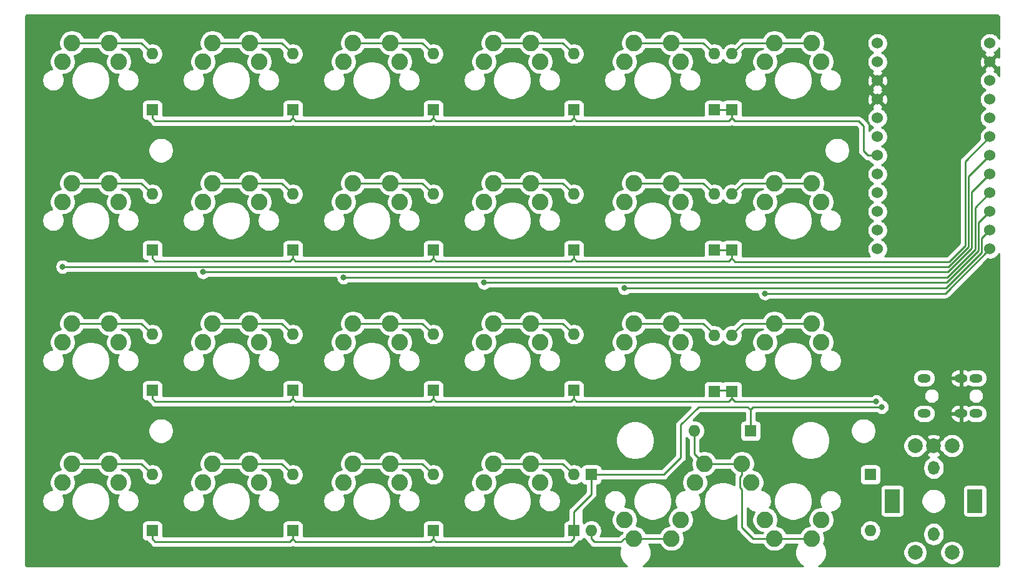
<source format=gbl>
G04 #@! TF.GenerationSoftware,KiCad,Pcbnew,(5.1.10)-1*
G04 #@! TF.CreationDate,2021-08-14T10:17:03+09:00*
G04 #@! TF.ProjectId,Lyrae,4c797261-652e-46b6-9963-61645f706362,rev?*
G04 #@! TF.SameCoordinates,Original*
G04 #@! TF.FileFunction,Copper,L2,Bot*
G04 #@! TF.FilePolarity,Positive*
%FSLAX46Y46*%
G04 Gerber Fmt 4.6, Leading zero omitted, Abs format (unit mm)*
G04 Created by KiCad (PCBNEW (5.1.10)-1) date 2021-08-14 10:17:03*
%MOMM*%
%LPD*%
G01*
G04 APERTURE LIST*
G04 #@! TA.AperFunction,ComponentPad*
%ADD10O,1.800000X1.200000*%
G04 #@! TD*
G04 #@! TA.AperFunction,ComponentPad*
%ADD11C,1.524000*%
G04 #@! TD*
G04 #@! TA.AperFunction,ComponentPad*
%ADD12C,2.250000*%
G04 #@! TD*
G04 #@! TA.AperFunction,ComponentPad*
%ADD13C,2.000000*%
G04 #@! TD*
G04 #@! TA.AperFunction,ComponentPad*
%ADD14R,2.000000X3.200000*%
G04 #@! TD*
G04 #@! TA.AperFunction,ComponentPad*
%ADD15O,1.600000X1.600000*%
G04 #@! TD*
G04 #@! TA.AperFunction,ComponentPad*
%ADD16R,1.600000X1.600000*%
G04 #@! TD*
G04 #@! TA.AperFunction,ViaPad*
%ADD17C,0.800000*%
G04 #@! TD*
G04 #@! TA.AperFunction,Conductor*
%ADD18C,0.250000*%
G04 #@! TD*
G04 #@! TA.AperFunction,Conductor*
%ADD19C,0.375000*%
G04 #@! TD*
G04 #@! TA.AperFunction,Conductor*
%ADD20C,0.254000*%
G04 #@! TD*
G04 #@! TA.AperFunction,Conductor*
%ADD21C,0.100000*%
G04 #@! TD*
G04 #@! TA.AperFunction,NonConductor*
%ADD22C,0.254000*%
G04 #@! TD*
G04 #@! TA.AperFunction,NonConductor*
%ADD23C,0.100000*%
G04 #@! TD*
G04 APERTURE END LIST*
D10*
X206012763Y-108733187D03*
X206012763Y-113533187D03*
X204012763Y-108733187D03*
X204012763Y-113533187D03*
X199012763Y-113533187D03*
X199012763Y-108733187D03*
D11*
X192662179Y-63245491D03*
X192662179Y-65785491D03*
X192662179Y-68325491D03*
X192662179Y-70865491D03*
X192662179Y-73405491D03*
X192662179Y-75945491D03*
X192662179Y-78485491D03*
X192662179Y-81025491D03*
X192662179Y-83565491D03*
X192662179Y-86105491D03*
X192662179Y-88645491D03*
X192662179Y-91185491D03*
X207902179Y-91185491D03*
X207902179Y-88645491D03*
X207902179Y-86105491D03*
X207902179Y-83565491D03*
X207902179Y-81025491D03*
X207902179Y-78485491D03*
X207902179Y-75945491D03*
X207902179Y-73405491D03*
X207902179Y-70865491D03*
X207902179Y-68325491D03*
X207902179Y-65785491D03*
X207902179Y-63245491D03*
D12*
X169172203Y-120340467D03*
X175522203Y-122880467D03*
X174252203Y-120340467D03*
X167902203Y-122880467D03*
X183777203Y-130500467D03*
X177427203Y-127960467D03*
X178697203Y-130500467D03*
X185047203Y-127960467D03*
X164727203Y-130500467D03*
X158377203Y-127960467D03*
X159647203Y-130500467D03*
X165997203Y-127960467D03*
X140597483Y-120340747D03*
X146947483Y-122880747D03*
X145677483Y-120340747D03*
X139327483Y-122880747D03*
X121547403Y-120340747D03*
X127897403Y-122880747D03*
X126627403Y-120340747D03*
X120277403Y-122880747D03*
X102497323Y-120340747D03*
X108847323Y-122880747D03*
X107577323Y-120340747D03*
X101227323Y-122880747D03*
X83447243Y-120340747D03*
X89797243Y-122880747D03*
X88527243Y-120340747D03*
X82177243Y-122880747D03*
X178697643Y-101290667D03*
X185047643Y-103830667D03*
X183777643Y-101290667D03*
X177427643Y-103830667D03*
X159647203Y-101290531D03*
X165997203Y-103830531D03*
X164727203Y-101290531D03*
X158377203Y-103830531D03*
X140597483Y-101290667D03*
X146947483Y-103830667D03*
X145677483Y-101290667D03*
X139327483Y-103830667D03*
X121547403Y-101290667D03*
X127897403Y-103830667D03*
X126627403Y-101290667D03*
X120277403Y-103830667D03*
X102497323Y-101290667D03*
X108847323Y-103830667D03*
X107577323Y-101290667D03*
X101227323Y-103830667D03*
X83447243Y-101290667D03*
X89797243Y-103830667D03*
X88527243Y-101290667D03*
X82177243Y-103830667D03*
X178697643Y-82240587D03*
X185047643Y-84780587D03*
X183777643Y-82240587D03*
X177427643Y-84780587D03*
X159647563Y-82240587D03*
X165997563Y-84780587D03*
X164727563Y-82240587D03*
X158377563Y-84780587D03*
X140597483Y-82240587D03*
X146947483Y-84780587D03*
X145677483Y-82240587D03*
X139327483Y-84780587D03*
X121547403Y-82240587D03*
X127897403Y-84780587D03*
X126627403Y-82240587D03*
X120277403Y-84780587D03*
X102497323Y-82240587D03*
X108847323Y-84780587D03*
X107577323Y-82240587D03*
X101227323Y-84780587D03*
X83447243Y-82240587D03*
X89797243Y-84780587D03*
X88527243Y-82240587D03*
X82177243Y-84780587D03*
X178697603Y-63190467D03*
X185047603Y-65730467D03*
X183777603Y-63190467D03*
X177427603Y-65730467D03*
X159647523Y-63190467D03*
X165997523Y-65730467D03*
X164727523Y-63190467D03*
X158377523Y-65730467D03*
X140597443Y-63190467D03*
X146947443Y-65730467D03*
X145677443Y-63190467D03*
X139327443Y-65730467D03*
X121547363Y-63190467D03*
X127897363Y-65730467D03*
X126627363Y-63190467D03*
X120277363Y-65730467D03*
X102497283Y-63190467D03*
X108847283Y-65730467D03*
X107577283Y-63190467D03*
X101227283Y-65730467D03*
X83447203Y-63190467D03*
X89797203Y-65730467D03*
X88527203Y-63190467D03*
X82177203Y-65730467D03*
G04 #@! TA.AperFunction,WasherPad*
G36*
G01*
X200287187Y-119970747D02*
X200287187Y-119970747D01*
G75*
G02*
X201087187Y-120770747I0J-800000D01*
G01*
X201087187Y-121070747D01*
G75*
G02*
X200287187Y-121870747I-800000J0D01*
G01*
X200287187Y-121870747D01*
G75*
G02*
X199487187Y-121070747I0J800000D01*
G01*
X199487187Y-120770747D01*
G75*
G02*
X200287187Y-119970747I800000J0D01*
G01*
G37*
G04 #@! TD.AperFunction*
G04 #@! TA.AperFunction,WasherPad*
G36*
G01*
X200287187Y-128970747D02*
X200287187Y-128970747D01*
G75*
G02*
X201087187Y-129770747I0J-800000D01*
G01*
X201087187Y-130070747D01*
G75*
G02*
X200287187Y-130870747I-800000J0D01*
G01*
X200287187Y-130870747D01*
G75*
G02*
X199487187Y-130070747I0J800000D01*
G01*
X199487187Y-129770747D01*
G75*
G02*
X200287187Y-128970747I800000J0D01*
G01*
G37*
G04 #@! TD.AperFunction*
D13*
X202787187Y-117920747D03*
X200287187Y-117920747D03*
X197787187Y-117920747D03*
D14*
X205887187Y-125420747D03*
X194687187Y-125420747D03*
D13*
X202787187Y-132420747D03*
X197787187Y-132420747D03*
D15*
X191691430Y-129468857D03*
D16*
X191691430Y-121848857D03*
D15*
X167830500Y-115895467D03*
D16*
X175450500Y-115895467D03*
D15*
X153852828Y-129468592D03*
D16*
X153852828Y-121848592D03*
D15*
X151471578Y-121848656D03*
D16*
X151471578Y-129468656D03*
D15*
X132421578Y-121848656D03*
D16*
X132421578Y-129468656D03*
D15*
X113371578Y-121848656D03*
D16*
X113371578Y-129468656D03*
D15*
X94321578Y-121848656D03*
D16*
X94321578Y-129468656D03*
D15*
X172902781Y-102917722D03*
D16*
X172902781Y-110537722D03*
D15*
X170521529Y-102917722D03*
D16*
X170521529Y-110537722D03*
D15*
X151471578Y-102798656D03*
D16*
X151471578Y-110418656D03*
D15*
X132421578Y-102798656D03*
D16*
X132421578Y-110418656D03*
D15*
X113371578Y-102798656D03*
D16*
X113371578Y-110418656D03*
D15*
X94321578Y-102798656D03*
D16*
X94321578Y-110418656D03*
D15*
X172902828Y-83748656D03*
D16*
X172902828Y-91368656D03*
D15*
X170521578Y-83748656D03*
D16*
X170521578Y-91368656D03*
D15*
X151471578Y-83748656D03*
D16*
X151471578Y-91368656D03*
D15*
X132421578Y-83748656D03*
D16*
X132421578Y-91368656D03*
D15*
X113371576Y-83748656D03*
D16*
X113371576Y-91368656D03*
D15*
X94321578Y-83748656D03*
D16*
X94321578Y-91368656D03*
D15*
X172902828Y-64698656D03*
D16*
X172902828Y-72318656D03*
D15*
X170521578Y-64698656D03*
D16*
X170521578Y-72318656D03*
D15*
X151471578Y-64698656D03*
D16*
X151471578Y-72318656D03*
D15*
X132421578Y-64698656D03*
D16*
X132421578Y-72318656D03*
D15*
X113371576Y-64698656D03*
D16*
X113371576Y-72318656D03*
D15*
X94321578Y-64698656D03*
D16*
X94321578Y-72318656D03*
D17*
X192505736Y-111924000D03*
X193230500Y-112649000D03*
X82177203Y-93598983D03*
X101227203Y-94323983D03*
X120277203Y-95048983D03*
X139327203Y-95773983D03*
X158377203Y-96498983D03*
X177427203Y-97223983D03*
D18*
X83447203Y-63190467D02*
X92813389Y-63190467D01*
X92813389Y-63190467D02*
X94321578Y-64698656D01*
X172902828Y-73424272D02*
X172503117Y-73823983D01*
X172902828Y-72318656D02*
X172902828Y-73424272D01*
X151471578Y-73424402D02*
X151871159Y-73823983D01*
X151471578Y-73424272D02*
X151071867Y-73823983D01*
X151471578Y-72318656D02*
X151471578Y-73424272D01*
X132421578Y-73424402D02*
X132821159Y-73823983D01*
X132421578Y-73424272D02*
X132021867Y-73823983D01*
X132421578Y-72318656D02*
X132421578Y-73424272D01*
X113371576Y-73424402D02*
X113771157Y-73823983D01*
X113371576Y-73424272D02*
X112971865Y-73823983D01*
X113371576Y-72318656D02*
X113371576Y-73424272D01*
X94321578Y-73424402D02*
X94721159Y-73823983D01*
X94321578Y-72318656D02*
X94321578Y-73424272D01*
X94721159Y-73823983D02*
X112971865Y-73823983D01*
X113771157Y-73823983D02*
X132021867Y-73823983D01*
X132821159Y-73823983D02*
X151071867Y-73823983D01*
X151871159Y-73823983D02*
X172503117Y-73823983D01*
X172902828Y-72318656D02*
X170521578Y-72318656D01*
X191388491Y-78485491D02*
X192662179Y-78485491D01*
X190762203Y-77859203D02*
X191388491Y-78485491D01*
X190762203Y-74493467D02*
X190762203Y-77859203D01*
X190092719Y-73823983D02*
X190762203Y-74493467D01*
X173302409Y-73823983D02*
X190092719Y-73823983D01*
X172902828Y-73424402D02*
X173302409Y-73823983D01*
X111863387Y-63190467D02*
X113371576Y-64698656D01*
X102497283Y-63190467D02*
X111863387Y-63190467D01*
X172902828Y-91368656D02*
X172902828Y-92474272D01*
X151471578Y-91368656D02*
X151471578Y-92474272D01*
X132421578Y-91368656D02*
X132421578Y-92474272D01*
X132421574Y-92474272D02*
X132021863Y-92873983D01*
X113371576Y-92474402D02*
X113771157Y-92873983D01*
X113371576Y-91368656D02*
X113371576Y-92474272D01*
X113371576Y-91368656D02*
X113371576Y-92474272D01*
X113371576Y-92474272D02*
X112971865Y-92873983D01*
X94321578Y-92474402D02*
X94721159Y-92873983D01*
X94321578Y-91368656D02*
X94321578Y-92474272D01*
X94721159Y-92873983D02*
X112971865Y-92873983D01*
X113771157Y-92873983D02*
X132021863Y-92873983D01*
X170521578Y-91368656D02*
X172902828Y-91368656D01*
X204565128Y-79282542D02*
X207902179Y-75945491D01*
X202360743Y-92908467D02*
X204565128Y-90704082D01*
X173336893Y-92908467D02*
X202360743Y-92908467D01*
X172902828Y-92474402D02*
X173336893Y-92908467D01*
X172503247Y-92873983D02*
X172902828Y-92474402D01*
X151871159Y-92873983D02*
X172503247Y-92873983D01*
X151471578Y-92474402D02*
X151871159Y-92873983D01*
X151071997Y-92873983D02*
X151471578Y-92474402D01*
X204565128Y-90704082D02*
X204565128Y-79282542D01*
X132821159Y-92873983D02*
X151071997Y-92873983D01*
X132421578Y-92474402D02*
X132821159Y-92873983D01*
X130913389Y-63190467D02*
X132421578Y-64698656D01*
X121547363Y-63190467D02*
X130913389Y-63190467D01*
X94721159Y-111924015D02*
X112971865Y-111924015D01*
X132821159Y-111924015D02*
X151071867Y-111924015D01*
X113371576Y-111524434D02*
X113771157Y-111924015D01*
X151471578Y-110418688D02*
X151471578Y-111524304D01*
X172902828Y-110418688D02*
X172902828Y-111524304D01*
X132421578Y-111524304D02*
X132021867Y-111924015D01*
X113371576Y-110418688D02*
X113371576Y-111524304D01*
X151471578Y-111524434D02*
X151871159Y-111924015D01*
X113371576Y-111524304D02*
X112971865Y-111924015D01*
X132421578Y-110418688D02*
X132421578Y-111524304D01*
X94321578Y-111524434D02*
X94721159Y-111924015D01*
X172902828Y-111524304D02*
X172503117Y-111924015D01*
X132421578Y-111524434D02*
X132821159Y-111924015D01*
X151471578Y-111524304D02*
X151071867Y-111924015D01*
X94321578Y-110418688D02*
X94321578Y-111524304D01*
X113771157Y-111924015D02*
X132021867Y-111924015D01*
X172902828Y-110418688D02*
X170521578Y-110418688D01*
X151871159Y-111924015D02*
X172503117Y-111924015D01*
X173302524Y-111924000D02*
X172902828Y-111524304D01*
X192505736Y-111924000D02*
X173302524Y-111924000D01*
X149963389Y-63190467D02*
X151471578Y-64698656D01*
X140597443Y-63190467D02*
X149963389Y-63190467D01*
X94721159Y-130974031D02*
X112971865Y-130974031D01*
X132821159Y-130974031D02*
X151071867Y-130974031D01*
X113371576Y-130574450D02*
X113771157Y-130974031D01*
X151471578Y-129468704D02*
X151471578Y-130574320D01*
X132421578Y-130574320D02*
X132021867Y-130974031D01*
X113371576Y-129468704D02*
X113371576Y-130574320D01*
X113371576Y-130574320D02*
X112971865Y-130974031D01*
X132421578Y-129468704D02*
X132421578Y-130574320D01*
X94321578Y-130574450D02*
X94721159Y-130974031D01*
X132421578Y-130574450D02*
X132821159Y-130974031D01*
X151471578Y-130574320D02*
X151071867Y-130974031D01*
X94321578Y-129468704D02*
X94321578Y-130574320D01*
X113771157Y-130974031D02*
X132021867Y-130974031D01*
X153852828Y-124483842D02*
X153852828Y-121848592D01*
X151471578Y-126865092D02*
X153852828Y-124483842D01*
X151471578Y-129468656D02*
X151471578Y-126865092D01*
X151471578Y-129468656D02*
X151535014Y-129468656D01*
X175450500Y-115895467D02*
X175450500Y-113030236D01*
X175831736Y-112649000D02*
X175450500Y-113030236D01*
X175450500Y-113029764D02*
X175450500Y-113030236D01*
X175069736Y-112649000D02*
X175450500Y-113029764D01*
X168402000Y-112649000D02*
X175069736Y-112649000D01*
X165989000Y-115062000D02*
X168402000Y-112649000D01*
X165989000Y-119507000D02*
X165989000Y-115062000D01*
X163647408Y-121848592D02*
X165989000Y-119507000D01*
X153852828Y-121848592D02*
X163647408Y-121848592D01*
X193230500Y-112649000D02*
X175831736Y-112649000D01*
X169013389Y-63190467D02*
X170521578Y-64698656D01*
X159647523Y-63190467D02*
X169013389Y-63190467D01*
X174411017Y-63190467D02*
X183777603Y-63190467D01*
X172902828Y-64698656D02*
X174411017Y-63190467D01*
X83447011Y-82240507D02*
X92813197Y-82240507D01*
X92813197Y-82240507D02*
X94321386Y-83748696D01*
X102497091Y-82240507D02*
X111863195Y-82240507D01*
X111863195Y-82240507D02*
X113371384Y-83748696D01*
X121547171Y-82240507D02*
X130913197Y-82240507D01*
X130913197Y-82240507D02*
X132421386Y-83748696D01*
X140597251Y-82240507D02*
X149963197Y-82240507D01*
X149963197Y-82240507D02*
X151471386Y-83748696D01*
X159647331Y-82240507D02*
X169013197Y-82240507D01*
X169013197Y-82240507D02*
X170521386Y-83748696D01*
X172902636Y-83748696D02*
X174410825Y-82240507D01*
X174410825Y-82240507D02*
X183777411Y-82240507D01*
X83447011Y-101290523D02*
X92813197Y-101290523D01*
X92813197Y-101290523D02*
X94321386Y-102798712D01*
X102497091Y-101290523D02*
X111863195Y-101290523D01*
X111863195Y-101290523D02*
X113371384Y-102798712D01*
X121547171Y-101290523D02*
X130913197Y-101290523D01*
X130913197Y-101290523D02*
X132421386Y-102798712D01*
X140597251Y-101290523D02*
X149963197Y-101290523D01*
X149963197Y-101290523D02*
X151471386Y-102798712D01*
X159647331Y-101290523D02*
X169013197Y-101290523D01*
X169013197Y-101290523D02*
X170521386Y-102798712D01*
X172902636Y-102798712D02*
X174410825Y-101290523D01*
X174410825Y-101290523D02*
X183777411Y-101290523D01*
X92813197Y-120340539D02*
X94321386Y-121848728D01*
X83447011Y-120340539D02*
X92813197Y-120340539D01*
X102497091Y-120340539D02*
X111863195Y-120340539D01*
X111863195Y-120340539D02*
X113371384Y-121848728D01*
X121547171Y-120340539D02*
X130913197Y-120340539D01*
X130913197Y-120340539D02*
X132421386Y-121848728D01*
X140597251Y-120340539D02*
X149963197Y-120340539D01*
X149963197Y-120340539D02*
X151471386Y-121848728D01*
X159647203Y-130500467D02*
X164727203Y-130500467D01*
X159647203Y-130500467D02*
X158974431Y-130500467D01*
X153852828Y-130548092D02*
X153852828Y-129468592D01*
X154278807Y-130974071D02*
X153852828Y-130548092D01*
X157840099Y-130974071D02*
X154278807Y-130974071D01*
X158313703Y-130500467D02*
X157840099Y-130974071D01*
X159647203Y-130500467D02*
X158313703Y-130500467D01*
D19*
X207895779Y-71187491D02*
X207895779Y-71202891D01*
D18*
X205015138Y-81372532D02*
X207902179Y-78485491D01*
X205015138Y-90890482D02*
X205015138Y-81372532D01*
X202306637Y-93598983D02*
X205015138Y-90890482D01*
X82177203Y-93598983D02*
X202306637Y-93598983D01*
X205465148Y-83462522D02*
X207902179Y-81025491D01*
X205465148Y-91076882D02*
X205465148Y-83462522D01*
X202218047Y-94323983D02*
X205465148Y-91076882D01*
X101227203Y-94323983D02*
X202218047Y-94323983D01*
X205915158Y-85552512D02*
X207902179Y-83565491D01*
X205915158Y-91015075D02*
X205915158Y-85552512D01*
X205915157Y-91263283D02*
X205915158Y-91015075D01*
X202129457Y-95048983D02*
X205915157Y-91263283D01*
X120277203Y-95048983D02*
X202129457Y-95048983D01*
X206365168Y-87642502D02*
X207902179Y-86105491D01*
X202040867Y-95773983D02*
X206365167Y-91449683D01*
X206365167Y-91449683D02*
X206365168Y-87642502D01*
X139327203Y-95773983D02*
X202040867Y-95773983D01*
X206815178Y-89732492D02*
X207902179Y-88645491D01*
X206815178Y-91636082D02*
X206815178Y-89732492D01*
X201952277Y-96498983D02*
X206815178Y-91636082D01*
X158377203Y-96498983D02*
X201952277Y-96498983D01*
X177427203Y-97223983D02*
X201863686Y-97223984D01*
X201863686Y-97223984D02*
X207902179Y-91185491D01*
X178697203Y-130500467D02*
X183777203Y-130500467D01*
X174252203Y-120340467D02*
X169172203Y-120340467D01*
X167830500Y-118998764D02*
X169172203Y-120340467D01*
X167830500Y-115895467D02*
X167830500Y-118998764D01*
X174252203Y-120340467D02*
X174252203Y-121911797D01*
X173990000Y-122174000D02*
X173990000Y-123571000D01*
X174252203Y-121911797D02*
X173990000Y-122174000D01*
X173990000Y-123571000D02*
X174252203Y-123833203D01*
X174252203Y-123833203D02*
X174252203Y-128976467D01*
X174252203Y-128976467D02*
X175776203Y-130500467D01*
X175776203Y-130500467D02*
X178697203Y-130500467D01*
D20*
X208877611Y-59415071D02*
X208940543Y-59434071D01*
X208998592Y-59464936D01*
X209049530Y-59506480D01*
X209091435Y-59557135D01*
X209122702Y-59614962D01*
X209142143Y-59677763D01*
X209152187Y-59773326D01*
X209152187Y-62612742D01*
X209140184Y-62583764D01*
X208987299Y-62354956D01*
X208792714Y-62160371D01*
X208563906Y-62007486D01*
X208309669Y-61902177D01*
X208039771Y-61848491D01*
X207764587Y-61848491D01*
X207494689Y-61902177D01*
X207240452Y-62007486D01*
X207011644Y-62160371D01*
X206817059Y-62354956D01*
X206664174Y-62583764D01*
X206558865Y-62838001D01*
X206505179Y-63107899D01*
X206505179Y-63383083D01*
X206558865Y-63652981D01*
X206664174Y-63907218D01*
X206817059Y-64136026D01*
X207011644Y-64330611D01*
X207240452Y-64483496D01*
X207312122Y-64513183D01*
X207299156Y-64517855D01*
X207183199Y-64579835D01*
X207116219Y-64819926D01*
X207902179Y-65605886D01*
X208688139Y-64819926D01*
X208621159Y-64579835D01*
X208485419Y-64516006D01*
X208563906Y-64483496D01*
X208792714Y-64330611D01*
X208987299Y-64136026D01*
X209140184Y-63907218D01*
X209152187Y-63878240D01*
X209152187Y-65149488D01*
X209107835Y-65066511D01*
X208867744Y-64999531D01*
X208081784Y-65785491D01*
X208867744Y-66571451D01*
X209107835Y-66504471D01*
X209152187Y-66410151D01*
X209152187Y-67692742D01*
X209140184Y-67663764D01*
X208987299Y-67434956D01*
X208792714Y-67240371D01*
X208563906Y-67087486D01*
X208492236Y-67057799D01*
X208505202Y-67053127D01*
X208621159Y-66991147D01*
X208688139Y-66751056D01*
X207902179Y-65965096D01*
X207116219Y-66751056D01*
X207183199Y-66991147D01*
X207318939Y-67054976D01*
X207240452Y-67087486D01*
X207011644Y-67240371D01*
X206817059Y-67434956D01*
X206664174Y-67663764D01*
X206558865Y-67918001D01*
X206505179Y-68187899D01*
X206505179Y-68463083D01*
X206558865Y-68732981D01*
X206664174Y-68987218D01*
X206817059Y-69216026D01*
X207011644Y-69410611D01*
X207240452Y-69563496D01*
X207317694Y-69595491D01*
X207240452Y-69627486D01*
X207011644Y-69780371D01*
X206817059Y-69974956D01*
X206664174Y-70203764D01*
X206558865Y-70458001D01*
X206505179Y-70727899D01*
X206505179Y-71003083D01*
X206558865Y-71272981D01*
X206664174Y-71527218D01*
X206817059Y-71756026D01*
X207011644Y-71950611D01*
X207240452Y-72103496D01*
X207317694Y-72135491D01*
X207240452Y-72167486D01*
X207011644Y-72320371D01*
X206817059Y-72514956D01*
X206664174Y-72743764D01*
X206558865Y-72998001D01*
X206505179Y-73267899D01*
X206505179Y-73543083D01*
X206558865Y-73812981D01*
X206664174Y-74067218D01*
X206817059Y-74296026D01*
X207011644Y-74490611D01*
X207240452Y-74643496D01*
X207317694Y-74675491D01*
X207240452Y-74707486D01*
X207011644Y-74860371D01*
X206817059Y-75054956D01*
X206664174Y-75283764D01*
X206558865Y-75538001D01*
X206505179Y-75807899D01*
X206505179Y-76083083D01*
X206535807Y-76237061D01*
X204054126Y-78718743D01*
X204025128Y-78742541D01*
X204001330Y-78771539D01*
X204001329Y-78771540D01*
X203930154Y-78858266D01*
X203859582Y-78990296D01*
X203816126Y-79133557D01*
X203801452Y-79282542D01*
X203805129Y-79319874D01*
X203805128Y-90389280D01*
X202045942Y-92148467D01*
X193674858Y-92148467D01*
X193747299Y-92076026D01*
X193900184Y-91847218D01*
X194005493Y-91592981D01*
X194059179Y-91323083D01*
X194059179Y-91047899D01*
X194005493Y-90778001D01*
X193900184Y-90523764D01*
X193747299Y-90294956D01*
X193552714Y-90100371D01*
X193323906Y-89947486D01*
X193246664Y-89915491D01*
X193323906Y-89883496D01*
X193552714Y-89730611D01*
X193747299Y-89536026D01*
X193900184Y-89307218D01*
X194005493Y-89052981D01*
X194059179Y-88783083D01*
X194059179Y-88507899D01*
X194005493Y-88238001D01*
X193900184Y-87983764D01*
X193747299Y-87754956D01*
X193552714Y-87560371D01*
X193323906Y-87407486D01*
X193246664Y-87375491D01*
X193323906Y-87343496D01*
X193552714Y-87190611D01*
X193747299Y-86996026D01*
X193900184Y-86767218D01*
X194005493Y-86512981D01*
X194059179Y-86243083D01*
X194059179Y-85967899D01*
X194005493Y-85698001D01*
X193900184Y-85443764D01*
X193747299Y-85214956D01*
X193552714Y-85020371D01*
X193323906Y-84867486D01*
X193246664Y-84835491D01*
X193323906Y-84803496D01*
X193552714Y-84650611D01*
X193747299Y-84456026D01*
X193900184Y-84227218D01*
X194005493Y-83972981D01*
X194059179Y-83703083D01*
X194059179Y-83427899D01*
X194005493Y-83158001D01*
X193900184Y-82903764D01*
X193747299Y-82674956D01*
X193552714Y-82480371D01*
X193323906Y-82327486D01*
X193246664Y-82295491D01*
X193323906Y-82263496D01*
X193552714Y-82110611D01*
X193747299Y-81916026D01*
X193900184Y-81687218D01*
X194005493Y-81432981D01*
X194059179Y-81163083D01*
X194059179Y-80887899D01*
X194005493Y-80618001D01*
X193900184Y-80363764D01*
X193747299Y-80134956D01*
X193552714Y-79940371D01*
X193323906Y-79787486D01*
X193246664Y-79755491D01*
X193323906Y-79723496D01*
X193552714Y-79570611D01*
X193747299Y-79376026D01*
X193900184Y-79147218D01*
X194005493Y-78892981D01*
X194059179Y-78623083D01*
X194059179Y-78347899D01*
X194005493Y-78078001D01*
X193900184Y-77823764D01*
X193747299Y-77594956D01*
X193552714Y-77400371D01*
X193323906Y-77247486D01*
X193246664Y-77215491D01*
X193323906Y-77183496D01*
X193552714Y-77030611D01*
X193747299Y-76836026D01*
X193900184Y-76607218D01*
X194005493Y-76352981D01*
X194059179Y-76083083D01*
X194059179Y-75807899D01*
X194005493Y-75538001D01*
X193900184Y-75283764D01*
X193747299Y-75054956D01*
X193552714Y-74860371D01*
X193323906Y-74707486D01*
X193246664Y-74675491D01*
X193323906Y-74643496D01*
X193552714Y-74490611D01*
X193747299Y-74296026D01*
X193900184Y-74067218D01*
X194005493Y-73812981D01*
X194059179Y-73543083D01*
X194059179Y-73267899D01*
X194005493Y-72998001D01*
X193900184Y-72743764D01*
X193747299Y-72514956D01*
X193552714Y-72320371D01*
X193323906Y-72167486D01*
X193252236Y-72137799D01*
X193265202Y-72133127D01*
X193381159Y-72071147D01*
X193448139Y-71831056D01*
X192662179Y-71045096D01*
X191876219Y-71831056D01*
X191943199Y-72071147D01*
X192078939Y-72134976D01*
X192000452Y-72167486D01*
X191771644Y-72320371D01*
X191577059Y-72514956D01*
X191424174Y-72743764D01*
X191318865Y-72998001D01*
X191265179Y-73267899D01*
X191265179Y-73543083D01*
X191318865Y-73812981D01*
X191424174Y-74067218D01*
X191577059Y-74296026D01*
X191771644Y-74490611D01*
X192000452Y-74643496D01*
X192077694Y-74675491D01*
X192000452Y-74707486D01*
X191771644Y-74860371D01*
X191577059Y-75054956D01*
X191522203Y-75137054D01*
X191522203Y-74530789D01*
X191525879Y-74493466D01*
X191522203Y-74456143D01*
X191522203Y-74456134D01*
X191511206Y-74344481D01*
X191467749Y-74201220D01*
X191397177Y-74069191D01*
X191302204Y-73953466D01*
X191273207Y-73929669D01*
X190656522Y-73312985D01*
X190632720Y-73283982D01*
X190516995Y-73189009D01*
X190384966Y-73118437D01*
X190241705Y-73074980D01*
X190130052Y-73063983D01*
X190130041Y-73063983D01*
X190092719Y-73060307D01*
X190055397Y-73063983D01*
X174340900Y-73063983D01*
X174340900Y-71518656D01*
X174328640Y-71394174D01*
X174292330Y-71274476D01*
X174233365Y-71164162D01*
X174154013Y-71067471D01*
X174057322Y-70988119D01*
X173962637Y-70937508D01*
X191260269Y-70937508D01*
X191301257Y-71209624D01*
X191394543Y-71468514D01*
X191456523Y-71584471D01*
X191696614Y-71651451D01*
X192482574Y-70865491D01*
X192841784Y-70865491D01*
X193627744Y-71651451D01*
X193867835Y-71584471D01*
X193984935Y-71335443D01*
X194051202Y-71068356D01*
X194064089Y-70793474D01*
X194023101Y-70521358D01*
X193929815Y-70262468D01*
X193867835Y-70146511D01*
X193627744Y-70079531D01*
X192841784Y-70865491D01*
X192482574Y-70865491D01*
X191696614Y-70079531D01*
X191456523Y-70146511D01*
X191339423Y-70395539D01*
X191273156Y-70662626D01*
X191260269Y-70937508D01*
X173962637Y-70937508D01*
X173947008Y-70929154D01*
X173827310Y-70892844D01*
X173702828Y-70880584D01*
X172102828Y-70880584D01*
X171978346Y-70892844D01*
X171858648Y-70929154D01*
X171748334Y-70988119D01*
X171712203Y-71017771D01*
X171676072Y-70988119D01*
X171565758Y-70929154D01*
X171446060Y-70892844D01*
X171321578Y-70880584D01*
X169721578Y-70880584D01*
X169597096Y-70892844D01*
X169477398Y-70929154D01*
X169367084Y-70988119D01*
X169270393Y-71067471D01*
X169191041Y-71164162D01*
X169132076Y-71274476D01*
X169095766Y-71394174D01*
X169083506Y-71518656D01*
X169083506Y-73063983D01*
X152909650Y-73063983D01*
X152909650Y-71518656D01*
X152897390Y-71394174D01*
X152861080Y-71274476D01*
X152802115Y-71164162D01*
X152722763Y-71067471D01*
X152626072Y-70988119D01*
X152515758Y-70929154D01*
X152396060Y-70892844D01*
X152271578Y-70880584D01*
X150671578Y-70880584D01*
X150547096Y-70892844D01*
X150427398Y-70929154D01*
X150317084Y-70988119D01*
X150220393Y-71067471D01*
X150141041Y-71164162D01*
X150082076Y-71274476D01*
X150045766Y-71394174D01*
X150033506Y-71518656D01*
X150033506Y-73063983D01*
X133859650Y-73063983D01*
X133859650Y-71518656D01*
X133847390Y-71394174D01*
X133811080Y-71274476D01*
X133752115Y-71164162D01*
X133672763Y-71067471D01*
X133576072Y-70988119D01*
X133465758Y-70929154D01*
X133346060Y-70892844D01*
X133221578Y-70880584D01*
X131621578Y-70880584D01*
X131497096Y-70892844D01*
X131377398Y-70929154D01*
X131267084Y-70988119D01*
X131170393Y-71067471D01*
X131091041Y-71164162D01*
X131032076Y-71274476D01*
X130995766Y-71394174D01*
X130983506Y-71518656D01*
X130983506Y-73063983D01*
X114809648Y-73063983D01*
X114809648Y-71518656D01*
X114797388Y-71394174D01*
X114761078Y-71274476D01*
X114702113Y-71164162D01*
X114622761Y-71067471D01*
X114526070Y-70988119D01*
X114415756Y-70929154D01*
X114296058Y-70892844D01*
X114171576Y-70880584D01*
X112571576Y-70880584D01*
X112447094Y-70892844D01*
X112327396Y-70929154D01*
X112217082Y-70988119D01*
X112120391Y-71067471D01*
X112041039Y-71164162D01*
X111982074Y-71274476D01*
X111945764Y-71394174D01*
X111933504Y-71518656D01*
X111933504Y-73063983D01*
X95759650Y-73063983D01*
X95759650Y-71518656D01*
X95747390Y-71394174D01*
X95711080Y-71274476D01*
X95652115Y-71164162D01*
X95572763Y-71067471D01*
X95476072Y-70988119D01*
X95365758Y-70929154D01*
X95246060Y-70892844D01*
X95121578Y-70880584D01*
X93521578Y-70880584D01*
X93397096Y-70892844D01*
X93277398Y-70929154D01*
X93167084Y-70988119D01*
X93070393Y-71067471D01*
X92991041Y-71164162D01*
X92932076Y-71274476D01*
X92895766Y-71394174D01*
X92883506Y-71518656D01*
X92883506Y-73118656D01*
X92895766Y-73243138D01*
X92932076Y-73362836D01*
X92991041Y-73473150D01*
X93070393Y-73569841D01*
X93167084Y-73649193D01*
X93277398Y-73708158D01*
X93397096Y-73744468D01*
X93521578Y-73756728D01*
X93637455Y-73756728D01*
X93686604Y-73848678D01*
X93757779Y-73935404D01*
X93758375Y-73936000D01*
X93781578Y-73964273D01*
X93809851Y-73987476D01*
X94157355Y-74334980D01*
X94181158Y-74363984D01*
X94296883Y-74458957D01*
X94428912Y-74529529D01*
X94572173Y-74572986D01*
X94683826Y-74583983D01*
X94683836Y-74583983D01*
X94721159Y-74587659D01*
X94758482Y-74583983D01*
X112934543Y-74583983D01*
X112971865Y-74587659D01*
X113009187Y-74583983D01*
X113009198Y-74583983D01*
X113120851Y-74572986D01*
X113264112Y-74529529D01*
X113371511Y-74472122D01*
X113478910Y-74529529D01*
X113622171Y-74572986D01*
X113733824Y-74583983D01*
X113733834Y-74583983D01*
X113771157Y-74587659D01*
X113808480Y-74583983D01*
X131984545Y-74583983D01*
X132021867Y-74587659D01*
X132059189Y-74583983D01*
X132059200Y-74583983D01*
X132170853Y-74572986D01*
X132314114Y-74529529D01*
X132421513Y-74472122D01*
X132528912Y-74529529D01*
X132672173Y-74572986D01*
X132783826Y-74583983D01*
X132783836Y-74583983D01*
X132821159Y-74587659D01*
X132858482Y-74583983D01*
X151034545Y-74583983D01*
X151071867Y-74587659D01*
X151109189Y-74583983D01*
X151109200Y-74583983D01*
X151220853Y-74572986D01*
X151364114Y-74529529D01*
X151471513Y-74472122D01*
X151578912Y-74529529D01*
X151722173Y-74572986D01*
X151833826Y-74583983D01*
X151833836Y-74583983D01*
X151871159Y-74587659D01*
X151908482Y-74583983D01*
X172465795Y-74583983D01*
X172503117Y-74587659D01*
X172540439Y-74583983D01*
X172540450Y-74583983D01*
X172652103Y-74572986D01*
X172795364Y-74529529D01*
X172902763Y-74472122D01*
X173010162Y-74529529D01*
X173153423Y-74572986D01*
X173265076Y-74583983D01*
X173265086Y-74583983D01*
X173302409Y-74587659D01*
X173339732Y-74583983D01*
X189777918Y-74583983D01*
X190002203Y-74808269D01*
X190002204Y-77821871D01*
X189998527Y-77859203D01*
X190013201Y-78008188D01*
X190056657Y-78151449D01*
X190127229Y-78283479D01*
X190142124Y-78301628D01*
X190222203Y-78399204D01*
X190251201Y-78423002D01*
X190824691Y-78996493D01*
X190848490Y-79025492D01*
X190877488Y-79049290D01*
X190964214Y-79120465D01*
X191096244Y-79191037D01*
X191239505Y-79234494D01*
X191351158Y-79245491D01*
X191351168Y-79245491D01*
X191388491Y-79249167D01*
X191425813Y-79245491D01*
X191489838Y-79245491D01*
X191577059Y-79376026D01*
X191771644Y-79570611D01*
X192000452Y-79723496D01*
X192077694Y-79755491D01*
X192000452Y-79787486D01*
X191771644Y-79940371D01*
X191577059Y-80134956D01*
X191424174Y-80363764D01*
X191318865Y-80618001D01*
X191265179Y-80887899D01*
X191265179Y-81163083D01*
X191318865Y-81432981D01*
X191424174Y-81687218D01*
X191577059Y-81916026D01*
X191771644Y-82110611D01*
X192000452Y-82263496D01*
X192077694Y-82295491D01*
X192000452Y-82327486D01*
X191771644Y-82480371D01*
X191577059Y-82674956D01*
X191424174Y-82903764D01*
X191318865Y-83158001D01*
X191265179Y-83427899D01*
X191265179Y-83703083D01*
X191318865Y-83972981D01*
X191424174Y-84227218D01*
X191577059Y-84456026D01*
X191771644Y-84650611D01*
X192000452Y-84803496D01*
X192077694Y-84835491D01*
X192000452Y-84867486D01*
X191771644Y-85020371D01*
X191577059Y-85214956D01*
X191424174Y-85443764D01*
X191318865Y-85698001D01*
X191265179Y-85967899D01*
X191265179Y-86243083D01*
X191318865Y-86512981D01*
X191424174Y-86767218D01*
X191577059Y-86996026D01*
X191771644Y-87190611D01*
X192000452Y-87343496D01*
X192077694Y-87375491D01*
X192000452Y-87407486D01*
X191771644Y-87560371D01*
X191577059Y-87754956D01*
X191424174Y-87983764D01*
X191318865Y-88238001D01*
X191265179Y-88507899D01*
X191265179Y-88783083D01*
X191318865Y-89052981D01*
X191424174Y-89307218D01*
X191577059Y-89536026D01*
X191771644Y-89730611D01*
X192000452Y-89883496D01*
X192077694Y-89915491D01*
X192000452Y-89947486D01*
X191771644Y-90100371D01*
X191577059Y-90294956D01*
X191424174Y-90523764D01*
X191318865Y-90778001D01*
X191265179Y-91047899D01*
X191265179Y-91323083D01*
X191318865Y-91592981D01*
X191424174Y-91847218D01*
X191577059Y-92076026D01*
X191649500Y-92148467D01*
X174340900Y-92148467D01*
X174340900Y-90568656D01*
X174328640Y-90444174D01*
X174292330Y-90324476D01*
X174233365Y-90214162D01*
X174154013Y-90117471D01*
X174057322Y-90038119D01*
X173947008Y-89979154D01*
X173827310Y-89942844D01*
X173702828Y-89930584D01*
X172102828Y-89930584D01*
X171978346Y-89942844D01*
X171858648Y-89979154D01*
X171748334Y-90038119D01*
X171712203Y-90067771D01*
X171676072Y-90038119D01*
X171565758Y-89979154D01*
X171446060Y-89942844D01*
X171321578Y-89930584D01*
X169721578Y-89930584D01*
X169597096Y-89942844D01*
X169477398Y-89979154D01*
X169367084Y-90038119D01*
X169270393Y-90117471D01*
X169191041Y-90214162D01*
X169132076Y-90324476D01*
X169095766Y-90444174D01*
X169083506Y-90568656D01*
X169083506Y-92113983D01*
X152909650Y-92113983D01*
X152909650Y-90568656D01*
X152897390Y-90444174D01*
X152861080Y-90324476D01*
X152802115Y-90214162D01*
X152722763Y-90117471D01*
X152626072Y-90038119D01*
X152515758Y-89979154D01*
X152396060Y-89942844D01*
X152271578Y-89930584D01*
X150671578Y-89930584D01*
X150547096Y-89942844D01*
X150427398Y-89979154D01*
X150317084Y-90038119D01*
X150220393Y-90117471D01*
X150141041Y-90214162D01*
X150082076Y-90324476D01*
X150045766Y-90444174D01*
X150033506Y-90568656D01*
X150033506Y-92113983D01*
X133859650Y-92113983D01*
X133859650Y-90568656D01*
X133847390Y-90444174D01*
X133811080Y-90324476D01*
X133752115Y-90214162D01*
X133672763Y-90117471D01*
X133576072Y-90038119D01*
X133465758Y-89979154D01*
X133346060Y-89942844D01*
X133221578Y-89930584D01*
X131621578Y-89930584D01*
X131497096Y-89942844D01*
X131377398Y-89979154D01*
X131267084Y-90038119D01*
X131170393Y-90117471D01*
X131091041Y-90214162D01*
X131032076Y-90324476D01*
X130995766Y-90444174D01*
X130983506Y-90568656D01*
X130983506Y-92113983D01*
X114809648Y-92113983D01*
X114809648Y-90568656D01*
X114797388Y-90444174D01*
X114761078Y-90324476D01*
X114702113Y-90214162D01*
X114622761Y-90117471D01*
X114526070Y-90038119D01*
X114415756Y-89979154D01*
X114296058Y-89942844D01*
X114171576Y-89930584D01*
X112571576Y-89930584D01*
X112447094Y-89942844D01*
X112327396Y-89979154D01*
X112217082Y-90038119D01*
X112120391Y-90117471D01*
X112041039Y-90214162D01*
X111982074Y-90324476D01*
X111945764Y-90444174D01*
X111933504Y-90568656D01*
X111933504Y-92113983D01*
X95759650Y-92113983D01*
X95759650Y-90568656D01*
X95747390Y-90444174D01*
X95711080Y-90324476D01*
X95652115Y-90214162D01*
X95572763Y-90117471D01*
X95476072Y-90038119D01*
X95365758Y-89979154D01*
X95246060Y-89942844D01*
X95121578Y-89930584D01*
X93521578Y-89930584D01*
X93397096Y-89942844D01*
X93277398Y-89979154D01*
X93167084Y-90038119D01*
X93070393Y-90117471D01*
X92991041Y-90214162D01*
X92932076Y-90324476D01*
X92895766Y-90444174D01*
X92883506Y-90568656D01*
X92883506Y-92168656D01*
X92895766Y-92293138D01*
X92932076Y-92412836D01*
X92991041Y-92523150D01*
X93070393Y-92619841D01*
X93167084Y-92699193D01*
X93277398Y-92758158D01*
X93397096Y-92794468D01*
X93521578Y-92806728D01*
X93637455Y-92806728D01*
X93654696Y-92838983D01*
X82880914Y-92838983D01*
X82836977Y-92795046D01*
X82667459Y-92681778D01*
X82479101Y-92603757D01*
X82279142Y-92563983D01*
X82075264Y-92563983D01*
X81875305Y-92603757D01*
X81686947Y-92681778D01*
X81517429Y-92795046D01*
X81373266Y-92939209D01*
X81259998Y-93108727D01*
X81181977Y-93297085D01*
X81142203Y-93497044D01*
X81142203Y-93700922D01*
X81181977Y-93900881D01*
X81259998Y-94089239D01*
X81373266Y-94258757D01*
X81517429Y-94402920D01*
X81686947Y-94516188D01*
X81875305Y-94594209D01*
X82075264Y-94633983D01*
X82279142Y-94633983D01*
X82479101Y-94594209D01*
X82667459Y-94516188D01*
X82836977Y-94402920D01*
X82880914Y-94358983D01*
X100192203Y-94358983D01*
X100192203Y-94425922D01*
X100231977Y-94625881D01*
X100309998Y-94814239D01*
X100423266Y-94983757D01*
X100567429Y-95127920D01*
X100736947Y-95241188D01*
X100925305Y-95319209D01*
X101125264Y-95358983D01*
X101329142Y-95358983D01*
X101529101Y-95319209D01*
X101717459Y-95241188D01*
X101886977Y-95127920D01*
X101930914Y-95083983D01*
X119242203Y-95083983D01*
X119242203Y-95150922D01*
X119281977Y-95350881D01*
X119359998Y-95539239D01*
X119473266Y-95708757D01*
X119617429Y-95852920D01*
X119786947Y-95966188D01*
X119975305Y-96044209D01*
X120175264Y-96083983D01*
X120379142Y-96083983D01*
X120579101Y-96044209D01*
X120767459Y-95966188D01*
X120936977Y-95852920D01*
X120980914Y-95808983D01*
X138292203Y-95808983D01*
X138292203Y-95875922D01*
X138331977Y-96075881D01*
X138409998Y-96264239D01*
X138523266Y-96433757D01*
X138667429Y-96577920D01*
X138836947Y-96691188D01*
X139025305Y-96769209D01*
X139225264Y-96808983D01*
X139429142Y-96808983D01*
X139629101Y-96769209D01*
X139817459Y-96691188D01*
X139986977Y-96577920D01*
X140030914Y-96533983D01*
X157342203Y-96533983D01*
X157342203Y-96600922D01*
X157381977Y-96800881D01*
X157459998Y-96989239D01*
X157573266Y-97158757D01*
X157717429Y-97302920D01*
X157886947Y-97416188D01*
X158075305Y-97494209D01*
X158275264Y-97533983D01*
X158479142Y-97533983D01*
X158679101Y-97494209D01*
X158867459Y-97416188D01*
X159036977Y-97302920D01*
X159080914Y-97258983D01*
X176392203Y-97258983D01*
X176392203Y-97325922D01*
X176431977Y-97525881D01*
X176509998Y-97714239D01*
X176623266Y-97883757D01*
X176767429Y-98027920D01*
X176936947Y-98141188D01*
X177125305Y-98219209D01*
X177325264Y-98258983D01*
X177529142Y-98258983D01*
X177729101Y-98219209D01*
X177917459Y-98141188D01*
X178086977Y-98027920D01*
X178130915Y-97983982D01*
X201826364Y-97983984D01*
X201863686Y-97987660D01*
X201901008Y-97983984D01*
X201901018Y-97983984D01*
X202012671Y-97972987D01*
X202155932Y-97929530D01*
X202155936Y-97929528D01*
X202287962Y-97858958D01*
X202374688Y-97787783D01*
X202403686Y-97763985D01*
X202427484Y-97734987D01*
X207610609Y-92551863D01*
X207764587Y-92582491D01*
X208039771Y-92582491D01*
X208309669Y-92528805D01*
X208563906Y-92423496D01*
X208792714Y-92270611D01*
X208987299Y-92076026D01*
X209140184Y-91847218D01*
X209152187Y-91818239D01*
X209152188Y-133913202D01*
X209142607Y-134010915D01*
X209123607Y-134073848D01*
X209092741Y-134131897D01*
X209051198Y-134182834D01*
X209000543Y-134224739D01*
X208942716Y-134256006D01*
X208879915Y-134275447D01*
X208784350Y-134285491D01*
X184690825Y-134285538D01*
X184994735Y-134082471D01*
X185295457Y-133781749D01*
X185531734Y-133428137D01*
X185694483Y-133035224D01*
X185777453Y-132618110D01*
X185777453Y-132259714D01*
X196152187Y-132259714D01*
X196152187Y-132581780D01*
X196215019Y-132897659D01*
X196338269Y-133195210D01*
X196517200Y-133462999D01*
X196744935Y-133690734D01*
X197012724Y-133869665D01*
X197310275Y-133992915D01*
X197626154Y-134055747D01*
X197948220Y-134055747D01*
X198264099Y-133992915D01*
X198561650Y-133869665D01*
X198829439Y-133690734D01*
X199057174Y-133462999D01*
X199236105Y-133195210D01*
X199359355Y-132897659D01*
X199422187Y-132581780D01*
X199422187Y-132259714D01*
X201152187Y-132259714D01*
X201152187Y-132581780D01*
X201215019Y-132897659D01*
X201338269Y-133195210D01*
X201517200Y-133462999D01*
X201744935Y-133690734D01*
X202012724Y-133869665D01*
X202310275Y-133992915D01*
X202626154Y-134055747D01*
X202948220Y-134055747D01*
X203264099Y-133992915D01*
X203561650Y-133869665D01*
X203829439Y-133690734D01*
X204057174Y-133462999D01*
X204236105Y-133195210D01*
X204359355Y-132897659D01*
X204422187Y-132581780D01*
X204422187Y-132259714D01*
X204359355Y-131943835D01*
X204236105Y-131646284D01*
X204057174Y-131378495D01*
X203829439Y-131150760D01*
X203561650Y-130971829D01*
X203264099Y-130848579D01*
X202948220Y-130785747D01*
X202626154Y-130785747D01*
X202310275Y-130848579D01*
X202012724Y-130971829D01*
X201744935Y-131150760D01*
X201517200Y-131378495D01*
X201338269Y-131646284D01*
X201215019Y-131943835D01*
X201152187Y-132259714D01*
X199422187Y-132259714D01*
X199359355Y-131943835D01*
X199236105Y-131646284D01*
X199057174Y-131378495D01*
X198829439Y-131150760D01*
X198561650Y-130971829D01*
X198264099Y-130848579D01*
X197948220Y-130785747D01*
X197626154Y-130785747D01*
X197310275Y-130848579D01*
X197012724Y-130971829D01*
X196744935Y-131150760D01*
X196517200Y-131378495D01*
X196338269Y-131646284D01*
X196215019Y-131943835D01*
X196152187Y-132259714D01*
X185777453Y-132259714D01*
X185777453Y-132192824D01*
X185694483Y-131775710D01*
X185531734Y-131382797D01*
X185399015Y-131184169D01*
X185469567Y-131013840D01*
X185537203Y-130673812D01*
X185537203Y-130327122D01*
X185469567Y-129987094D01*
X185348578Y-129695000D01*
X185560576Y-129652831D01*
X185880876Y-129520159D01*
X186169138Y-129327548D01*
X186169164Y-129327522D01*
X190256430Y-129327522D01*
X190256430Y-129610192D01*
X190311577Y-129887431D01*
X190419750Y-130148584D01*
X190576793Y-130383616D01*
X190776671Y-130583494D01*
X191011703Y-130740537D01*
X191272856Y-130848710D01*
X191550095Y-130903857D01*
X191832765Y-130903857D01*
X192110004Y-130848710D01*
X192371157Y-130740537D01*
X192606189Y-130583494D01*
X192806067Y-130383616D01*
X192963110Y-130148584D01*
X193071283Y-129887431D01*
X193094493Y-129770747D01*
X198849114Y-129770747D01*
X198849114Y-130070747D01*
X198876746Y-130351301D01*
X198958581Y-130621073D01*
X199091473Y-130869697D01*
X199270316Y-131087617D01*
X199488236Y-131266460D01*
X199736860Y-131399352D01*
X200006632Y-131481187D01*
X200287186Y-131508819D01*
X200287188Y-131508819D01*
X200567742Y-131481187D01*
X200837514Y-131399352D01*
X201086138Y-131266460D01*
X201304058Y-131087617D01*
X201482901Y-130869697D01*
X201615793Y-130621073D01*
X201697628Y-130351301D01*
X201725260Y-130070747D01*
X201725260Y-129770747D01*
X201697628Y-129490193D01*
X201615793Y-129220421D01*
X201482901Y-128971797D01*
X201304058Y-128753877D01*
X201086138Y-128575034D01*
X200837514Y-128442142D01*
X200567742Y-128360307D01*
X200287188Y-128332675D01*
X200287186Y-128332675D01*
X200006632Y-128360307D01*
X199736860Y-128442142D01*
X199488236Y-128575034D01*
X199270316Y-128753877D01*
X199091473Y-128971797D01*
X198958581Y-129220421D01*
X198876746Y-129490193D01*
X198849114Y-129770747D01*
X193094493Y-129770747D01*
X193126430Y-129610192D01*
X193126430Y-129327522D01*
X193071283Y-129050283D01*
X192963110Y-128789130D01*
X192806067Y-128554098D01*
X192606189Y-128354220D01*
X192371157Y-128197177D01*
X192110004Y-128089004D01*
X191832765Y-128033857D01*
X191550095Y-128033857D01*
X191272856Y-128089004D01*
X191011703Y-128197177D01*
X190776671Y-128354220D01*
X190576793Y-128554098D01*
X190419750Y-128789130D01*
X190311577Y-129050283D01*
X190256430Y-129327522D01*
X186169164Y-129327522D01*
X186414284Y-129082402D01*
X186606895Y-128794140D01*
X186739567Y-128473840D01*
X186807203Y-128133812D01*
X186807203Y-127787122D01*
X186739567Y-127447094D01*
X186606895Y-127126794D01*
X186474565Y-126928748D01*
X186757654Y-126872438D01*
X187032456Y-126758611D01*
X187279772Y-126593360D01*
X187490096Y-126383036D01*
X187655347Y-126135720D01*
X187769174Y-125860918D01*
X187827203Y-125569189D01*
X187827203Y-125271745D01*
X187769174Y-124980016D01*
X187655347Y-124705214D01*
X187490096Y-124457898D01*
X187279772Y-124247574D01*
X187032456Y-124082323D01*
X186757654Y-123968496D01*
X186465925Y-123910467D01*
X186168481Y-123910467D01*
X185876752Y-123968496D01*
X185601950Y-124082323D01*
X185354634Y-124247574D01*
X185144310Y-124457898D01*
X184979059Y-124705214D01*
X184865232Y-124980016D01*
X184807203Y-125271745D01*
X184807203Y-125569189D01*
X184865232Y-125860918D01*
X184979059Y-126135720D01*
X185022321Y-126200467D01*
X184873858Y-126200467D01*
X184533830Y-126268103D01*
X184213530Y-126400775D01*
X183925268Y-126593386D01*
X183680122Y-126838532D01*
X183487511Y-127126794D01*
X183354839Y-127447094D01*
X183287203Y-127787122D01*
X183287203Y-128133812D01*
X183354839Y-128473840D01*
X183475828Y-128765934D01*
X183263830Y-128808103D01*
X182943530Y-128940775D01*
X182655268Y-129133386D01*
X182410122Y-129378532D01*
X182217511Y-129666794D01*
X182186995Y-129740467D01*
X180287411Y-129740467D01*
X180256895Y-129666794D01*
X180064284Y-129378532D01*
X179819138Y-129133386D01*
X179530876Y-128940775D01*
X179210576Y-128808103D01*
X178998578Y-128765934D01*
X179119567Y-128473840D01*
X179187203Y-128133812D01*
X179187203Y-127787122D01*
X179119567Y-127447094D01*
X178986895Y-127126794D01*
X178794284Y-126838532D01*
X178549138Y-126593386D01*
X178260876Y-126400775D01*
X178019929Y-126300972D01*
X178130347Y-126135720D01*
X178244174Y-125860918D01*
X178302203Y-125569189D01*
X178302203Y-125271745D01*
X178280283Y-125161543D01*
X178608303Y-125161543D01*
X178608303Y-125679391D01*
X178709330Y-126187289D01*
X178907502Y-126665718D01*
X179195203Y-127096293D01*
X179561377Y-127462467D01*
X179991952Y-127750168D01*
X180470381Y-127948340D01*
X180978279Y-128049367D01*
X181496127Y-128049367D01*
X182004025Y-127948340D01*
X182482454Y-127750168D01*
X182913029Y-127462467D01*
X183279203Y-127096293D01*
X183566904Y-126665718D01*
X183765076Y-126187289D01*
X183866103Y-125679391D01*
X183866103Y-125161543D01*
X183765076Y-124653645D01*
X183566904Y-124175216D01*
X183330056Y-123820747D01*
X193049115Y-123820747D01*
X193049115Y-127020747D01*
X193061375Y-127145229D01*
X193097685Y-127264927D01*
X193156650Y-127375241D01*
X193236002Y-127471932D01*
X193332693Y-127551284D01*
X193443007Y-127610249D01*
X193562705Y-127646559D01*
X193687187Y-127658819D01*
X195687187Y-127658819D01*
X195811669Y-127646559D01*
X195931367Y-127610249D01*
X196041681Y-127551284D01*
X196138372Y-127471932D01*
X196217724Y-127375241D01*
X196276689Y-127264927D01*
X196312999Y-127145229D01*
X196325259Y-127020747D01*
X196325259Y-125254789D01*
X198602187Y-125254789D01*
X198602187Y-125586705D01*
X198666941Y-125912243D01*
X198793959Y-126218894D01*
X198978362Y-126494872D01*
X199213062Y-126729572D01*
X199489040Y-126913975D01*
X199795691Y-127040993D01*
X200121229Y-127105747D01*
X200453145Y-127105747D01*
X200778683Y-127040993D01*
X201085334Y-126913975D01*
X201361312Y-126729572D01*
X201596012Y-126494872D01*
X201780415Y-126218894D01*
X201907433Y-125912243D01*
X201972187Y-125586705D01*
X201972187Y-125254789D01*
X201907433Y-124929251D01*
X201780415Y-124622600D01*
X201596012Y-124346622D01*
X201361312Y-124111922D01*
X201085334Y-123927519D01*
X200827562Y-123820747D01*
X204249115Y-123820747D01*
X204249115Y-127020747D01*
X204261375Y-127145229D01*
X204297685Y-127264927D01*
X204356650Y-127375241D01*
X204436002Y-127471932D01*
X204532693Y-127551284D01*
X204643007Y-127610249D01*
X204762705Y-127646559D01*
X204887187Y-127658819D01*
X206887187Y-127658819D01*
X207011669Y-127646559D01*
X207131367Y-127610249D01*
X207241681Y-127551284D01*
X207338372Y-127471932D01*
X207417724Y-127375241D01*
X207476689Y-127264927D01*
X207512999Y-127145229D01*
X207525259Y-127020747D01*
X207525259Y-123820747D01*
X207512999Y-123696265D01*
X207476689Y-123576567D01*
X207417724Y-123466253D01*
X207338372Y-123369562D01*
X207241681Y-123290210D01*
X207131367Y-123231245D01*
X207011669Y-123194935D01*
X206887187Y-123182675D01*
X204887187Y-123182675D01*
X204762705Y-123194935D01*
X204643007Y-123231245D01*
X204532693Y-123290210D01*
X204436002Y-123369562D01*
X204356650Y-123466253D01*
X204297685Y-123576567D01*
X204261375Y-123696265D01*
X204249115Y-123820747D01*
X200827562Y-123820747D01*
X200778683Y-123800501D01*
X200453145Y-123735747D01*
X200121229Y-123735747D01*
X199795691Y-123800501D01*
X199489040Y-123927519D01*
X199213062Y-124111922D01*
X198978362Y-124346622D01*
X198793959Y-124622600D01*
X198666941Y-124929251D01*
X198602187Y-125254789D01*
X196325259Y-125254789D01*
X196325259Y-123820747D01*
X196312999Y-123696265D01*
X196276689Y-123576567D01*
X196217724Y-123466253D01*
X196138372Y-123369562D01*
X196041681Y-123290210D01*
X195931367Y-123231245D01*
X195811669Y-123194935D01*
X195687187Y-123182675D01*
X193687187Y-123182675D01*
X193562705Y-123194935D01*
X193443007Y-123231245D01*
X193332693Y-123290210D01*
X193236002Y-123369562D01*
X193156650Y-123466253D01*
X193097685Y-123576567D01*
X193061375Y-123696265D01*
X193049115Y-123820747D01*
X183330056Y-123820747D01*
X183279203Y-123744641D01*
X182913029Y-123378467D01*
X182482454Y-123090766D01*
X182004025Y-122892594D01*
X181496127Y-122791567D01*
X180978279Y-122791567D01*
X180470381Y-122892594D01*
X179991952Y-123090766D01*
X179561377Y-123378467D01*
X179195203Y-123744641D01*
X178907502Y-124175216D01*
X178709330Y-124653645D01*
X178608303Y-125161543D01*
X178280283Y-125161543D01*
X178244174Y-124980016D01*
X178130347Y-124705214D01*
X177965096Y-124457898D01*
X177754772Y-124247574D01*
X177507456Y-124082323D01*
X177232654Y-123968496D01*
X176949565Y-123912186D01*
X177081895Y-123714140D01*
X177214567Y-123393840D01*
X177282203Y-123053812D01*
X177282203Y-122707122D01*
X177214567Y-122367094D01*
X177081895Y-122046794D01*
X176889284Y-121758532D01*
X176644138Y-121513386D01*
X176355876Y-121320775D01*
X176035576Y-121188103D01*
X175823578Y-121145934D01*
X175863788Y-121048857D01*
X190253358Y-121048857D01*
X190253358Y-122648857D01*
X190265618Y-122773339D01*
X190301928Y-122893037D01*
X190360893Y-123003351D01*
X190440245Y-123100042D01*
X190536936Y-123179394D01*
X190647250Y-123238359D01*
X190766948Y-123274669D01*
X190891430Y-123286929D01*
X192491430Y-123286929D01*
X192615912Y-123274669D01*
X192735610Y-123238359D01*
X192845924Y-123179394D01*
X192942615Y-123100042D01*
X193021967Y-123003351D01*
X193080932Y-122893037D01*
X193117242Y-122773339D01*
X193129502Y-122648857D01*
X193129502Y-121048857D01*
X193117242Y-120924375D01*
X193080932Y-120804677D01*
X193062796Y-120770747D01*
X198849114Y-120770747D01*
X198849114Y-121070747D01*
X198876746Y-121351301D01*
X198958581Y-121621073D01*
X199091473Y-121869697D01*
X199270316Y-122087617D01*
X199488236Y-122266460D01*
X199736860Y-122399352D01*
X200006632Y-122481187D01*
X200287186Y-122508819D01*
X200287188Y-122508819D01*
X200567742Y-122481187D01*
X200837514Y-122399352D01*
X201086138Y-122266460D01*
X201304058Y-122087617D01*
X201482901Y-121869697D01*
X201615793Y-121621073D01*
X201697628Y-121351301D01*
X201725260Y-121070747D01*
X201725260Y-120770747D01*
X201697628Y-120490193D01*
X201615793Y-120220421D01*
X201482901Y-119971797D01*
X201304058Y-119753877D01*
X201086138Y-119575034D01*
X200858312Y-119453259D01*
X200973275Y-119413542D01*
X201147231Y-119320561D01*
X201242995Y-119056160D01*
X200287187Y-118100352D01*
X199331379Y-119056160D01*
X199427143Y-119320561D01*
X199708370Y-119457370D01*
X199488236Y-119575034D01*
X199270316Y-119753877D01*
X199091473Y-119971797D01*
X198958581Y-120220421D01*
X198876746Y-120490193D01*
X198849114Y-120770747D01*
X193062796Y-120770747D01*
X193021967Y-120694363D01*
X192942615Y-120597672D01*
X192845924Y-120518320D01*
X192735610Y-120459355D01*
X192615912Y-120423045D01*
X192491430Y-120410785D01*
X190891430Y-120410785D01*
X190766948Y-120423045D01*
X190647250Y-120459355D01*
X190536936Y-120518320D01*
X190440245Y-120597672D01*
X190360893Y-120694363D01*
X190301928Y-120804677D01*
X190265618Y-120924375D01*
X190253358Y-121048857D01*
X175863788Y-121048857D01*
X175944567Y-120853840D01*
X176012203Y-120513812D01*
X176012203Y-120167122D01*
X175944567Y-119827094D01*
X175811895Y-119506794D01*
X175619284Y-119218532D01*
X175374138Y-118973386D01*
X175085876Y-118780775D01*
X174765576Y-118648103D01*
X174425548Y-118580467D01*
X174078858Y-118580467D01*
X173738830Y-118648103D01*
X173418530Y-118780775D01*
X173130268Y-118973386D01*
X172885122Y-119218532D01*
X172692511Y-119506794D01*
X172661995Y-119580467D01*
X170762411Y-119580467D01*
X170731895Y-119506794D01*
X170539284Y-119218532D01*
X170294138Y-118973386D01*
X170005876Y-118780775D01*
X169685576Y-118648103D01*
X169345548Y-118580467D01*
X168998858Y-118580467D01*
X168658830Y-118648103D01*
X168590500Y-118676406D01*
X168590500Y-117113510D01*
X168745259Y-117010104D01*
X168945137Y-116810226D01*
X169102180Y-116575194D01*
X169210353Y-116314041D01*
X169265500Y-116036802D01*
X169265500Y-115754132D01*
X169210353Y-115476893D01*
X169102180Y-115215740D01*
X168945137Y-114980708D01*
X168745259Y-114780830D01*
X168510227Y-114623787D01*
X168249074Y-114515614D01*
X167971835Y-114460467D01*
X167689165Y-114460467D01*
X167659417Y-114466384D01*
X168716802Y-113409000D01*
X174690501Y-113409000D01*
X174690501Y-114457395D01*
X174650500Y-114457395D01*
X174526018Y-114469655D01*
X174406320Y-114505965D01*
X174296006Y-114564930D01*
X174199315Y-114644282D01*
X174119963Y-114740973D01*
X174060998Y-114851287D01*
X174024688Y-114970985D01*
X174012428Y-115095467D01*
X174012428Y-116695467D01*
X174024688Y-116819949D01*
X174060998Y-116939647D01*
X174119963Y-117049961D01*
X174199315Y-117146652D01*
X174296006Y-117226004D01*
X174406320Y-117284969D01*
X174526018Y-117321279D01*
X174650500Y-117333539D01*
X176250500Y-117333539D01*
X176374982Y-117321279D01*
X176494680Y-117284969D01*
X176604994Y-117226004D01*
X176701685Y-117146652D01*
X176781037Y-117049961D01*
X176840002Y-116939647D01*
X176850043Y-116906543D01*
X180989553Y-116906543D01*
X180989553Y-117424391D01*
X181090580Y-117932289D01*
X181288752Y-118410718D01*
X181576453Y-118841293D01*
X181942627Y-119207467D01*
X182373202Y-119495168D01*
X182851631Y-119693340D01*
X183359529Y-119794367D01*
X183877377Y-119794367D01*
X184385275Y-119693340D01*
X184863704Y-119495168D01*
X185294279Y-119207467D01*
X185660453Y-118841293D01*
X185948154Y-118410718D01*
X186146326Y-117932289D01*
X186180653Y-117759714D01*
X196152187Y-117759714D01*
X196152187Y-118081780D01*
X196215019Y-118397659D01*
X196338269Y-118695210D01*
X196517200Y-118962999D01*
X196744935Y-119190734D01*
X197012724Y-119369665D01*
X197310275Y-119492915D01*
X197626154Y-119555747D01*
X197948220Y-119555747D01*
X198264099Y-119492915D01*
X198561650Y-119369665D01*
X198829439Y-119190734D01*
X199057174Y-118962999D01*
X199122112Y-118865812D01*
X199151774Y-118876555D01*
X200107582Y-117920747D01*
X200466792Y-117920747D01*
X201422600Y-118876555D01*
X201452262Y-118865812D01*
X201517200Y-118962999D01*
X201744935Y-119190734D01*
X202012724Y-119369665D01*
X202310275Y-119492915D01*
X202626154Y-119555747D01*
X202948220Y-119555747D01*
X203264099Y-119492915D01*
X203561650Y-119369665D01*
X203829439Y-119190734D01*
X204057174Y-118962999D01*
X204236105Y-118695210D01*
X204359355Y-118397659D01*
X204422187Y-118081780D01*
X204422187Y-117759714D01*
X204359355Y-117443835D01*
X204236105Y-117146284D01*
X204057174Y-116878495D01*
X203829439Y-116650760D01*
X203561650Y-116471829D01*
X203264099Y-116348579D01*
X202948220Y-116285747D01*
X202626154Y-116285747D01*
X202310275Y-116348579D01*
X202012724Y-116471829D01*
X201744935Y-116650760D01*
X201517200Y-116878495D01*
X201452262Y-116975682D01*
X201422600Y-116964939D01*
X200466792Y-117920747D01*
X200107582Y-117920747D01*
X199151774Y-116964939D01*
X199122112Y-116975682D01*
X199057174Y-116878495D01*
X198964013Y-116785334D01*
X199331379Y-116785334D01*
X200287187Y-117741142D01*
X201242995Y-116785334D01*
X201147231Y-116520933D01*
X200857616Y-116380043D01*
X200546079Y-116298363D01*
X200224592Y-116279029D01*
X199905512Y-116322786D01*
X199601099Y-116427952D01*
X199427143Y-116520933D01*
X199331379Y-116785334D01*
X198964013Y-116785334D01*
X198829439Y-116650760D01*
X198561650Y-116471829D01*
X198264099Y-116348579D01*
X197948220Y-116285747D01*
X197626154Y-116285747D01*
X197310275Y-116348579D01*
X197012724Y-116471829D01*
X196744935Y-116650760D01*
X196517200Y-116878495D01*
X196338269Y-117146284D01*
X196215019Y-117443835D01*
X196152187Y-117759714D01*
X186180653Y-117759714D01*
X186247353Y-117424391D01*
X186247353Y-116906543D01*
X186146326Y-116398645D01*
X185948154Y-115920216D01*
X185817598Y-115724824D01*
X189027683Y-115724824D01*
X189027683Y-116066590D01*
X189094358Y-116401788D01*
X189225146Y-116717538D01*
X189415020Y-117001705D01*
X189656685Y-117243370D01*
X189940852Y-117433244D01*
X190256602Y-117564032D01*
X190591800Y-117630707D01*
X190933566Y-117630707D01*
X191268764Y-117564032D01*
X191584514Y-117433244D01*
X191868681Y-117243370D01*
X192110346Y-117001705D01*
X192300220Y-116717538D01*
X192431008Y-116401788D01*
X192497683Y-116066590D01*
X192497683Y-115724824D01*
X192431008Y-115389626D01*
X192300220Y-115073876D01*
X192110346Y-114789709D01*
X191868681Y-114548044D01*
X191584514Y-114358170D01*
X191268764Y-114227382D01*
X190933566Y-114160707D01*
X190591800Y-114160707D01*
X190256602Y-114227382D01*
X189940852Y-114358170D01*
X189656685Y-114548044D01*
X189415020Y-114789709D01*
X189225146Y-115073876D01*
X189094358Y-115389626D01*
X189027683Y-115724824D01*
X185817598Y-115724824D01*
X185660453Y-115489641D01*
X185294279Y-115123467D01*
X184863704Y-114835766D01*
X184385275Y-114637594D01*
X183877377Y-114536567D01*
X183359529Y-114536567D01*
X182851631Y-114637594D01*
X182373202Y-114835766D01*
X181942627Y-115123467D01*
X181576453Y-115489641D01*
X181288752Y-115920216D01*
X181090580Y-116398645D01*
X180989553Y-116906543D01*
X176850043Y-116906543D01*
X176876312Y-116819949D01*
X176888572Y-116695467D01*
X176888572Y-115095467D01*
X176876312Y-114970985D01*
X176840002Y-114851287D01*
X176781037Y-114740973D01*
X176701685Y-114644282D01*
X176604994Y-114564930D01*
X176494680Y-114505965D01*
X176374982Y-114469655D01*
X176250500Y-114457395D01*
X176210500Y-114457395D01*
X176210500Y-113409000D01*
X192526789Y-113409000D01*
X192570726Y-113452937D01*
X192740244Y-113566205D01*
X192928602Y-113644226D01*
X193128561Y-113684000D01*
X193332439Y-113684000D01*
X193532398Y-113644226D01*
X193720756Y-113566205D01*
X193770171Y-113533187D01*
X197471788Y-113533187D01*
X197495633Y-113775289D01*
X197566252Y-114008088D01*
X197680930Y-114222636D01*
X197835261Y-114410689D01*
X198023314Y-114565020D01*
X198237862Y-114679698D01*
X198470661Y-114750317D01*
X198652098Y-114768187D01*
X199373428Y-114768187D01*
X199554865Y-114750317D01*
X199787664Y-114679698D01*
X200002212Y-114565020D01*
X200190265Y-114410689D01*
X200344596Y-114222636D01*
X200459274Y-114008088D01*
X200506988Y-113850796D01*
X202519301Y-113850796D01*
X202523172Y-113888469D01*
X202615342Y-114113720D01*
X202749685Y-114316661D01*
X202921038Y-114489494D01*
X203122817Y-114625577D01*
X203347267Y-114719680D01*
X203585763Y-114768187D01*
X203885763Y-114768187D01*
X203885763Y-113660187D01*
X202644032Y-113660187D01*
X202519301Y-113850796D01*
X200506988Y-113850796D01*
X200529893Y-113775289D01*
X200553738Y-113533187D01*
X200529893Y-113291085D01*
X200506989Y-113215578D01*
X202519301Y-113215578D01*
X202644032Y-113406187D01*
X203885763Y-113406187D01*
X203885763Y-112298187D01*
X204139763Y-112298187D01*
X204139763Y-113406187D01*
X204159763Y-113406187D01*
X204159763Y-113660187D01*
X204139763Y-113660187D01*
X204139763Y-114768187D01*
X204439763Y-114768187D01*
X204678259Y-114719680D01*
X204902709Y-114625577D01*
X205009415Y-114553613D01*
X205023314Y-114565020D01*
X205237862Y-114679698D01*
X205470661Y-114750317D01*
X205652098Y-114768187D01*
X206373428Y-114768187D01*
X206554865Y-114750317D01*
X206787664Y-114679698D01*
X207002212Y-114565020D01*
X207190265Y-114410689D01*
X207344596Y-114222636D01*
X207459274Y-114008088D01*
X207529893Y-113775289D01*
X207553738Y-113533187D01*
X207529893Y-113291085D01*
X207459274Y-113058286D01*
X207344596Y-112843738D01*
X207190265Y-112655685D01*
X207002212Y-112501354D01*
X206787664Y-112386676D01*
X206554865Y-112316057D01*
X206373428Y-112298187D01*
X205652098Y-112298187D01*
X205470661Y-112316057D01*
X205237862Y-112386676D01*
X205023314Y-112501354D01*
X205009415Y-112512761D01*
X204902709Y-112440797D01*
X204678259Y-112346694D01*
X204439763Y-112298187D01*
X204139763Y-112298187D01*
X203885763Y-112298187D01*
X203585763Y-112298187D01*
X203347267Y-112346694D01*
X203122817Y-112440797D01*
X202921038Y-112576880D01*
X202749685Y-112749713D01*
X202615342Y-112952654D01*
X202523172Y-113177905D01*
X202519301Y-113215578D01*
X200506989Y-113215578D01*
X200459274Y-113058286D01*
X200344596Y-112843738D01*
X200190265Y-112655685D01*
X200002212Y-112501354D01*
X199787664Y-112386676D01*
X199554865Y-112316057D01*
X199373428Y-112298187D01*
X198652098Y-112298187D01*
X198470661Y-112316057D01*
X198237862Y-112386676D01*
X198023314Y-112501354D01*
X197835261Y-112655685D01*
X197680930Y-112843738D01*
X197566252Y-113058286D01*
X197495633Y-113291085D01*
X197471788Y-113533187D01*
X193770171Y-113533187D01*
X193890274Y-113452937D01*
X194034437Y-113308774D01*
X194147705Y-113139256D01*
X194225726Y-112950898D01*
X194265500Y-112750939D01*
X194265500Y-112547061D01*
X194225726Y-112347102D01*
X194147705Y-112158744D01*
X194034437Y-111989226D01*
X193890274Y-111845063D01*
X193720756Y-111731795D01*
X193532398Y-111653774D01*
X193506226Y-111648568D01*
X193500962Y-111622102D01*
X193422941Y-111433744D01*
X193309673Y-111264226D01*
X193165510Y-111120063D01*
X193032589Y-111031248D01*
X198977763Y-111031248D01*
X198977763Y-111235126D01*
X199017537Y-111435085D01*
X199095558Y-111623443D01*
X199208826Y-111792961D01*
X199352989Y-111937124D01*
X199522507Y-112050392D01*
X199710865Y-112128413D01*
X199910824Y-112168187D01*
X200114702Y-112168187D01*
X200314661Y-112128413D01*
X200503019Y-112050392D01*
X200672537Y-111937124D01*
X200816700Y-111792961D01*
X200929968Y-111623443D01*
X201007989Y-111435085D01*
X201047763Y-111235126D01*
X201047763Y-111031248D01*
X204977763Y-111031248D01*
X204977763Y-111235126D01*
X205017537Y-111435085D01*
X205095558Y-111623443D01*
X205208826Y-111792961D01*
X205352989Y-111937124D01*
X205522507Y-112050392D01*
X205710865Y-112128413D01*
X205910824Y-112168187D01*
X206114702Y-112168187D01*
X206314661Y-112128413D01*
X206503019Y-112050392D01*
X206672537Y-111937124D01*
X206816700Y-111792961D01*
X206929968Y-111623443D01*
X207007989Y-111435085D01*
X207047763Y-111235126D01*
X207047763Y-111031248D01*
X207007989Y-110831289D01*
X206929968Y-110642931D01*
X206816700Y-110473413D01*
X206672537Y-110329250D01*
X206503019Y-110215982D01*
X206314661Y-110137961D01*
X206114702Y-110098187D01*
X205910824Y-110098187D01*
X205710865Y-110137961D01*
X205522507Y-110215982D01*
X205352989Y-110329250D01*
X205208826Y-110473413D01*
X205095558Y-110642931D01*
X205017537Y-110831289D01*
X204977763Y-111031248D01*
X201047763Y-111031248D01*
X201007989Y-110831289D01*
X200929968Y-110642931D01*
X200816700Y-110473413D01*
X200672537Y-110329250D01*
X200503019Y-110215982D01*
X200314661Y-110137961D01*
X200114702Y-110098187D01*
X199910824Y-110098187D01*
X199710865Y-110137961D01*
X199522507Y-110215982D01*
X199352989Y-110329250D01*
X199208826Y-110473413D01*
X199095558Y-110642931D01*
X199017537Y-110831289D01*
X198977763Y-111031248D01*
X193032589Y-111031248D01*
X192995992Y-111006795D01*
X192807634Y-110928774D01*
X192607675Y-110889000D01*
X192403797Y-110889000D01*
X192203838Y-110928774D01*
X192015480Y-111006795D01*
X191845962Y-111120063D01*
X191802025Y-111164000D01*
X174340853Y-111164000D01*
X174340853Y-109737722D01*
X174328593Y-109613240D01*
X174292283Y-109493542D01*
X174233318Y-109383228D01*
X174153966Y-109286537D01*
X174057275Y-109207185D01*
X173946961Y-109148220D01*
X173827263Y-109111910D01*
X173702781Y-109099650D01*
X172102781Y-109099650D01*
X171978299Y-109111910D01*
X171858601Y-109148220D01*
X171748287Y-109207185D01*
X171712155Y-109236838D01*
X171676023Y-109207185D01*
X171565709Y-109148220D01*
X171446011Y-109111910D01*
X171321529Y-109099650D01*
X169721529Y-109099650D01*
X169597047Y-109111910D01*
X169477349Y-109148220D01*
X169367035Y-109207185D01*
X169270344Y-109286537D01*
X169190992Y-109383228D01*
X169132027Y-109493542D01*
X169095717Y-109613240D01*
X169083457Y-109737722D01*
X169083457Y-111164015D01*
X152909650Y-111164015D01*
X152909650Y-109618656D01*
X152897390Y-109494174D01*
X152861080Y-109374476D01*
X152802115Y-109264162D01*
X152722763Y-109167471D01*
X152626072Y-109088119D01*
X152515758Y-109029154D01*
X152396060Y-108992844D01*
X152271578Y-108980584D01*
X150671578Y-108980584D01*
X150547096Y-108992844D01*
X150427398Y-109029154D01*
X150317084Y-109088119D01*
X150220393Y-109167471D01*
X150141041Y-109264162D01*
X150082076Y-109374476D01*
X150045766Y-109494174D01*
X150033506Y-109618656D01*
X150033506Y-111164015D01*
X133859650Y-111164015D01*
X133859650Y-109618656D01*
X133847390Y-109494174D01*
X133811080Y-109374476D01*
X133752115Y-109264162D01*
X133672763Y-109167471D01*
X133576072Y-109088119D01*
X133465758Y-109029154D01*
X133346060Y-108992844D01*
X133221578Y-108980584D01*
X131621578Y-108980584D01*
X131497096Y-108992844D01*
X131377398Y-109029154D01*
X131267084Y-109088119D01*
X131170393Y-109167471D01*
X131091041Y-109264162D01*
X131032076Y-109374476D01*
X130995766Y-109494174D01*
X130983506Y-109618656D01*
X130983506Y-111164015D01*
X114809650Y-111164015D01*
X114809650Y-109618656D01*
X114797390Y-109494174D01*
X114761080Y-109374476D01*
X114702115Y-109264162D01*
X114622763Y-109167471D01*
X114526072Y-109088119D01*
X114415758Y-109029154D01*
X114296060Y-108992844D01*
X114171578Y-108980584D01*
X112571578Y-108980584D01*
X112447096Y-108992844D01*
X112327398Y-109029154D01*
X112217084Y-109088119D01*
X112120393Y-109167471D01*
X112041041Y-109264162D01*
X111982076Y-109374476D01*
X111945766Y-109494174D01*
X111933506Y-109618656D01*
X111933506Y-111164015D01*
X95759650Y-111164015D01*
X95759650Y-109618656D01*
X95747390Y-109494174D01*
X95711080Y-109374476D01*
X95652115Y-109264162D01*
X95572763Y-109167471D01*
X95476072Y-109088119D01*
X95365758Y-109029154D01*
X95246060Y-108992844D01*
X95121578Y-108980584D01*
X93521578Y-108980584D01*
X93397096Y-108992844D01*
X93277398Y-109029154D01*
X93167084Y-109088119D01*
X93070393Y-109167471D01*
X92991041Y-109264162D01*
X92932076Y-109374476D01*
X92895766Y-109494174D01*
X92883506Y-109618656D01*
X92883506Y-111218656D01*
X92895766Y-111343138D01*
X92932076Y-111462836D01*
X92991041Y-111573150D01*
X93070393Y-111669841D01*
X93167084Y-111749193D01*
X93277398Y-111808158D01*
X93397096Y-111844468D01*
X93521578Y-111856728D01*
X93637438Y-111856728D01*
X93686604Y-111948710D01*
X93757779Y-112035436D01*
X93758375Y-112036032D01*
X93781578Y-112064305D01*
X93809851Y-112087508D01*
X94157355Y-112435012D01*
X94181158Y-112464016D01*
X94296883Y-112558989D01*
X94428912Y-112629561D01*
X94572173Y-112673018D01*
X94683826Y-112684015D01*
X94683836Y-112684015D01*
X94721159Y-112687691D01*
X94758482Y-112684015D01*
X112934543Y-112684015D01*
X112971865Y-112687691D01*
X113009187Y-112684015D01*
X113009198Y-112684015D01*
X113120851Y-112673018D01*
X113264112Y-112629561D01*
X113371511Y-112572154D01*
X113478910Y-112629561D01*
X113622171Y-112673018D01*
X113733824Y-112684015D01*
X113733834Y-112684015D01*
X113771157Y-112687691D01*
X113808480Y-112684015D01*
X131984545Y-112684015D01*
X132021867Y-112687691D01*
X132059189Y-112684015D01*
X132059200Y-112684015D01*
X132170853Y-112673018D01*
X132314114Y-112629561D01*
X132421513Y-112572154D01*
X132528912Y-112629561D01*
X132672173Y-112673018D01*
X132783826Y-112684015D01*
X132783836Y-112684015D01*
X132821159Y-112687691D01*
X132858482Y-112684015D01*
X151034545Y-112684015D01*
X151071867Y-112687691D01*
X151109189Y-112684015D01*
X151109200Y-112684015D01*
X151220853Y-112673018D01*
X151364114Y-112629561D01*
X151471513Y-112572154D01*
X151578912Y-112629561D01*
X151722173Y-112673018D01*
X151833826Y-112684015D01*
X151833836Y-112684015D01*
X151871159Y-112687691D01*
X151908482Y-112684015D01*
X167292183Y-112684015D01*
X165477998Y-114498201D01*
X165449000Y-114521999D01*
X165425202Y-114550997D01*
X165425201Y-114550998D01*
X165354026Y-114637724D01*
X165283454Y-114769754D01*
X165239998Y-114913015D01*
X165225324Y-115062000D01*
X165229001Y-115099332D01*
X165229000Y-119192198D01*
X163332607Y-121088592D01*
X155290900Y-121088592D01*
X155290900Y-121048592D01*
X155278640Y-120924110D01*
X155242330Y-120804412D01*
X155183365Y-120694098D01*
X155104013Y-120597407D01*
X155007322Y-120518055D01*
X154897008Y-120459090D01*
X154777310Y-120422780D01*
X154652828Y-120410520D01*
X153052828Y-120410520D01*
X152928346Y-120422780D01*
X152808648Y-120459090D01*
X152698334Y-120518055D01*
X152601643Y-120597407D01*
X152522291Y-120694098D01*
X152463326Y-120804412D01*
X152461791Y-120809473D01*
X152386337Y-120734019D01*
X152151305Y-120576976D01*
X151890152Y-120468803D01*
X151612913Y-120413656D01*
X151330243Y-120413656D01*
X151147471Y-120450012D01*
X150527001Y-119829542D01*
X150503198Y-119800538D01*
X150387473Y-119705565D01*
X150255444Y-119634993D01*
X150112183Y-119591536D01*
X150000530Y-119580539D01*
X150000519Y-119580539D01*
X149963197Y-119576863D01*
X149925875Y-119580539D01*
X147267605Y-119580539D01*
X147237175Y-119507074D01*
X147044564Y-119218812D01*
X146799418Y-118973666D01*
X146511156Y-118781055D01*
X146190856Y-118648383D01*
X145850828Y-118580747D01*
X145504138Y-118580747D01*
X145164110Y-118648383D01*
X144843810Y-118781055D01*
X144555548Y-118973666D01*
X144310402Y-119218812D01*
X144117791Y-119507074D01*
X144087361Y-119580539D01*
X142187605Y-119580539D01*
X142157175Y-119507074D01*
X141964564Y-119218812D01*
X141719418Y-118973666D01*
X141431156Y-118781055D01*
X141110856Y-118648383D01*
X140770828Y-118580747D01*
X140424138Y-118580747D01*
X140084110Y-118648383D01*
X139763810Y-118781055D01*
X139475548Y-118973666D01*
X139230402Y-119218812D01*
X139037791Y-119507074D01*
X138905119Y-119827374D01*
X138837483Y-120167402D01*
X138837483Y-120514092D01*
X138905119Y-120854120D01*
X139026108Y-121146214D01*
X138814110Y-121188383D01*
X138493810Y-121321055D01*
X138205548Y-121513666D01*
X137960402Y-121758812D01*
X137767791Y-122047074D01*
X137635119Y-122367374D01*
X137567483Y-122707402D01*
X137567483Y-123054092D01*
X137635119Y-123394120D01*
X137767791Y-123714420D01*
X137900121Y-123912466D01*
X137617032Y-123968776D01*
X137342230Y-124082603D01*
X137094914Y-124247854D01*
X136884590Y-124458178D01*
X136719339Y-124705494D01*
X136605512Y-124980296D01*
X136547483Y-125272025D01*
X136547483Y-125569469D01*
X136605512Y-125861198D01*
X136719339Y-126136000D01*
X136884590Y-126383316D01*
X137094914Y-126593640D01*
X137342230Y-126758891D01*
X137617032Y-126872718D01*
X137908761Y-126930747D01*
X138206205Y-126930747D01*
X138497934Y-126872718D01*
X138772736Y-126758891D01*
X139020052Y-126593640D01*
X139230376Y-126383316D01*
X139395627Y-126136000D01*
X139509454Y-125861198D01*
X139567483Y-125569469D01*
X139567483Y-125272025D01*
X139545563Y-125161823D01*
X140508583Y-125161823D01*
X140508583Y-125679671D01*
X140609610Y-126187569D01*
X140807782Y-126665998D01*
X141095483Y-127096573D01*
X141461657Y-127462747D01*
X141892232Y-127750448D01*
X142370661Y-127948620D01*
X142878559Y-128049647D01*
X143396407Y-128049647D01*
X143904305Y-127948620D01*
X144382734Y-127750448D01*
X144813309Y-127462747D01*
X145179483Y-127096573D01*
X145467184Y-126665998D01*
X145665356Y-126187569D01*
X145766383Y-125679671D01*
X145766383Y-125161823D01*
X145665356Y-124653925D01*
X145467184Y-124175496D01*
X145179483Y-123744921D01*
X144813309Y-123378747D01*
X144382734Y-123091046D01*
X143904305Y-122892874D01*
X143396407Y-122791847D01*
X142878559Y-122791847D01*
X142370661Y-122892874D01*
X141892232Y-123091046D01*
X141461657Y-123378747D01*
X141095483Y-123744921D01*
X140807782Y-124175496D01*
X140609610Y-124653925D01*
X140508583Y-125161823D01*
X139545563Y-125161823D01*
X139509454Y-124980296D01*
X139395627Y-124705494D01*
X139352365Y-124640747D01*
X139500828Y-124640747D01*
X139840856Y-124573111D01*
X140161156Y-124440439D01*
X140449418Y-124247828D01*
X140694564Y-124002682D01*
X140887175Y-123714420D01*
X141019847Y-123394120D01*
X141087483Y-123054092D01*
X141087483Y-122707402D01*
X141019847Y-122367374D01*
X140898858Y-122075280D01*
X141110856Y-122033111D01*
X141431156Y-121900439D01*
X141719418Y-121707828D01*
X141964564Y-121462682D01*
X142157175Y-121174420D01*
X142187777Y-121100539D01*
X144087189Y-121100539D01*
X144117791Y-121174420D01*
X144310402Y-121462682D01*
X144555548Y-121707828D01*
X144843810Y-121900439D01*
X145164110Y-122033111D01*
X145376108Y-122075280D01*
X145255119Y-122367374D01*
X145187483Y-122707402D01*
X145187483Y-123054092D01*
X145255119Y-123394120D01*
X145387791Y-123714420D01*
X145580402Y-124002682D01*
X145825548Y-124247828D01*
X146113810Y-124440439D01*
X146434110Y-124573111D01*
X146774138Y-124640747D01*
X146922601Y-124640747D01*
X146879339Y-124705494D01*
X146765512Y-124980296D01*
X146707483Y-125272025D01*
X146707483Y-125569469D01*
X146765512Y-125861198D01*
X146879339Y-126136000D01*
X147044590Y-126383316D01*
X147254914Y-126593640D01*
X147502230Y-126758891D01*
X147777032Y-126872718D01*
X148068761Y-126930747D01*
X148366205Y-126930747D01*
X148657934Y-126872718D01*
X148932736Y-126758891D01*
X149180052Y-126593640D01*
X149390376Y-126383316D01*
X149555627Y-126136000D01*
X149669454Y-125861198D01*
X149727483Y-125569469D01*
X149727483Y-125272025D01*
X149669454Y-124980296D01*
X149555627Y-124705494D01*
X149390376Y-124458178D01*
X149180052Y-124247854D01*
X148932736Y-124082603D01*
X148657934Y-123968776D01*
X148374845Y-123912466D01*
X148507175Y-123714420D01*
X148639847Y-123394120D01*
X148707483Y-123054092D01*
X148707483Y-122707402D01*
X148639847Y-122367374D01*
X148507175Y-122047074D01*
X148314564Y-121758812D01*
X148069418Y-121513666D01*
X147781156Y-121321055D01*
X147460856Y-121188383D01*
X147248858Y-121146214D01*
X147267777Y-121100539D01*
X149648396Y-121100539D01*
X150072846Y-121524990D01*
X150036578Y-121707321D01*
X150036578Y-121989991D01*
X150091725Y-122267230D01*
X150199898Y-122528383D01*
X150356941Y-122763415D01*
X150556819Y-122963293D01*
X150791851Y-123120336D01*
X151053004Y-123228509D01*
X151330243Y-123283656D01*
X151612913Y-123283656D01*
X151890152Y-123228509D01*
X152151305Y-123120336D01*
X152386337Y-122963293D01*
X152461821Y-122887809D01*
X152463326Y-122892772D01*
X152522291Y-123003086D01*
X152601643Y-123099777D01*
X152698334Y-123179129D01*
X152808648Y-123238094D01*
X152928346Y-123274404D01*
X153052828Y-123286664D01*
X153092828Y-123286664D01*
X153092828Y-124169040D01*
X150960576Y-126301293D01*
X150931578Y-126325091D01*
X150907780Y-126354089D01*
X150907779Y-126354090D01*
X150836604Y-126440816D01*
X150766032Y-126572846D01*
X150722576Y-126716107D01*
X150707902Y-126865092D01*
X150711579Y-126902424D01*
X150711579Y-128030584D01*
X150671578Y-128030584D01*
X150547096Y-128042844D01*
X150427398Y-128079154D01*
X150317084Y-128138119D01*
X150220393Y-128217471D01*
X150141041Y-128314162D01*
X150082076Y-128424476D01*
X150045766Y-128544174D01*
X150033506Y-128668656D01*
X150033506Y-130214031D01*
X133859650Y-130214031D01*
X133859650Y-128668656D01*
X133847390Y-128544174D01*
X133811080Y-128424476D01*
X133752115Y-128314162D01*
X133672763Y-128217471D01*
X133576072Y-128138119D01*
X133465758Y-128079154D01*
X133346060Y-128042844D01*
X133221578Y-128030584D01*
X131621578Y-128030584D01*
X131497096Y-128042844D01*
X131377398Y-128079154D01*
X131267084Y-128138119D01*
X131170393Y-128217471D01*
X131091041Y-128314162D01*
X131032076Y-128424476D01*
X130995766Y-128544174D01*
X130983506Y-128668656D01*
X130983506Y-130214031D01*
X114809650Y-130214031D01*
X114809650Y-128668656D01*
X114797390Y-128544174D01*
X114761080Y-128424476D01*
X114702115Y-128314162D01*
X114622763Y-128217471D01*
X114526072Y-128138119D01*
X114415758Y-128079154D01*
X114296060Y-128042844D01*
X114171578Y-128030584D01*
X112571578Y-128030584D01*
X112447096Y-128042844D01*
X112327398Y-128079154D01*
X112217084Y-128138119D01*
X112120393Y-128217471D01*
X112041041Y-128314162D01*
X111982076Y-128424476D01*
X111945766Y-128544174D01*
X111933506Y-128668656D01*
X111933506Y-130214031D01*
X95759650Y-130214031D01*
X95759650Y-128668656D01*
X95747390Y-128544174D01*
X95711080Y-128424476D01*
X95652115Y-128314162D01*
X95572763Y-128217471D01*
X95476072Y-128138119D01*
X95365758Y-128079154D01*
X95246060Y-128042844D01*
X95121578Y-128030584D01*
X93521578Y-128030584D01*
X93397096Y-128042844D01*
X93277398Y-128079154D01*
X93167084Y-128138119D01*
X93070393Y-128217471D01*
X92991041Y-128314162D01*
X92932076Y-128424476D01*
X92895766Y-128544174D01*
X92883506Y-128668656D01*
X92883506Y-130268656D01*
X92895766Y-130393138D01*
X92932076Y-130512836D01*
X92991041Y-130623150D01*
X93070393Y-130719841D01*
X93167084Y-130799193D01*
X93277398Y-130858158D01*
X93397096Y-130894468D01*
X93521578Y-130906728D01*
X93637430Y-130906728D01*
X93686604Y-130998726D01*
X93757779Y-131085452D01*
X93758375Y-131086048D01*
X93781578Y-131114321D01*
X93809851Y-131137524D01*
X94157355Y-131485028D01*
X94181158Y-131514032D01*
X94296883Y-131609005D01*
X94428912Y-131679577D01*
X94572173Y-131723034D01*
X94683826Y-131734031D01*
X94683836Y-131734031D01*
X94721159Y-131737707D01*
X94758482Y-131734031D01*
X112934543Y-131734031D01*
X112971865Y-131737707D01*
X113009187Y-131734031D01*
X113009198Y-131734031D01*
X113120851Y-131723034D01*
X113264112Y-131679577D01*
X113371511Y-131622170D01*
X113478910Y-131679577D01*
X113622171Y-131723034D01*
X113733824Y-131734031D01*
X113733834Y-131734031D01*
X113771157Y-131737707D01*
X113808480Y-131734031D01*
X131984545Y-131734031D01*
X132021867Y-131737707D01*
X132059189Y-131734031D01*
X132059200Y-131734031D01*
X132170853Y-131723034D01*
X132314114Y-131679577D01*
X132421513Y-131622170D01*
X132528912Y-131679577D01*
X132672173Y-131723034D01*
X132783826Y-131734031D01*
X132783836Y-131734031D01*
X132821159Y-131737707D01*
X132858482Y-131734031D01*
X151034545Y-131734031D01*
X151071867Y-131737707D01*
X151109189Y-131734031D01*
X151109200Y-131734031D01*
X151220853Y-131723034D01*
X151364114Y-131679577D01*
X151496143Y-131609005D01*
X151611868Y-131514032D01*
X151635671Y-131485028D01*
X151982575Y-131138124D01*
X152011579Y-131114321D01*
X152106552Y-130998596D01*
X152155657Y-130906728D01*
X152271578Y-130906728D01*
X152396060Y-130894468D01*
X152515758Y-130858158D01*
X152626072Y-130799193D01*
X152722763Y-130719841D01*
X152802115Y-130623150D01*
X152861080Y-130512836D01*
X152862615Y-130507775D01*
X152938069Y-130583229D01*
X153103499Y-130693765D01*
X153103825Y-130697077D01*
X153147282Y-130840338D01*
X153217854Y-130972368D01*
X153239379Y-130998596D01*
X153312827Y-131088093D01*
X153341831Y-131111896D01*
X153715003Y-131485068D01*
X153738806Y-131514072D01*
X153854531Y-131609045D01*
X153986560Y-131679617D01*
X154129821Y-131723074D01*
X154241474Y-131734071D01*
X154241483Y-131734071D01*
X154278806Y-131737747D01*
X154316129Y-131734071D01*
X157747170Y-131734071D01*
X157729923Y-131775710D01*
X157646953Y-132192824D01*
X157646953Y-132618110D01*
X157729923Y-133035224D01*
X157892672Y-133428137D01*
X158128949Y-133781749D01*
X158429671Y-134082471D01*
X158733657Y-134285589D01*
X77494531Y-134285748D01*
X77396819Y-134276167D01*
X77333886Y-134257167D01*
X77275837Y-134226301D01*
X77224900Y-134184758D01*
X77182995Y-134134103D01*
X77151728Y-134076276D01*
X77132287Y-134013475D01*
X77122243Y-133917912D01*
X77122243Y-125272025D01*
X79397243Y-125272025D01*
X79397243Y-125569469D01*
X79455272Y-125861198D01*
X79569099Y-126136000D01*
X79734350Y-126383316D01*
X79944674Y-126593640D01*
X80191990Y-126758891D01*
X80466792Y-126872718D01*
X80758521Y-126930747D01*
X81055965Y-126930747D01*
X81347694Y-126872718D01*
X81622496Y-126758891D01*
X81869812Y-126593640D01*
X82080136Y-126383316D01*
X82245387Y-126136000D01*
X82359214Y-125861198D01*
X82417243Y-125569469D01*
X82417243Y-125272025D01*
X82395323Y-125161823D01*
X83358343Y-125161823D01*
X83358343Y-125679671D01*
X83459370Y-126187569D01*
X83657542Y-126665998D01*
X83945243Y-127096573D01*
X84311417Y-127462747D01*
X84741992Y-127750448D01*
X85220421Y-127948620D01*
X85728319Y-128049647D01*
X86246167Y-128049647D01*
X86754065Y-127948620D01*
X87232494Y-127750448D01*
X87663069Y-127462747D01*
X88029243Y-127096573D01*
X88316944Y-126665998D01*
X88515116Y-126187569D01*
X88616143Y-125679671D01*
X88616143Y-125161823D01*
X88515116Y-124653925D01*
X88316944Y-124175496D01*
X88029243Y-123744921D01*
X87663069Y-123378747D01*
X87232494Y-123091046D01*
X86754065Y-122892874D01*
X86246167Y-122791847D01*
X85728319Y-122791847D01*
X85220421Y-122892874D01*
X84741992Y-123091046D01*
X84311417Y-123378747D01*
X83945243Y-123744921D01*
X83657542Y-124175496D01*
X83459370Y-124653925D01*
X83358343Y-125161823D01*
X82395323Y-125161823D01*
X82359214Y-124980296D01*
X82245387Y-124705494D01*
X82202125Y-124640747D01*
X82350588Y-124640747D01*
X82690616Y-124573111D01*
X83010916Y-124440439D01*
X83299178Y-124247828D01*
X83544324Y-124002682D01*
X83736935Y-123714420D01*
X83869607Y-123394120D01*
X83937243Y-123054092D01*
X83937243Y-122707402D01*
X83869607Y-122367374D01*
X83748618Y-122075280D01*
X83960616Y-122033111D01*
X84280916Y-121900439D01*
X84569178Y-121707828D01*
X84814324Y-121462682D01*
X85006935Y-121174420D01*
X85037537Y-121100539D01*
X86936949Y-121100539D01*
X86967551Y-121174420D01*
X87160162Y-121462682D01*
X87405308Y-121707828D01*
X87693570Y-121900439D01*
X88013870Y-122033111D01*
X88225868Y-122075280D01*
X88104879Y-122367374D01*
X88037243Y-122707402D01*
X88037243Y-123054092D01*
X88104879Y-123394120D01*
X88237551Y-123714420D01*
X88430162Y-124002682D01*
X88675308Y-124247828D01*
X88963570Y-124440439D01*
X89283870Y-124573111D01*
X89623898Y-124640747D01*
X89772361Y-124640747D01*
X89729099Y-124705494D01*
X89615272Y-124980296D01*
X89557243Y-125272025D01*
X89557243Y-125569469D01*
X89615272Y-125861198D01*
X89729099Y-126136000D01*
X89894350Y-126383316D01*
X90104674Y-126593640D01*
X90351990Y-126758891D01*
X90626792Y-126872718D01*
X90918521Y-126930747D01*
X91215965Y-126930747D01*
X91507694Y-126872718D01*
X91782496Y-126758891D01*
X92029812Y-126593640D01*
X92240136Y-126383316D01*
X92405387Y-126136000D01*
X92519214Y-125861198D01*
X92577243Y-125569469D01*
X92577243Y-125272025D01*
X98447323Y-125272025D01*
X98447323Y-125569469D01*
X98505352Y-125861198D01*
X98619179Y-126136000D01*
X98784430Y-126383316D01*
X98994754Y-126593640D01*
X99242070Y-126758891D01*
X99516872Y-126872718D01*
X99808601Y-126930747D01*
X100106045Y-126930747D01*
X100397774Y-126872718D01*
X100672576Y-126758891D01*
X100919892Y-126593640D01*
X101130216Y-126383316D01*
X101295467Y-126136000D01*
X101409294Y-125861198D01*
X101467323Y-125569469D01*
X101467323Y-125272025D01*
X101445403Y-125161823D01*
X102408423Y-125161823D01*
X102408423Y-125679671D01*
X102509450Y-126187569D01*
X102707622Y-126665998D01*
X102995323Y-127096573D01*
X103361497Y-127462747D01*
X103792072Y-127750448D01*
X104270501Y-127948620D01*
X104778399Y-128049647D01*
X105296247Y-128049647D01*
X105804145Y-127948620D01*
X106282574Y-127750448D01*
X106713149Y-127462747D01*
X107079323Y-127096573D01*
X107367024Y-126665998D01*
X107565196Y-126187569D01*
X107666223Y-125679671D01*
X107666223Y-125161823D01*
X107565196Y-124653925D01*
X107367024Y-124175496D01*
X107079323Y-123744921D01*
X106713149Y-123378747D01*
X106282574Y-123091046D01*
X105804145Y-122892874D01*
X105296247Y-122791847D01*
X104778399Y-122791847D01*
X104270501Y-122892874D01*
X103792072Y-123091046D01*
X103361497Y-123378747D01*
X102995323Y-123744921D01*
X102707622Y-124175496D01*
X102509450Y-124653925D01*
X102408423Y-125161823D01*
X101445403Y-125161823D01*
X101409294Y-124980296D01*
X101295467Y-124705494D01*
X101252205Y-124640747D01*
X101400668Y-124640747D01*
X101740696Y-124573111D01*
X102060996Y-124440439D01*
X102349258Y-124247828D01*
X102594404Y-124002682D01*
X102787015Y-123714420D01*
X102919687Y-123394120D01*
X102987323Y-123054092D01*
X102987323Y-122707402D01*
X102919687Y-122367374D01*
X102798698Y-122075280D01*
X103010696Y-122033111D01*
X103330996Y-121900439D01*
X103619258Y-121707828D01*
X103864404Y-121462682D01*
X104057015Y-121174420D01*
X104087617Y-121100539D01*
X105987029Y-121100539D01*
X106017631Y-121174420D01*
X106210242Y-121462682D01*
X106455388Y-121707828D01*
X106743650Y-121900439D01*
X107063950Y-122033111D01*
X107275948Y-122075280D01*
X107154959Y-122367374D01*
X107087323Y-122707402D01*
X107087323Y-123054092D01*
X107154959Y-123394120D01*
X107287631Y-123714420D01*
X107480242Y-124002682D01*
X107725388Y-124247828D01*
X108013650Y-124440439D01*
X108333950Y-124573111D01*
X108673978Y-124640747D01*
X108822441Y-124640747D01*
X108779179Y-124705494D01*
X108665352Y-124980296D01*
X108607323Y-125272025D01*
X108607323Y-125569469D01*
X108665352Y-125861198D01*
X108779179Y-126136000D01*
X108944430Y-126383316D01*
X109154754Y-126593640D01*
X109402070Y-126758891D01*
X109676872Y-126872718D01*
X109968601Y-126930747D01*
X110266045Y-126930747D01*
X110557774Y-126872718D01*
X110832576Y-126758891D01*
X111079892Y-126593640D01*
X111290216Y-126383316D01*
X111455467Y-126136000D01*
X111569294Y-125861198D01*
X111627323Y-125569469D01*
X111627323Y-125272025D01*
X117497403Y-125272025D01*
X117497403Y-125569469D01*
X117555432Y-125861198D01*
X117669259Y-126136000D01*
X117834510Y-126383316D01*
X118044834Y-126593640D01*
X118292150Y-126758891D01*
X118566952Y-126872718D01*
X118858681Y-126930747D01*
X119156125Y-126930747D01*
X119447854Y-126872718D01*
X119722656Y-126758891D01*
X119969972Y-126593640D01*
X120180296Y-126383316D01*
X120345547Y-126136000D01*
X120459374Y-125861198D01*
X120517403Y-125569469D01*
X120517403Y-125272025D01*
X120495483Y-125161823D01*
X121458503Y-125161823D01*
X121458503Y-125679671D01*
X121559530Y-126187569D01*
X121757702Y-126665998D01*
X122045403Y-127096573D01*
X122411577Y-127462747D01*
X122842152Y-127750448D01*
X123320581Y-127948620D01*
X123828479Y-128049647D01*
X124346327Y-128049647D01*
X124854225Y-127948620D01*
X125332654Y-127750448D01*
X125763229Y-127462747D01*
X126129403Y-127096573D01*
X126417104Y-126665998D01*
X126615276Y-126187569D01*
X126716303Y-125679671D01*
X126716303Y-125161823D01*
X126615276Y-124653925D01*
X126417104Y-124175496D01*
X126129403Y-123744921D01*
X125763229Y-123378747D01*
X125332654Y-123091046D01*
X124854225Y-122892874D01*
X124346327Y-122791847D01*
X123828479Y-122791847D01*
X123320581Y-122892874D01*
X122842152Y-123091046D01*
X122411577Y-123378747D01*
X122045403Y-123744921D01*
X121757702Y-124175496D01*
X121559530Y-124653925D01*
X121458503Y-125161823D01*
X120495483Y-125161823D01*
X120459374Y-124980296D01*
X120345547Y-124705494D01*
X120302285Y-124640747D01*
X120450748Y-124640747D01*
X120790776Y-124573111D01*
X121111076Y-124440439D01*
X121399338Y-124247828D01*
X121644484Y-124002682D01*
X121837095Y-123714420D01*
X121969767Y-123394120D01*
X122037403Y-123054092D01*
X122037403Y-122707402D01*
X121969767Y-122367374D01*
X121848778Y-122075280D01*
X122060776Y-122033111D01*
X122381076Y-121900439D01*
X122669338Y-121707828D01*
X122914484Y-121462682D01*
X123107095Y-121174420D01*
X123137697Y-121100539D01*
X125037109Y-121100539D01*
X125067711Y-121174420D01*
X125260322Y-121462682D01*
X125505468Y-121707828D01*
X125793730Y-121900439D01*
X126114030Y-122033111D01*
X126326028Y-122075280D01*
X126205039Y-122367374D01*
X126137403Y-122707402D01*
X126137403Y-123054092D01*
X126205039Y-123394120D01*
X126337711Y-123714420D01*
X126530322Y-124002682D01*
X126775468Y-124247828D01*
X127063730Y-124440439D01*
X127384030Y-124573111D01*
X127724058Y-124640747D01*
X127872521Y-124640747D01*
X127829259Y-124705494D01*
X127715432Y-124980296D01*
X127657403Y-125272025D01*
X127657403Y-125569469D01*
X127715432Y-125861198D01*
X127829259Y-126136000D01*
X127994510Y-126383316D01*
X128204834Y-126593640D01*
X128452150Y-126758891D01*
X128726952Y-126872718D01*
X129018681Y-126930747D01*
X129316125Y-126930747D01*
X129607854Y-126872718D01*
X129882656Y-126758891D01*
X130129972Y-126593640D01*
X130340296Y-126383316D01*
X130505547Y-126136000D01*
X130619374Y-125861198D01*
X130677403Y-125569469D01*
X130677403Y-125272025D01*
X130619374Y-124980296D01*
X130505547Y-124705494D01*
X130340296Y-124458178D01*
X130129972Y-124247854D01*
X129882656Y-124082603D01*
X129607854Y-123968776D01*
X129324765Y-123912466D01*
X129457095Y-123714420D01*
X129589767Y-123394120D01*
X129657403Y-123054092D01*
X129657403Y-122707402D01*
X129589767Y-122367374D01*
X129457095Y-122047074D01*
X129264484Y-121758812D01*
X129019338Y-121513666D01*
X128731076Y-121321055D01*
X128410776Y-121188383D01*
X128198778Y-121146214D01*
X128217697Y-121100539D01*
X130598396Y-121100539D01*
X131022846Y-121524990D01*
X130986578Y-121707321D01*
X130986578Y-121989991D01*
X131041725Y-122267230D01*
X131149898Y-122528383D01*
X131306941Y-122763415D01*
X131506819Y-122963293D01*
X131741851Y-123120336D01*
X132003004Y-123228509D01*
X132280243Y-123283656D01*
X132562913Y-123283656D01*
X132840152Y-123228509D01*
X133101305Y-123120336D01*
X133336337Y-122963293D01*
X133536215Y-122763415D01*
X133693258Y-122528383D01*
X133801431Y-122267230D01*
X133856578Y-121989991D01*
X133856578Y-121707321D01*
X133801431Y-121430082D01*
X133693258Y-121168929D01*
X133536215Y-120933897D01*
X133336337Y-120734019D01*
X133101305Y-120576976D01*
X132840152Y-120468803D01*
X132562913Y-120413656D01*
X132280243Y-120413656D01*
X132097471Y-120450012D01*
X131477001Y-119829542D01*
X131453198Y-119800538D01*
X131337473Y-119705565D01*
X131205444Y-119634993D01*
X131062183Y-119591536D01*
X130950530Y-119580539D01*
X130950519Y-119580539D01*
X130913197Y-119576863D01*
X130875875Y-119580539D01*
X128217525Y-119580539D01*
X128187095Y-119507074D01*
X127994484Y-119218812D01*
X127749338Y-118973666D01*
X127461076Y-118781055D01*
X127140776Y-118648383D01*
X126800748Y-118580747D01*
X126454058Y-118580747D01*
X126114030Y-118648383D01*
X125793730Y-118781055D01*
X125505468Y-118973666D01*
X125260322Y-119218812D01*
X125067711Y-119507074D01*
X125037281Y-119580539D01*
X123137525Y-119580539D01*
X123107095Y-119507074D01*
X122914484Y-119218812D01*
X122669338Y-118973666D01*
X122381076Y-118781055D01*
X122060776Y-118648383D01*
X121720748Y-118580747D01*
X121374058Y-118580747D01*
X121034030Y-118648383D01*
X120713730Y-118781055D01*
X120425468Y-118973666D01*
X120180322Y-119218812D01*
X119987711Y-119507074D01*
X119855039Y-119827374D01*
X119787403Y-120167402D01*
X119787403Y-120514092D01*
X119855039Y-120854120D01*
X119976028Y-121146214D01*
X119764030Y-121188383D01*
X119443730Y-121321055D01*
X119155468Y-121513666D01*
X118910322Y-121758812D01*
X118717711Y-122047074D01*
X118585039Y-122367374D01*
X118517403Y-122707402D01*
X118517403Y-123054092D01*
X118585039Y-123394120D01*
X118717711Y-123714420D01*
X118850041Y-123912466D01*
X118566952Y-123968776D01*
X118292150Y-124082603D01*
X118044834Y-124247854D01*
X117834510Y-124458178D01*
X117669259Y-124705494D01*
X117555432Y-124980296D01*
X117497403Y-125272025D01*
X111627323Y-125272025D01*
X111569294Y-124980296D01*
X111455467Y-124705494D01*
X111290216Y-124458178D01*
X111079892Y-124247854D01*
X110832576Y-124082603D01*
X110557774Y-123968776D01*
X110274685Y-123912466D01*
X110407015Y-123714420D01*
X110539687Y-123394120D01*
X110607323Y-123054092D01*
X110607323Y-122707402D01*
X110539687Y-122367374D01*
X110407015Y-122047074D01*
X110214404Y-121758812D01*
X109969258Y-121513666D01*
X109680996Y-121321055D01*
X109360696Y-121188383D01*
X109148698Y-121146214D01*
X109167617Y-121100539D01*
X111548394Y-121100539D01*
X111972846Y-121524992D01*
X111936578Y-121707321D01*
X111936578Y-121989991D01*
X111991725Y-122267230D01*
X112099898Y-122528383D01*
X112256941Y-122763415D01*
X112456819Y-122963293D01*
X112691851Y-123120336D01*
X112953004Y-123228509D01*
X113230243Y-123283656D01*
X113512913Y-123283656D01*
X113790152Y-123228509D01*
X114051305Y-123120336D01*
X114286337Y-122963293D01*
X114486215Y-122763415D01*
X114643258Y-122528383D01*
X114751431Y-122267230D01*
X114806578Y-121989991D01*
X114806578Y-121707321D01*
X114751431Y-121430082D01*
X114643258Y-121168929D01*
X114486215Y-120933897D01*
X114286337Y-120734019D01*
X114051305Y-120576976D01*
X113790152Y-120468803D01*
X113512913Y-120413656D01*
X113230243Y-120413656D01*
X113047470Y-120450012D01*
X112426999Y-119829542D01*
X112403196Y-119800538D01*
X112287471Y-119705565D01*
X112155442Y-119634993D01*
X112012181Y-119591536D01*
X111900528Y-119580539D01*
X111900517Y-119580539D01*
X111863195Y-119576863D01*
X111825873Y-119580539D01*
X109167445Y-119580539D01*
X109137015Y-119507074D01*
X108944404Y-119218812D01*
X108699258Y-118973666D01*
X108410996Y-118781055D01*
X108090696Y-118648383D01*
X107750668Y-118580747D01*
X107403978Y-118580747D01*
X107063950Y-118648383D01*
X106743650Y-118781055D01*
X106455388Y-118973666D01*
X106210242Y-119218812D01*
X106017631Y-119507074D01*
X105987201Y-119580539D01*
X104087445Y-119580539D01*
X104057015Y-119507074D01*
X103864404Y-119218812D01*
X103619258Y-118973666D01*
X103330996Y-118781055D01*
X103010696Y-118648383D01*
X102670668Y-118580747D01*
X102323978Y-118580747D01*
X101983950Y-118648383D01*
X101663650Y-118781055D01*
X101375388Y-118973666D01*
X101130242Y-119218812D01*
X100937631Y-119507074D01*
X100804959Y-119827374D01*
X100737323Y-120167402D01*
X100737323Y-120514092D01*
X100804959Y-120854120D01*
X100925948Y-121146214D01*
X100713950Y-121188383D01*
X100393650Y-121321055D01*
X100105388Y-121513666D01*
X99860242Y-121758812D01*
X99667631Y-122047074D01*
X99534959Y-122367374D01*
X99467323Y-122707402D01*
X99467323Y-123054092D01*
X99534959Y-123394120D01*
X99667631Y-123714420D01*
X99799961Y-123912466D01*
X99516872Y-123968776D01*
X99242070Y-124082603D01*
X98994754Y-124247854D01*
X98784430Y-124458178D01*
X98619179Y-124705494D01*
X98505352Y-124980296D01*
X98447323Y-125272025D01*
X92577243Y-125272025D01*
X92519214Y-124980296D01*
X92405387Y-124705494D01*
X92240136Y-124458178D01*
X92029812Y-124247854D01*
X91782496Y-124082603D01*
X91507694Y-123968776D01*
X91224605Y-123912466D01*
X91356935Y-123714420D01*
X91489607Y-123394120D01*
X91557243Y-123054092D01*
X91557243Y-122707402D01*
X91489607Y-122367374D01*
X91356935Y-122047074D01*
X91164324Y-121758812D01*
X90919178Y-121513666D01*
X90630916Y-121321055D01*
X90310616Y-121188383D01*
X90098618Y-121146214D01*
X90117537Y-121100539D01*
X92498396Y-121100539D01*
X92922846Y-121524990D01*
X92886578Y-121707321D01*
X92886578Y-121989991D01*
X92941725Y-122267230D01*
X93049898Y-122528383D01*
X93206941Y-122763415D01*
X93406819Y-122963293D01*
X93641851Y-123120336D01*
X93903004Y-123228509D01*
X94180243Y-123283656D01*
X94462913Y-123283656D01*
X94740152Y-123228509D01*
X95001305Y-123120336D01*
X95236337Y-122963293D01*
X95436215Y-122763415D01*
X95593258Y-122528383D01*
X95701431Y-122267230D01*
X95756578Y-121989991D01*
X95756578Y-121707321D01*
X95701431Y-121430082D01*
X95593258Y-121168929D01*
X95436215Y-120933897D01*
X95236337Y-120734019D01*
X95001305Y-120576976D01*
X94740152Y-120468803D01*
X94462913Y-120413656D01*
X94180243Y-120413656D01*
X93997471Y-120450012D01*
X93377001Y-119829542D01*
X93353198Y-119800538D01*
X93237473Y-119705565D01*
X93105444Y-119634993D01*
X92962183Y-119591536D01*
X92850530Y-119580539D01*
X92850519Y-119580539D01*
X92813197Y-119576863D01*
X92775875Y-119580539D01*
X90117365Y-119580539D01*
X90086935Y-119507074D01*
X89894324Y-119218812D01*
X89649178Y-118973666D01*
X89360916Y-118781055D01*
X89040616Y-118648383D01*
X88700588Y-118580747D01*
X88353898Y-118580747D01*
X88013870Y-118648383D01*
X87693570Y-118781055D01*
X87405308Y-118973666D01*
X87160162Y-119218812D01*
X86967551Y-119507074D01*
X86937121Y-119580539D01*
X85037365Y-119580539D01*
X85006935Y-119507074D01*
X84814324Y-119218812D01*
X84569178Y-118973666D01*
X84280916Y-118781055D01*
X83960616Y-118648383D01*
X83620588Y-118580747D01*
X83273898Y-118580747D01*
X82933870Y-118648383D01*
X82613570Y-118781055D01*
X82325308Y-118973666D01*
X82080162Y-119218812D01*
X81887551Y-119507074D01*
X81754879Y-119827374D01*
X81687243Y-120167402D01*
X81687243Y-120514092D01*
X81754879Y-120854120D01*
X81875868Y-121146214D01*
X81663870Y-121188383D01*
X81343570Y-121321055D01*
X81055308Y-121513666D01*
X80810162Y-121758812D01*
X80617551Y-122047074D01*
X80484879Y-122367374D01*
X80417243Y-122707402D01*
X80417243Y-123054092D01*
X80484879Y-123394120D01*
X80617551Y-123714420D01*
X80749881Y-123912466D01*
X80466792Y-123968776D01*
X80191990Y-124082603D01*
X79944674Y-124247854D01*
X79734350Y-124458178D01*
X79569099Y-124705494D01*
X79455272Y-124980296D01*
X79397243Y-125272025D01*
X77122243Y-125272025D01*
X77122243Y-115724824D01*
X93777283Y-115724824D01*
X93777283Y-116066590D01*
X93843958Y-116401788D01*
X93974746Y-116717538D01*
X94164620Y-117001705D01*
X94406285Y-117243370D01*
X94690452Y-117433244D01*
X95006202Y-117564032D01*
X95341400Y-117630707D01*
X95683166Y-117630707D01*
X96018364Y-117564032D01*
X96334114Y-117433244D01*
X96618281Y-117243370D01*
X96859946Y-117001705D01*
X96923531Y-116906543D01*
X157177053Y-116906543D01*
X157177053Y-117424391D01*
X157278080Y-117932289D01*
X157476252Y-118410718D01*
X157763953Y-118841293D01*
X158130127Y-119207467D01*
X158560702Y-119495168D01*
X159039131Y-119693340D01*
X159547029Y-119794367D01*
X160064877Y-119794367D01*
X160572775Y-119693340D01*
X161051204Y-119495168D01*
X161481779Y-119207467D01*
X161847953Y-118841293D01*
X162135654Y-118410718D01*
X162333826Y-117932289D01*
X162434853Y-117424391D01*
X162434853Y-116906543D01*
X162333826Y-116398645D01*
X162135654Y-115920216D01*
X161847953Y-115489641D01*
X161481779Y-115123467D01*
X161051204Y-114835766D01*
X160572775Y-114637594D01*
X160064877Y-114536567D01*
X159547029Y-114536567D01*
X159039131Y-114637594D01*
X158560702Y-114835766D01*
X158130127Y-115123467D01*
X157763953Y-115489641D01*
X157476252Y-115920216D01*
X157278080Y-116398645D01*
X157177053Y-116906543D01*
X96923531Y-116906543D01*
X97049820Y-116717538D01*
X97180608Y-116401788D01*
X97247283Y-116066590D01*
X97247283Y-115724824D01*
X97180608Y-115389626D01*
X97049820Y-115073876D01*
X96859946Y-114789709D01*
X96618281Y-114548044D01*
X96334114Y-114358170D01*
X96018364Y-114227382D01*
X95683166Y-114160707D01*
X95341400Y-114160707D01*
X95006202Y-114227382D01*
X94690452Y-114358170D01*
X94406285Y-114548044D01*
X94164620Y-114789709D01*
X93974746Y-115073876D01*
X93843958Y-115389626D01*
X93777283Y-115724824D01*
X77122243Y-115724824D01*
X77122243Y-106221945D01*
X79397243Y-106221945D01*
X79397243Y-106519389D01*
X79455272Y-106811118D01*
X79569099Y-107085920D01*
X79734350Y-107333236D01*
X79944674Y-107543560D01*
X80191990Y-107708811D01*
X80466792Y-107822638D01*
X80758521Y-107880667D01*
X81055965Y-107880667D01*
X81347694Y-107822638D01*
X81622496Y-107708811D01*
X81869812Y-107543560D01*
X82080136Y-107333236D01*
X82245387Y-107085920D01*
X82359214Y-106811118D01*
X82417243Y-106519389D01*
X82417243Y-106221945D01*
X82395323Y-106111743D01*
X83358343Y-106111743D01*
X83358343Y-106629591D01*
X83459370Y-107137489D01*
X83657542Y-107615918D01*
X83945243Y-108046493D01*
X84311417Y-108412667D01*
X84741992Y-108700368D01*
X85220421Y-108898540D01*
X85728319Y-108999567D01*
X86246167Y-108999567D01*
X86754065Y-108898540D01*
X87232494Y-108700368D01*
X87663069Y-108412667D01*
X88029243Y-108046493D01*
X88316944Y-107615918D01*
X88515116Y-107137489D01*
X88616143Y-106629591D01*
X88616143Y-106111743D01*
X88515116Y-105603845D01*
X88316944Y-105125416D01*
X88029243Y-104694841D01*
X87663069Y-104328667D01*
X87232494Y-104040966D01*
X86754065Y-103842794D01*
X86246167Y-103741767D01*
X85728319Y-103741767D01*
X85220421Y-103842794D01*
X84741992Y-104040966D01*
X84311417Y-104328667D01*
X83945243Y-104694841D01*
X83657542Y-105125416D01*
X83459370Y-105603845D01*
X83358343Y-106111743D01*
X82395323Y-106111743D01*
X82359214Y-105930216D01*
X82245387Y-105655414D01*
X82202125Y-105590667D01*
X82350588Y-105590667D01*
X82690616Y-105523031D01*
X83010916Y-105390359D01*
X83299178Y-105197748D01*
X83544324Y-104952602D01*
X83736935Y-104664340D01*
X83869607Y-104344040D01*
X83937243Y-104004012D01*
X83937243Y-103657322D01*
X83869607Y-103317294D01*
X83748618Y-103025200D01*
X83960616Y-102983031D01*
X84280916Y-102850359D01*
X84569178Y-102657748D01*
X84814324Y-102412602D01*
X85006935Y-102124340D01*
X85037511Y-102050523D01*
X86936975Y-102050523D01*
X86967551Y-102124340D01*
X87160162Y-102412602D01*
X87405308Y-102657748D01*
X87693570Y-102850359D01*
X88013870Y-102983031D01*
X88225868Y-103025200D01*
X88104879Y-103317294D01*
X88037243Y-103657322D01*
X88037243Y-104004012D01*
X88104879Y-104344040D01*
X88237551Y-104664340D01*
X88430162Y-104952602D01*
X88675308Y-105197748D01*
X88963570Y-105390359D01*
X89283870Y-105523031D01*
X89623898Y-105590667D01*
X89772361Y-105590667D01*
X89729099Y-105655414D01*
X89615272Y-105930216D01*
X89557243Y-106221945D01*
X89557243Y-106519389D01*
X89615272Y-106811118D01*
X89729099Y-107085920D01*
X89894350Y-107333236D01*
X90104674Y-107543560D01*
X90351990Y-107708811D01*
X90626792Y-107822638D01*
X90918521Y-107880667D01*
X91215965Y-107880667D01*
X91507694Y-107822638D01*
X91782496Y-107708811D01*
X92029812Y-107543560D01*
X92240136Y-107333236D01*
X92405387Y-107085920D01*
X92519214Y-106811118D01*
X92577243Y-106519389D01*
X92577243Y-106221945D01*
X98447323Y-106221945D01*
X98447323Y-106519389D01*
X98505352Y-106811118D01*
X98619179Y-107085920D01*
X98784430Y-107333236D01*
X98994754Y-107543560D01*
X99242070Y-107708811D01*
X99516872Y-107822638D01*
X99808601Y-107880667D01*
X100106045Y-107880667D01*
X100397774Y-107822638D01*
X100672576Y-107708811D01*
X100919892Y-107543560D01*
X101130216Y-107333236D01*
X101295467Y-107085920D01*
X101409294Y-106811118D01*
X101467323Y-106519389D01*
X101467323Y-106221945D01*
X101445403Y-106111743D01*
X102408423Y-106111743D01*
X102408423Y-106629591D01*
X102509450Y-107137489D01*
X102707622Y-107615918D01*
X102995323Y-108046493D01*
X103361497Y-108412667D01*
X103792072Y-108700368D01*
X104270501Y-108898540D01*
X104778399Y-108999567D01*
X105296247Y-108999567D01*
X105804145Y-108898540D01*
X106282574Y-108700368D01*
X106713149Y-108412667D01*
X107079323Y-108046493D01*
X107367024Y-107615918D01*
X107565196Y-107137489D01*
X107666223Y-106629591D01*
X107666223Y-106111743D01*
X107565196Y-105603845D01*
X107367024Y-105125416D01*
X107079323Y-104694841D01*
X106713149Y-104328667D01*
X106282574Y-104040966D01*
X105804145Y-103842794D01*
X105296247Y-103741767D01*
X104778399Y-103741767D01*
X104270501Y-103842794D01*
X103792072Y-104040966D01*
X103361497Y-104328667D01*
X102995323Y-104694841D01*
X102707622Y-105125416D01*
X102509450Y-105603845D01*
X102408423Y-106111743D01*
X101445403Y-106111743D01*
X101409294Y-105930216D01*
X101295467Y-105655414D01*
X101252205Y-105590667D01*
X101400668Y-105590667D01*
X101740696Y-105523031D01*
X102060996Y-105390359D01*
X102349258Y-105197748D01*
X102594404Y-104952602D01*
X102787015Y-104664340D01*
X102919687Y-104344040D01*
X102987323Y-104004012D01*
X102987323Y-103657322D01*
X102919687Y-103317294D01*
X102798698Y-103025200D01*
X103010696Y-102983031D01*
X103330996Y-102850359D01*
X103619258Y-102657748D01*
X103864404Y-102412602D01*
X104057015Y-102124340D01*
X104087591Y-102050523D01*
X105987055Y-102050523D01*
X106017631Y-102124340D01*
X106210242Y-102412602D01*
X106455388Y-102657748D01*
X106743650Y-102850359D01*
X107063950Y-102983031D01*
X107275948Y-103025200D01*
X107154959Y-103317294D01*
X107087323Y-103657322D01*
X107087323Y-104004012D01*
X107154959Y-104344040D01*
X107287631Y-104664340D01*
X107480242Y-104952602D01*
X107725388Y-105197748D01*
X108013650Y-105390359D01*
X108333950Y-105523031D01*
X108673978Y-105590667D01*
X108822441Y-105590667D01*
X108779179Y-105655414D01*
X108665352Y-105930216D01*
X108607323Y-106221945D01*
X108607323Y-106519389D01*
X108665352Y-106811118D01*
X108779179Y-107085920D01*
X108944430Y-107333236D01*
X109154754Y-107543560D01*
X109402070Y-107708811D01*
X109676872Y-107822638D01*
X109968601Y-107880667D01*
X110266045Y-107880667D01*
X110557774Y-107822638D01*
X110832576Y-107708811D01*
X111079892Y-107543560D01*
X111290216Y-107333236D01*
X111455467Y-107085920D01*
X111569294Y-106811118D01*
X111627323Y-106519389D01*
X111627323Y-106221945D01*
X117497403Y-106221945D01*
X117497403Y-106519389D01*
X117555432Y-106811118D01*
X117669259Y-107085920D01*
X117834510Y-107333236D01*
X118044834Y-107543560D01*
X118292150Y-107708811D01*
X118566952Y-107822638D01*
X118858681Y-107880667D01*
X119156125Y-107880667D01*
X119447854Y-107822638D01*
X119722656Y-107708811D01*
X119969972Y-107543560D01*
X120180296Y-107333236D01*
X120345547Y-107085920D01*
X120459374Y-106811118D01*
X120517403Y-106519389D01*
X120517403Y-106221945D01*
X120495483Y-106111743D01*
X121458503Y-106111743D01*
X121458503Y-106629591D01*
X121559530Y-107137489D01*
X121757702Y-107615918D01*
X122045403Y-108046493D01*
X122411577Y-108412667D01*
X122842152Y-108700368D01*
X123320581Y-108898540D01*
X123828479Y-108999567D01*
X124346327Y-108999567D01*
X124854225Y-108898540D01*
X125332654Y-108700368D01*
X125763229Y-108412667D01*
X126129403Y-108046493D01*
X126417104Y-107615918D01*
X126615276Y-107137489D01*
X126716303Y-106629591D01*
X126716303Y-106111743D01*
X126615276Y-105603845D01*
X126417104Y-105125416D01*
X126129403Y-104694841D01*
X125763229Y-104328667D01*
X125332654Y-104040966D01*
X124854225Y-103842794D01*
X124346327Y-103741767D01*
X123828479Y-103741767D01*
X123320581Y-103842794D01*
X122842152Y-104040966D01*
X122411577Y-104328667D01*
X122045403Y-104694841D01*
X121757702Y-105125416D01*
X121559530Y-105603845D01*
X121458503Y-106111743D01*
X120495483Y-106111743D01*
X120459374Y-105930216D01*
X120345547Y-105655414D01*
X120302285Y-105590667D01*
X120450748Y-105590667D01*
X120790776Y-105523031D01*
X121111076Y-105390359D01*
X121399338Y-105197748D01*
X121644484Y-104952602D01*
X121837095Y-104664340D01*
X121969767Y-104344040D01*
X122037403Y-104004012D01*
X122037403Y-103657322D01*
X121969767Y-103317294D01*
X121848778Y-103025200D01*
X122060776Y-102983031D01*
X122381076Y-102850359D01*
X122669338Y-102657748D01*
X122914484Y-102412602D01*
X123107095Y-102124340D01*
X123137671Y-102050523D01*
X125037135Y-102050523D01*
X125067711Y-102124340D01*
X125260322Y-102412602D01*
X125505468Y-102657748D01*
X125793730Y-102850359D01*
X126114030Y-102983031D01*
X126326028Y-103025200D01*
X126205039Y-103317294D01*
X126137403Y-103657322D01*
X126137403Y-104004012D01*
X126205039Y-104344040D01*
X126337711Y-104664340D01*
X126530322Y-104952602D01*
X126775468Y-105197748D01*
X127063730Y-105390359D01*
X127384030Y-105523031D01*
X127724058Y-105590667D01*
X127872521Y-105590667D01*
X127829259Y-105655414D01*
X127715432Y-105930216D01*
X127657403Y-106221945D01*
X127657403Y-106519389D01*
X127715432Y-106811118D01*
X127829259Y-107085920D01*
X127994510Y-107333236D01*
X128204834Y-107543560D01*
X128452150Y-107708811D01*
X128726952Y-107822638D01*
X129018681Y-107880667D01*
X129316125Y-107880667D01*
X129607854Y-107822638D01*
X129882656Y-107708811D01*
X130129972Y-107543560D01*
X130340296Y-107333236D01*
X130505547Y-107085920D01*
X130619374Y-106811118D01*
X130677403Y-106519389D01*
X130677403Y-106221945D01*
X136547483Y-106221945D01*
X136547483Y-106519389D01*
X136605512Y-106811118D01*
X136719339Y-107085920D01*
X136884590Y-107333236D01*
X137094914Y-107543560D01*
X137342230Y-107708811D01*
X137617032Y-107822638D01*
X137908761Y-107880667D01*
X138206205Y-107880667D01*
X138497934Y-107822638D01*
X138772736Y-107708811D01*
X139020052Y-107543560D01*
X139230376Y-107333236D01*
X139395627Y-107085920D01*
X139509454Y-106811118D01*
X139567483Y-106519389D01*
X139567483Y-106221945D01*
X139545563Y-106111743D01*
X140508583Y-106111743D01*
X140508583Y-106629591D01*
X140609610Y-107137489D01*
X140807782Y-107615918D01*
X141095483Y-108046493D01*
X141461657Y-108412667D01*
X141892232Y-108700368D01*
X142370661Y-108898540D01*
X142878559Y-108999567D01*
X143396407Y-108999567D01*
X143904305Y-108898540D01*
X144382734Y-108700368D01*
X144813309Y-108412667D01*
X145179483Y-108046493D01*
X145467184Y-107615918D01*
X145665356Y-107137489D01*
X145766383Y-106629591D01*
X145766383Y-106111743D01*
X145665356Y-105603845D01*
X145467184Y-105125416D01*
X145179483Y-104694841D01*
X144813309Y-104328667D01*
X144382734Y-104040966D01*
X143904305Y-103842794D01*
X143396407Y-103741767D01*
X142878559Y-103741767D01*
X142370661Y-103842794D01*
X141892232Y-104040966D01*
X141461657Y-104328667D01*
X141095483Y-104694841D01*
X140807782Y-105125416D01*
X140609610Y-105603845D01*
X140508583Y-106111743D01*
X139545563Y-106111743D01*
X139509454Y-105930216D01*
X139395627Y-105655414D01*
X139352365Y-105590667D01*
X139500828Y-105590667D01*
X139840856Y-105523031D01*
X140161156Y-105390359D01*
X140449418Y-105197748D01*
X140694564Y-104952602D01*
X140887175Y-104664340D01*
X141019847Y-104344040D01*
X141087483Y-104004012D01*
X141087483Y-103657322D01*
X141019847Y-103317294D01*
X140898858Y-103025200D01*
X141110856Y-102983031D01*
X141431156Y-102850359D01*
X141719418Y-102657748D01*
X141964564Y-102412602D01*
X142157175Y-102124340D01*
X142187751Y-102050523D01*
X144087215Y-102050523D01*
X144117791Y-102124340D01*
X144310402Y-102412602D01*
X144555548Y-102657748D01*
X144843810Y-102850359D01*
X145164110Y-102983031D01*
X145376108Y-103025200D01*
X145255119Y-103317294D01*
X145187483Y-103657322D01*
X145187483Y-104004012D01*
X145255119Y-104344040D01*
X145387791Y-104664340D01*
X145580402Y-104952602D01*
X145825548Y-105197748D01*
X146113810Y-105390359D01*
X146434110Y-105523031D01*
X146774138Y-105590667D01*
X146922601Y-105590667D01*
X146879339Y-105655414D01*
X146765512Y-105930216D01*
X146707483Y-106221945D01*
X146707483Y-106519389D01*
X146765512Y-106811118D01*
X146879339Y-107085920D01*
X147044590Y-107333236D01*
X147254914Y-107543560D01*
X147502230Y-107708811D01*
X147777032Y-107822638D01*
X148068761Y-107880667D01*
X148366205Y-107880667D01*
X148657934Y-107822638D01*
X148932736Y-107708811D01*
X149180052Y-107543560D01*
X149390376Y-107333236D01*
X149555627Y-107085920D01*
X149669454Y-106811118D01*
X149727483Y-106519389D01*
X149727483Y-106221945D01*
X149727456Y-106221809D01*
X155597203Y-106221809D01*
X155597203Y-106519253D01*
X155655232Y-106810982D01*
X155769059Y-107085784D01*
X155934310Y-107333100D01*
X156144634Y-107543424D01*
X156391950Y-107708675D01*
X156666752Y-107822502D01*
X156958481Y-107880531D01*
X157255925Y-107880531D01*
X157547654Y-107822502D01*
X157822456Y-107708675D01*
X158069772Y-107543424D01*
X158280096Y-107333100D01*
X158445347Y-107085784D01*
X158559174Y-106810982D01*
X158617203Y-106519253D01*
X158617203Y-106221809D01*
X158595283Y-106111607D01*
X159558303Y-106111607D01*
X159558303Y-106629455D01*
X159659330Y-107137353D01*
X159857502Y-107615782D01*
X160145203Y-108046357D01*
X160511377Y-108412531D01*
X160941952Y-108700232D01*
X161420381Y-108898404D01*
X161928279Y-108999431D01*
X162446127Y-108999431D01*
X162954025Y-108898404D01*
X163432454Y-108700232D01*
X163863029Y-108412531D01*
X164229203Y-108046357D01*
X164516904Y-107615782D01*
X164715076Y-107137353D01*
X164816103Y-106629455D01*
X164816103Y-106111607D01*
X164715076Y-105603709D01*
X164516904Y-105125280D01*
X164229203Y-104694705D01*
X163863029Y-104328531D01*
X163432454Y-104040830D01*
X162954025Y-103842658D01*
X162446127Y-103741631D01*
X161928279Y-103741631D01*
X161420381Y-103842658D01*
X160941952Y-104040830D01*
X160511377Y-104328531D01*
X160145203Y-104694705D01*
X159857502Y-105125280D01*
X159659330Y-105603709D01*
X159558303Y-106111607D01*
X158595283Y-106111607D01*
X158559174Y-105930080D01*
X158445347Y-105655278D01*
X158402085Y-105590531D01*
X158550548Y-105590531D01*
X158890576Y-105522895D01*
X159210876Y-105390223D01*
X159499138Y-105197612D01*
X159744284Y-104952466D01*
X159936895Y-104664204D01*
X160069567Y-104343904D01*
X160137203Y-104003876D01*
X160137203Y-103657186D01*
X160069567Y-103317158D01*
X159948578Y-103025064D01*
X160160576Y-102982895D01*
X160480876Y-102850223D01*
X160769138Y-102657612D01*
X161014284Y-102412466D01*
X161206895Y-102124204D01*
X161237415Y-102050523D01*
X163136991Y-102050523D01*
X163167511Y-102124204D01*
X163360122Y-102412466D01*
X163605268Y-102657612D01*
X163893530Y-102850223D01*
X164213830Y-102982895D01*
X164425828Y-103025064D01*
X164304839Y-103317158D01*
X164237203Y-103657186D01*
X164237203Y-104003876D01*
X164304839Y-104343904D01*
X164437511Y-104664204D01*
X164630122Y-104952466D01*
X164875268Y-105197612D01*
X165163530Y-105390223D01*
X165483830Y-105522895D01*
X165823858Y-105590531D01*
X165972321Y-105590531D01*
X165929059Y-105655278D01*
X165815232Y-105930080D01*
X165757203Y-106221809D01*
X165757203Y-106519253D01*
X165815232Y-106810982D01*
X165929059Y-107085784D01*
X166094310Y-107333100D01*
X166304634Y-107543424D01*
X166551950Y-107708675D01*
X166826752Y-107822502D01*
X167118481Y-107880531D01*
X167415925Y-107880531D01*
X167707654Y-107822502D01*
X167982456Y-107708675D01*
X168229772Y-107543424D01*
X168440096Y-107333100D01*
X168605347Y-107085784D01*
X168719174Y-106810982D01*
X168777203Y-106519253D01*
X168777203Y-106221809D01*
X168719174Y-105930080D01*
X168605347Y-105655278D01*
X168440096Y-105407962D01*
X168229772Y-105197638D01*
X167982456Y-105032387D01*
X167707654Y-104918560D01*
X167424565Y-104862250D01*
X167556895Y-104664204D01*
X167689567Y-104343904D01*
X167757203Y-104003876D01*
X167757203Y-103657186D01*
X167689567Y-103317158D01*
X167556895Y-102996858D01*
X167364284Y-102708596D01*
X167119138Y-102463450D01*
X166830876Y-102270839D01*
X166510576Y-102138167D01*
X166298578Y-102095998D01*
X166317415Y-102050523D01*
X168698396Y-102050523D01*
X169143241Y-102495369D01*
X169141676Y-102499148D01*
X169086529Y-102776387D01*
X169086529Y-103059057D01*
X169141676Y-103336296D01*
X169249849Y-103597449D01*
X169406892Y-103832481D01*
X169606770Y-104032359D01*
X169841802Y-104189402D01*
X170102955Y-104297575D01*
X170380194Y-104352722D01*
X170662864Y-104352722D01*
X170940103Y-104297575D01*
X171201256Y-104189402D01*
X171436288Y-104032359D01*
X171636166Y-103832481D01*
X171712155Y-103718755D01*
X171788144Y-103832481D01*
X171988022Y-104032359D01*
X172223054Y-104189402D01*
X172484207Y-104297575D01*
X172761446Y-104352722D01*
X173044116Y-104352722D01*
X173321355Y-104297575D01*
X173582508Y-104189402D01*
X173817540Y-104032359D01*
X174017418Y-103832481D01*
X174174461Y-103597449D01*
X174282634Y-103336296D01*
X174337781Y-103059057D01*
X174337781Y-102776387D01*
X174282634Y-102499148D01*
X174280984Y-102495165D01*
X174725627Y-102050523D01*
X177107375Y-102050523D01*
X177126268Y-102096134D01*
X176914270Y-102138303D01*
X176593970Y-102270975D01*
X176305708Y-102463586D01*
X176060562Y-102708732D01*
X175867951Y-102996994D01*
X175735279Y-103317294D01*
X175667643Y-103657322D01*
X175667643Y-104004012D01*
X175735279Y-104344040D01*
X175867951Y-104664340D01*
X176000281Y-104862386D01*
X175717192Y-104918696D01*
X175442390Y-105032523D01*
X175195074Y-105197774D01*
X174984750Y-105408098D01*
X174819499Y-105655414D01*
X174705672Y-105930216D01*
X174647643Y-106221945D01*
X174647643Y-106519389D01*
X174705672Y-106811118D01*
X174819499Y-107085920D01*
X174984750Y-107333236D01*
X175195074Y-107543560D01*
X175442390Y-107708811D01*
X175717192Y-107822638D01*
X176008921Y-107880667D01*
X176306365Y-107880667D01*
X176598094Y-107822638D01*
X176872896Y-107708811D01*
X177120212Y-107543560D01*
X177330536Y-107333236D01*
X177495787Y-107085920D01*
X177609614Y-106811118D01*
X177667643Y-106519389D01*
X177667643Y-106221945D01*
X177645723Y-106111743D01*
X178608743Y-106111743D01*
X178608743Y-106629591D01*
X178709770Y-107137489D01*
X178907942Y-107615918D01*
X179195643Y-108046493D01*
X179561817Y-108412667D01*
X179992392Y-108700368D01*
X180470821Y-108898540D01*
X180978719Y-108999567D01*
X181496567Y-108999567D01*
X182004465Y-108898540D01*
X182403662Y-108733187D01*
X197471788Y-108733187D01*
X197495633Y-108975289D01*
X197566252Y-109208088D01*
X197680930Y-109422636D01*
X197835261Y-109610689D01*
X198023314Y-109765020D01*
X198237862Y-109879698D01*
X198470661Y-109950317D01*
X198652098Y-109968187D01*
X199373428Y-109968187D01*
X199554865Y-109950317D01*
X199787664Y-109879698D01*
X200002212Y-109765020D01*
X200190265Y-109610689D01*
X200344596Y-109422636D01*
X200459274Y-109208088D01*
X200506988Y-109050796D01*
X202519301Y-109050796D01*
X202523172Y-109088469D01*
X202615342Y-109313720D01*
X202749685Y-109516661D01*
X202921038Y-109689494D01*
X203122817Y-109825577D01*
X203347267Y-109919680D01*
X203585763Y-109968187D01*
X203885763Y-109968187D01*
X203885763Y-108860187D01*
X202644032Y-108860187D01*
X202519301Y-109050796D01*
X200506988Y-109050796D01*
X200529893Y-108975289D01*
X200553738Y-108733187D01*
X200529893Y-108491085D01*
X200506989Y-108415578D01*
X202519301Y-108415578D01*
X202644032Y-108606187D01*
X203885763Y-108606187D01*
X203885763Y-107498187D01*
X204139763Y-107498187D01*
X204139763Y-108606187D01*
X204159763Y-108606187D01*
X204159763Y-108860187D01*
X204139763Y-108860187D01*
X204139763Y-109968187D01*
X204439763Y-109968187D01*
X204678259Y-109919680D01*
X204902709Y-109825577D01*
X205009415Y-109753613D01*
X205023314Y-109765020D01*
X205237862Y-109879698D01*
X205470661Y-109950317D01*
X205652098Y-109968187D01*
X206373428Y-109968187D01*
X206554865Y-109950317D01*
X206787664Y-109879698D01*
X207002212Y-109765020D01*
X207190265Y-109610689D01*
X207344596Y-109422636D01*
X207459274Y-109208088D01*
X207529893Y-108975289D01*
X207553738Y-108733187D01*
X207529893Y-108491085D01*
X207459274Y-108258286D01*
X207344596Y-108043738D01*
X207190265Y-107855685D01*
X207002212Y-107701354D01*
X206787664Y-107586676D01*
X206554865Y-107516057D01*
X206373428Y-107498187D01*
X205652098Y-107498187D01*
X205470661Y-107516057D01*
X205237862Y-107586676D01*
X205023314Y-107701354D01*
X205009415Y-107712761D01*
X204902709Y-107640797D01*
X204678259Y-107546694D01*
X204439763Y-107498187D01*
X204139763Y-107498187D01*
X203885763Y-107498187D01*
X203585763Y-107498187D01*
X203347267Y-107546694D01*
X203122817Y-107640797D01*
X202921038Y-107776880D01*
X202749685Y-107949713D01*
X202615342Y-108152654D01*
X202523172Y-108377905D01*
X202519301Y-108415578D01*
X200506989Y-108415578D01*
X200459274Y-108258286D01*
X200344596Y-108043738D01*
X200190265Y-107855685D01*
X200002212Y-107701354D01*
X199787664Y-107586676D01*
X199554865Y-107516057D01*
X199373428Y-107498187D01*
X198652098Y-107498187D01*
X198470661Y-107516057D01*
X198237862Y-107586676D01*
X198023314Y-107701354D01*
X197835261Y-107855685D01*
X197680930Y-108043738D01*
X197566252Y-108258286D01*
X197495633Y-108491085D01*
X197471788Y-108733187D01*
X182403662Y-108733187D01*
X182482894Y-108700368D01*
X182913469Y-108412667D01*
X183279643Y-108046493D01*
X183567344Y-107615918D01*
X183765516Y-107137489D01*
X183866543Y-106629591D01*
X183866543Y-106111743D01*
X183765516Y-105603845D01*
X183567344Y-105125416D01*
X183279643Y-104694841D01*
X182913469Y-104328667D01*
X182482894Y-104040966D01*
X182004465Y-103842794D01*
X181496567Y-103741767D01*
X180978719Y-103741767D01*
X180470821Y-103842794D01*
X179992392Y-104040966D01*
X179561817Y-104328667D01*
X179195643Y-104694841D01*
X178907942Y-105125416D01*
X178709770Y-105603845D01*
X178608743Y-106111743D01*
X177645723Y-106111743D01*
X177609614Y-105930216D01*
X177495787Y-105655414D01*
X177452525Y-105590667D01*
X177600988Y-105590667D01*
X177941016Y-105523031D01*
X178261316Y-105390359D01*
X178549578Y-105197748D01*
X178794724Y-104952602D01*
X178987335Y-104664340D01*
X179120007Y-104344040D01*
X179187643Y-104004012D01*
X179187643Y-103657322D01*
X179120007Y-103317294D01*
X178999018Y-103025200D01*
X179211016Y-102983031D01*
X179531316Y-102850359D01*
X179819578Y-102657748D01*
X180064724Y-102412602D01*
X180257335Y-102124340D01*
X180287911Y-102050523D01*
X182187375Y-102050523D01*
X182217951Y-102124340D01*
X182410562Y-102412602D01*
X182655708Y-102657748D01*
X182943970Y-102850359D01*
X183264270Y-102983031D01*
X183476268Y-103025200D01*
X183355279Y-103317294D01*
X183287643Y-103657322D01*
X183287643Y-104004012D01*
X183355279Y-104344040D01*
X183487951Y-104664340D01*
X183680562Y-104952602D01*
X183925708Y-105197748D01*
X184213970Y-105390359D01*
X184534270Y-105523031D01*
X184874298Y-105590667D01*
X185022761Y-105590667D01*
X184979499Y-105655414D01*
X184865672Y-105930216D01*
X184807643Y-106221945D01*
X184807643Y-106519389D01*
X184865672Y-106811118D01*
X184979499Y-107085920D01*
X185144750Y-107333236D01*
X185355074Y-107543560D01*
X185602390Y-107708811D01*
X185877192Y-107822638D01*
X186168921Y-107880667D01*
X186466365Y-107880667D01*
X186758094Y-107822638D01*
X187032896Y-107708811D01*
X187280212Y-107543560D01*
X187490536Y-107333236D01*
X187655787Y-107085920D01*
X187769614Y-106811118D01*
X187827643Y-106519389D01*
X187827643Y-106221945D01*
X187769614Y-105930216D01*
X187655787Y-105655414D01*
X187490536Y-105408098D01*
X187280212Y-105197774D01*
X187032896Y-105032523D01*
X186758094Y-104918696D01*
X186475005Y-104862386D01*
X186607335Y-104664340D01*
X186740007Y-104344040D01*
X186807643Y-104004012D01*
X186807643Y-103657322D01*
X186740007Y-103317294D01*
X186607335Y-102996994D01*
X186414724Y-102708732D01*
X186169578Y-102463586D01*
X185881316Y-102270975D01*
X185561016Y-102138303D01*
X185349018Y-102096134D01*
X185470007Y-101804040D01*
X185537643Y-101464012D01*
X185537643Y-101117322D01*
X185470007Y-100777294D01*
X185337335Y-100456994D01*
X185144724Y-100168732D01*
X184899578Y-99923586D01*
X184611316Y-99730975D01*
X184291016Y-99598303D01*
X183950988Y-99530667D01*
X183604298Y-99530667D01*
X183264270Y-99598303D01*
X182943970Y-99730975D01*
X182655708Y-99923586D01*
X182410562Y-100168732D01*
X182217951Y-100456994D01*
X182187494Y-100530523D01*
X180287792Y-100530523D01*
X180257335Y-100456994D01*
X180064724Y-100168732D01*
X179819578Y-99923586D01*
X179531316Y-99730975D01*
X179211016Y-99598303D01*
X178870988Y-99530667D01*
X178524298Y-99530667D01*
X178184270Y-99598303D01*
X177863970Y-99730975D01*
X177575708Y-99923586D01*
X177330562Y-100168732D01*
X177137951Y-100456994D01*
X177107494Y-100530523D01*
X174448147Y-100530523D01*
X174410824Y-100526847D01*
X174373501Y-100530523D01*
X174373492Y-100530523D01*
X174261839Y-100541520D01*
X174118578Y-100584977D01*
X173986549Y-100655549D01*
X173870824Y-100750522D01*
X173847026Y-100779520D01*
X173127282Y-101499265D01*
X173044116Y-101482722D01*
X172761446Y-101482722D01*
X172484207Y-101537869D01*
X172223054Y-101646042D01*
X171988022Y-101803085D01*
X171788144Y-102002963D01*
X171712155Y-102116689D01*
X171636166Y-102002963D01*
X171436288Y-101803085D01*
X171201256Y-101646042D01*
X170940103Y-101537869D01*
X170662864Y-101482722D01*
X170380194Y-101482722D01*
X170296788Y-101499313D01*
X169577001Y-100779526D01*
X169553198Y-100750522D01*
X169437473Y-100655549D01*
X169305444Y-100584977D01*
X169162183Y-100541520D01*
X169050530Y-100530523D01*
X169050519Y-100530523D01*
X169013197Y-100526847D01*
X168975875Y-100530523D01*
X166317408Y-100530523D01*
X166286895Y-100456858D01*
X166094284Y-100168596D01*
X165849138Y-99923450D01*
X165560876Y-99730839D01*
X165240576Y-99598167D01*
X164900548Y-99530531D01*
X164553858Y-99530531D01*
X164213830Y-99598167D01*
X163893530Y-99730839D01*
X163605268Y-99923450D01*
X163360122Y-100168596D01*
X163167511Y-100456858D01*
X163136998Y-100530523D01*
X161237408Y-100530523D01*
X161206895Y-100456858D01*
X161014284Y-100168596D01*
X160769138Y-99923450D01*
X160480876Y-99730839D01*
X160160576Y-99598167D01*
X159820548Y-99530531D01*
X159473858Y-99530531D01*
X159133830Y-99598167D01*
X158813530Y-99730839D01*
X158525268Y-99923450D01*
X158280122Y-100168596D01*
X158087511Y-100456858D01*
X157954839Y-100777158D01*
X157887203Y-101117186D01*
X157887203Y-101463876D01*
X157954839Y-101803904D01*
X158075828Y-102095998D01*
X157863830Y-102138167D01*
X157543530Y-102270839D01*
X157255268Y-102463450D01*
X157010122Y-102708596D01*
X156817511Y-102996858D01*
X156684839Y-103317158D01*
X156617203Y-103657186D01*
X156617203Y-104003876D01*
X156684839Y-104343904D01*
X156817511Y-104664204D01*
X156949841Y-104862250D01*
X156666752Y-104918560D01*
X156391950Y-105032387D01*
X156144634Y-105197638D01*
X155934310Y-105407962D01*
X155769059Y-105655278D01*
X155655232Y-105930080D01*
X155597203Y-106221809D01*
X149727456Y-106221809D01*
X149669454Y-105930216D01*
X149555627Y-105655414D01*
X149390376Y-105408098D01*
X149180052Y-105197774D01*
X148932736Y-105032523D01*
X148657934Y-104918696D01*
X148374845Y-104862386D01*
X148507175Y-104664340D01*
X148639847Y-104344040D01*
X148707483Y-104004012D01*
X148707483Y-103657322D01*
X148639847Y-103317294D01*
X148507175Y-102996994D01*
X148314564Y-102708732D01*
X148069418Y-102463586D01*
X147781156Y-102270975D01*
X147460856Y-102138303D01*
X147248858Y-102096134D01*
X147267751Y-102050523D01*
X149648396Y-102050523D01*
X150072849Y-102474976D01*
X150036578Y-102657321D01*
X150036578Y-102939991D01*
X150091725Y-103217230D01*
X150199898Y-103478383D01*
X150356941Y-103713415D01*
X150556819Y-103913293D01*
X150791851Y-104070336D01*
X151053004Y-104178509D01*
X151330243Y-104233656D01*
X151612913Y-104233656D01*
X151890152Y-104178509D01*
X152151305Y-104070336D01*
X152386337Y-103913293D01*
X152586215Y-103713415D01*
X152743258Y-103478383D01*
X152851431Y-103217230D01*
X152906578Y-102939991D01*
X152906578Y-102657321D01*
X152851431Y-102380082D01*
X152743258Y-102118929D01*
X152586215Y-101883897D01*
X152386337Y-101684019D01*
X152151305Y-101526976D01*
X151890152Y-101418803D01*
X151612913Y-101363656D01*
X151330243Y-101363656D01*
X151147485Y-101400009D01*
X150527001Y-100779526D01*
X150503198Y-100750522D01*
X150387473Y-100655549D01*
X150255444Y-100584977D01*
X150112183Y-100541520D01*
X150000530Y-100530523D01*
X150000519Y-100530523D01*
X149963197Y-100526847D01*
X149925875Y-100530523D01*
X147267632Y-100530523D01*
X147237175Y-100456994D01*
X147044564Y-100168732D01*
X146799418Y-99923586D01*
X146511156Y-99730975D01*
X146190856Y-99598303D01*
X145850828Y-99530667D01*
X145504138Y-99530667D01*
X145164110Y-99598303D01*
X144843810Y-99730975D01*
X144555548Y-99923586D01*
X144310402Y-100168732D01*
X144117791Y-100456994D01*
X144087334Y-100530523D01*
X142187632Y-100530523D01*
X142157175Y-100456994D01*
X141964564Y-100168732D01*
X141719418Y-99923586D01*
X141431156Y-99730975D01*
X141110856Y-99598303D01*
X140770828Y-99530667D01*
X140424138Y-99530667D01*
X140084110Y-99598303D01*
X139763810Y-99730975D01*
X139475548Y-99923586D01*
X139230402Y-100168732D01*
X139037791Y-100456994D01*
X138905119Y-100777294D01*
X138837483Y-101117322D01*
X138837483Y-101464012D01*
X138905119Y-101804040D01*
X139026108Y-102096134D01*
X138814110Y-102138303D01*
X138493810Y-102270975D01*
X138205548Y-102463586D01*
X137960402Y-102708732D01*
X137767791Y-102996994D01*
X137635119Y-103317294D01*
X137567483Y-103657322D01*
X137567483Y-104004012D01*
X137635119Y-104344040D01*
X137767791Y-104664340D01*
X137900121Y-104862386D01*
X137617032Y-104918696D01*
X137342230Y-105032523D01*
X137094914Y-105197774D01*
X136884590Y-105408098D01*
X136719339Y-105655414D01*
X136605512Y-105930216D01*
X136547483Y-106221945D01*
X130677403Y-106221945D01*
X130619374Y-105930216D01*
X130505547Y-105655414D01*
X130340296Y-105408098D01*
X130129972Y-105197774D01*
X129882656Y-105032523D01*
X129607854Y-104918696D01*
X129324765Y-104862386D01*
X129457095Y-104664340D01*
X129589767Y-104344040D01*
X129657403Y-104004012D01*
X129657403Y-103657322D01*
X129589767Y-103317294D01*
X129457095Y-102996994D01*
X129264484Y-102708732D01*
X129019338Y-102463586D01*
X128731076Y-102270975D01*
X128410776Y-102138303D01*
X128198778Y-102096134D01*
X128217671Y-102050523D01*
X130598396Y-102050523D01*
X131022849Y-102474976D01*
X130986578Y-102657321D01*
X130986578Y-102939991D01*
X131041725Y-103217230D01*
X131149898Y-103478383D01*
X131306941Y-103713415D01*
X131506819Y-103913293D01*
X131741851Y-104070336D01*
X132003004Y-104178509D01*
X132280243Y-104233656D01*
X132562913Y-104233656D01*
X132840152Y-104178509D01*
X133101305Y-104070336D01*
X133336337Y-103913293D01*
X133536215Y-103713415D01*
X133693258Y-103478383D01*
X133801431Y-103217230D01*
X133856578Y-102939991D01*
X133856578Y-102657321D01*
X133801431Y-102380082D01*
X133693258Y-102118929D01*
X133536215Y-101883897D01*
X133336337Y-101684019D01*
X133101305Y-101526976D01*
X132840152Y-101418803D01*
X132562913Y-101363656D01*
X132280243Y-101363656D01*
X132097485Y-101400009D01*
X131477001Y-100779526D01*
X131453198Y-100750522D01*
X131337473Y-100655549D01*
X131205444Y-100584977D01*
X131062183Y-100541520D01*
X130950530Y-100530523D01*
X130950519Y-100530523D01*
X130913197Y-100526847D01*
X130875875Y-100530523D01*
X128217552Y-100530523D01*
X128187095Y-100456994D01*
X127994484Y-100168732D01*
X127749338Y-99923586D01*
X127461076Y-99730975D01*
X127140776Y-99598303D01*
X126800748Y-99530667D01*
X126454058Y-99530667D01*
X126114030Y-99598303D01*
X125793730Y-99730975D01*
X125505468Y-99923586D01*
X125260322Y-100168732D01*
X125067711Y-100456994D01*
X125037254Y-100530523D01*
X123137552Y-100530523D01*
X123107095Y-100456994D01*
X122914484Y-100168732D01*
X122669338Y-99923586D01*
X122381076Y-99730975D01*
X122060776Y-99598303D01*
X121720748Y-99530667D01*
X121374058Y-99530667D01*
X121034030Y-99598303D01*
X120713730Y-99730975D01*
X120425468Y-99923586D01*
X120180322Y-100168732D01*
X119987711Y-100456994D01*
X119855039Y-100777294D01*
X119787403Y-101117322D01*
X119787403Y-101464012D01*
X119855039Y-101804040D01*
X119976028Y-102096134D01*
X119764030Y-102138303D01*
X119443730Y-102270975D01*
X119155468Y-102463586D01*
X118910322Y-102708732D01*
X118717711Y-102996994D01*
X118585039Y-103317294D01*
X118517403Y-103657322D01*
X118517403Y-104004012D01*
X118585039Y-104344040D01*
X118717711Y-104664340D01*
X118850041Y-104862386D01*
X118566952Y-104918696D01*
X118292150Y-105032523D01*
X118044834Y-105197774D01*
X117834510Y-105408098D01*
X117669259Y-105655414D01*
X117555432Y-105930216D01*
X117497403Y-106221945D01*
X111627323Y-106221945D01*
X111569294Y-105930216D01*
X111455467Y-105655414D01*
X111290216Y-105408098D01*
X111079892Y-105197774D01*
X110832576Y-105032523D01*
X110557774Y-104918696D01*
X110274685Y-104862386D01*
X110407015Y-104664340D01*
X110539687Y-104344040D01*
X110607323Y-104004012D01*
X110607323Y-103657322D01*
X110539687Y-103317294D01*
X110407015Y-102996994D01*
X110214404Y-102708732D01*
X109969258Y-102463586D01*
X109680996Y-102270975D01*
X109360696Y-102138303D01*
X109148698Y-102096134D01*
X109167591Y-102050523D01*
X111548394Y-102050523D01*
X111972849Y-102474978D01*
X111936578Y-102657321D01*
X111936578Y-102939991D01*
X111991725Y-103217230D01*
X112099898Y-103478383D01*
X112256941Y-103713415D01*
X112456819Y-103913293D01*
X112691851Y-104070336D01*
X112953004Y-104178509D01*
X113230243Y-104233656D01*
X113512913Y-104233656D01*
X113790152Y-104178509D01*
X114051305Y-104070336D01*
X114286337Y-103913293D01*
X114486215Y-103713415D01*
X114643258Y-103478383D01*
X114751431Y-103217230D01*
X114806578Y-102939991D01*
X114806578Y-102657321D01*
X114751431Y-102380082D01*
X114643258Y-102118929D01*
X114486215Y-101883897D01*
X114286337Y-101684019D01*
X114051305Y-101526976D01*
X113790152Y-101418803D01*
X113512913Y-101363656D01*
X113230243Y-101363656D01*
X113047483Y-101400010D01*
X112426999Y-100779526D01*
X112403196Y-100750522D01*
X112287471Y-100655549D01*
X112155442Y-100584977D01*
X112012181Y-100541520D01*
X111900528Y-100530523D01*
X111900517Y-100530523D01*
X111863195Y-100526847D01*
X111825873Y-100530523D01*
X109167472Y-100530523D01*
X109137015Y-100456994D01*
X108944404Y-100168732D01*
X108699258Y-99923586D01*
X108410996Y-99730975D01*
X108090696Y-99598303D01*
X107750668Y-99530667D01*
X107403978Y-99530667D01*
X107063950Y-99598303D01*
X106743650Y-99730975D01*
X106455388Y-99923586D01*
X106210242Y-100168732D01*
X106017631Y-100456994D01*
X105987174Y-100530523D01*
X104087472Y-100530523D01*
X104057015Y-100456994D01*
X103864404Y-100168732D01*
X103619258Y-99923586D01*
X103330996Y-99730975D01*
X103010696Y-99598303D01*
X102670668Y-99530667D01*
X102323978Y-99530667D01*
X101983950Y-99598303D01*
X101663650Y-99730975D01*
X101375388Y-99923586D01*
X101130242Y-100168732D01*
X100937631Y-100456994D01*
X100804959Y-100777294D01*
X100737323Y-101117322D01*
X100737323Y-101464012D01*
X100804959Y-101804040D01*
X100925948Y-102096134D01*
X100713950Y-102138303D01*
X100393650Y-102270975D01*
X100105388Y-102463586D01*
X99860242Y-102708732D01*
X99667631Y-102996994D01*
X99534959Y-103317294D01*
X99467323Y-103657322D01*
X99467323Y-104004012D01*
X99534959Y-104344040D01*
X99667631Y-104664340D01*
X99799961Y-104862386D01*
X99516872Y-104918696D01*
X99242070Y-105032523D01*
X98994754Y-105197774D01*
X98784430Y-105408098D01*
X98619179Y-105655414D01*
X98505352Y-105930216D01*
X98447323Y-106221945D01*
X92577243Y-106221945D01*
X92519214Y-105930216D01*
X92405387Y-105655414D01*
X92240136Y-105408098D01*
X92029812Y-105197774D01*
X91782496Y-105032523D01*
X91507694Y-104918696D01*
X91224605Y-104862386D01*
X91356935Y-104664340D01*
X91489607Y-104344040D01*
X91557243Y-104004012D01*
X91557243Y-103657322D01*
X91489607Y-103317294D01*
X91356935Y-102996994D01*
X91164324Y-102708732D01*
X90919178Y-102463586D01*
X90630916Y-102270975D01*
X90310616Y-102138303D01*
X90098618Y-102096134D01*
X90117511Y-102050523D01*
X92498396Y-102050523D01*
X92922849Y-102474976D01*
X92886578Y-102657321D01*
X92886578Y-102939991D01*
X92941725Y-103217230D01*
X93049898Y-103478383D01*
X93206941Y-103713415D01*
X93406819Y-103913293D01*
X93641851Y-104070336D01*
X93903004Y-104178509D01*
X94180243Y-104233656D01*
X94462913Y-104233656D01*
X94740152Y-104178509D01*
X95001305Y-104070336D01*
X95236337Y-103913293D01*
X95436215Y-103713415D01*
X95593258Y-103478383D01*
X95701431Y-103217230D01*
X95756578Y-102939991D01*
X95756578Y-102657321D01*
X95701431Y-102380082D01*
X95593258Y-102118929D01*
X95436215Y-101883897D01*
X95236337Y-101684019D01*
X95001305Y-101526976D01*
X94740152Y-101418803D01*
X94462913Y-101363656D01*
X94180243Y-101363656D01*
X93997485Y-101400009D01*
X93377001Y-100779526D01*
X93353198Y-100750522D01*
X93237473Y-100655549D01*
X93105444Y-100584977D01*
X92962183Y-100541520D01*
X92850530Y-100530523D01*
X92850519Y-100530523D01*
X92813197Y-100526847D01*
X92775875Y-100530523D01*
X90117392Y-100530523D01*
X90086935Y-100456994D01*
X89894324Y-100168732D01*
X89649178Y-99923586D01*
X89360916Y-99730975D01*
X89040616Y-99598303D01*
X88700588Y-99530667D01*
X88353898Y-99530667D01*
X88013870Y-99598303D01*
X87693570Y-99730975D01*
X87405308Y-99923586D01*
X87160162Y-100168732D01*
X86967551Y-100456994D01*
X86937094Y-100530523D01*
X85037392Y-100530523D01*
X85006935Y-100456994D01*
X84814324Y-100168732D01*
X84569178Y-99923586D01*
X84280916Y-99730975D01*
X83960616Y-99598303D01*
X83620588Y-99530667D01*
X83273898Y-99530667D01*
X82933870Y-99598303D01*
X82613570Y-99730975D01*
X82325308Y-99923586D01*
X82080162Y-100168732D01*
X81887551Y-100456994D01*
X81754879Y-100777294D01*
X81687243Y-101117322D01*
X81687243Y-101464012D01*
X81754879Y-101804040D01*
X81875868Y-102096134D01*
X81663870Y-102138303D01*
X81343570Y-102270975D01*
X81055308Y-102463586D01*
X80810162Y-102708732D01*
X80617551Y-102996994D01*
X80484879Y-103317294D01*
X80417243Y-103657322D01*
X80417243Y-104004012D01*
X80484879Y-104344040D01*
X80617551Y-104664340D01*
X80749881Y-104862386D01*
X80466792Y-104918696D01*
X80191990Y-105032523D01*
X79944674Y-105197774D01*
X79734350Y-105408098D01*
X79569099Y-105655414D01*
X79455272Y-105930216D01*
X79397243Y-106221945D01*
X77122243Y-106221945D01*
X77122243Y-87171865D01*
X79397243Y-87171865D01*
X79397243Y-87469309D01*
X79455272Y-87761038D01*
X79569099Y-88035840D01*
X79734350Y-88283156D01*
X79944674Y-88493480D01*
X80191990Y-88658731D01*
X80466792Y-88772558D01*
X80758521Y-88830587D01*
X81055965Y-88830587D01*
X81347694Y-88772558D01*
X81622496Y-88658731D01*
X81869812Y-88493480D01*
X82080136Y-88283156D01*
X82245387Y-88035840D01*
X82359214Y-87761038D01*
X82417243Y-87469309D01*
X82417243Y-87171865D01*
X82395323Y-87061663D01*
X83358343Y-87061663D01*
X83358343Y-87579511D01*
X83459370Y-88087409D01*
X83657542Y-88565838D01*
X83945243Y-88996413D01*
X84311417Y-89362587D01*
X84741992Y-89650288D01*
X85220421Y-89848460D01*
X85728319Y-89949487D01*
X86246167Y-89949487D01*
X86754065Y-89848460D01*
X87232494Y-89650288D01*
X87663069Y-89362587D01*
X88029243Y-88996413D01*
X88316944Y-88565838D01*
X88515116Y-88087409D01*
X88616143Y-87579511D01*
X88616143Y-87061663D01*
X88515116Y-86553765D01*
X88316944Y-86075336D01*
X88029243Y-85644761D01*
X87663069Y-85278587D01*
X87232494Y-84990886D01*
X86754065Y-84792714D01*
X86246167Y-84691687D01*
X85728319Y-84691687D01*
X85220421Y-84792714D01*
X84741992Y-84990886D01*
X84311417Y-85278587D01*
X83945243Y-85644761D01*
X83657542Y-86075336D01*
X83459370Y-86553765D01*
X83358343Y-87061663D01*
X82395323Y-87061663D01*
X82359214Y-86880136D01*
X82245387Y-86605334D01*
X82202125Y-86540587D01*
X82350588Y-86540587D01*
X82690616Y-86472951D01*
X83010916Y-86340279D01*
X83299178Y-86147668D01*
X83544324Y-85902522D01*
X83736935Y-85614260D01*
X83869607Y-85293960D01*
X83937243Y-84953932D01*
X83937243Y-84607242D01*
X83869607Y-84267214D01*
X83748618Y-83975120D01*
X83960616Y-83932951D01*
X84280916Y-83800279D01*
X84569178Y-83607668D01*
X84814324Y-83362522D01*
X85006935Y-83074260D01*
X85037484Y-83000507D01*
X86937002Y-83000507D01*
X86967551Y-83074260D01*
X87160162Y-83362522D01*
X87405308Y-83607668D01*
X87693570Y-83800279D01*
X88013870Y-83932951D01*
X88225868Y-83975120D01*
X88104879Y-84267214D01*
X88037243Y-84607242D01*
X88037243Y-84953932D01*
X88104879Y-85293960D01*
X88237551Y-85614260D01*
X88430162Y-85902522D01*
X88675308Y-86147668D01*
X88963570Y-86340279D01*
X89283870Y-86472951D01*
X89623898Y-86540587D01*
X89772361Y-86540587D01*
X89729099Y-86605334D01*
X89615272Y-86880136D01*
X89557243Y-87171865D01*
X89557243Y-87469309D01*
X89615272Y-87761038D01*
X89729099Y-88035840D01*
X89894350Y-88283156D01*
X90104674Y-88493480D01*
X90351990Y-88658731D01*
X90626792Y-88772558D01*
X90918521Y-88830587D01*
X91215965Y-88830587D01*
X91507694Y-88772558D01*
X91782496Y-88658731D01*
X92029812Y-88493480D01*
X92240136Y-88283156D01*
X92405387Y-88035840D01*
X92519214Y-87761038D01*
X92577243Y-87469309D01*
X92577243Y-87171865D01*
X98447323Y-87171865D01*
X98447323Y-87469309D01*
X98505352Y-87761038D01*
X98619179Y-88035840D01*
X98784430Y-88283156D01*
X98994754Y-88493480D01*
X99242070Y-88658731D01*
X99516872Y-88772558D01*
X99808601Y-88830587D01*
X100106045Y-88830587D01*
X100397774Y-88772558D01*
X100672576Y-88658731D01*
X100919892Y-88493480D01*
X101130216Y-88283156D01*
X101295467Y-88035840D01*
X101409294Y-87761038D01*
X101467323Y-87469309D01*
X101467323Y-87171865D01*
X101445403Y-87061663D01*
X102408423Y-87061663D01*
X102408423Y-87579511D01*
X102509450Y-88087409D01*
X102707622Y-88565838D01*
X102995323Y-88996413D01*
X103361497Y-89362587D01*
X103792072Y-89650288D01*
X104270501Y-89848460D01*
X104778399Y-89949487D01*
X105296247Y-89949487D01*
X105804145Y-89848460D01*
X106282574Y-89650288D01*
X106713149Y-89362587D01*
X107079323Y-88996413D01*
X107367024Y-88565838D01*
X107565196Y-88087409D01*
X107666223Y-87579511D01*
X107666223Y-87061663D01*
X107565196Y-86553765D01*
X107367024Y-86075336D01*
X107079323Y-85644761D01*
X106713149Y-85278587D01*
X106282574Y-84990886D01*
X105804145Y-84792714D01*
X105296247Y-84691687D01*
X104778399Y-84691687D01*
X104270501Y-84792714D01*
X103792072Y-84990886D01*
X103361497Y-85278587D01*
X102995323Y-85644761D01*
X102707622Y-86075336D01*
X102509450Y-86553765D01*
X102408423Y-87061663D01*
X101445403Y-87061663D01*
X101409294Y-86880136D01*
X101295467Y-86605334D01*
X101252205Y-86540587D01*
X101400668Y-86540587D01*
X101740696Y-86472951D01*
X102060996Y-86340279D01*
X102349258Y-86147668D01*
X102594404Y-85902522D01*
X102787015Y-85614260D01*
X102919687Y-85293960D01*
X102987323Y-84953932D01*
X102987323Y-84607242D01*
X102919687Y-84267214D01*
X102798698Y-83975120D01*
X103010696Y-83932951D01*
X103330996Y-83800279D01*
X103619258Y-83607668D01*
X103864404Y-83362522D01*
X104057015Y-83074260D01*
X104087564Y-83000507D01*
X105987082Y-83000507D01*
X106017631Y-83074260D01*
X106210242Y-83362522D01*
X106455388Y-83607668D01*
X106743650Y-83800279D01*
X107063950Y-83932951D01*
X107275948Y-83975120D01*
X107154959Y-84267214D01*
X107087323Y-84607242D01*
X107087323Y-84953932D01*
X107154959Y-85293960D01*
X107287631Y-85614260D01*
X107480242Y-85902522D01*
X107725388Y-86147668D01*
X108013650Y-86340279D01*
X108333950Y-86472951D01*
X108673978Y-86540587D01*
X108822441Y-86540587D01*
X108779179Y-86605334D01*
X108665352Y-86880136D01*
X108607323Y-87171865D01*
X108607323Y-87469309D01*
X108665352Y-87761038D01*
X108779179Y-88035840D01*
X108944430Y-88283156D01*
X109154754Y-88493480D01*
X109402070Y-88658731D01*
X109676872Y-88772558D01*
X109968601Y-88830587D01*
X110266045Y-88830587D01*
X110557774Y-88772558D01*
X110832576Y-88658731D01*
X111079892Y-88493480D01*
X111290216Y-88283156D01*
X111455467Y-88035840D01*
X111569294Y-87761038D01*
X111627323Y-87469309D01*
X111627323Y-87171865D01*
X117497403Y-87171865D01*
X117497403Y-87469309D01*
X117555432Y-87761038D01*
X117669259Y-88035840D01*
X117834510Y-88283156D01*
X118044834Y-88493480D01*
X118292150Y-88658731D01*
X118566952Y-88772558D01*
X118858681Y-88830587D01*
X119156125Y-88830587D01*
X119447854Y-88772558D01*
X119722656Y-88658731D01*
X119969972Y-88493480D01*
X120180296Y-88283156D01*
X120345547Y-88035840D01*
X120459374Y-87761038D01*
X120517403Y-87469309D01*
X120517403Y-87171865D01*
X120495483Y-87061663D01*
X121458503Y-87061663D01*
X121458503Y-87579511D01*
X121559530Y-88087409D01*
X121757702Y-88565838D01*
X122045403Y-88996413D01*
X122411577Y-89362587D01*
X122842152Y-89650288D01*
X123320581Y-89848460D01*
X123828479Y-89949487D01*
X124346327Y-89949487D01*
X124854225Y-89848460D01*
X125332654Y-89650288D01*
X125763229Y-89362587D01*
X126129403Y-88996413D01*
X126417104Y-88565838D01*
X126615276Y-88087409D01*
X126716303Y-87579511D01*
X126716303Y-87061663D01*
X126615276Y-86553765D01*
X126417104Y-86075336D01*
X126129403Y-85644761D01*
X125763229Y-85278587D01*
X125332654Y-84990886D01*
X124854225Y-84792714D01*
X124346327Y-84691687D01*
X123828479Y-84691687D01*
X123320581Y-84792714D01*
X122842152Y-84990886D01*
X122411577Y-85278587D01*
X122045403Y-85644761D01*
X121757702Y-86075336D01*
X121559530Y-86553765D01*
X121458503Y-87061663D01*
X120495483Y-87061663D01*
X120459374Y-86880136D01*
X120345547Y-86605334D01*
X120302285Y-86540587D01*
X120450748Y-86540587D01*
X120790776Y-86472951D01*
X121111076Y-86340279D01*
X121399338Y-86147668D01*
X121644484Y-85902522D01*
X121837095Y-85614260D01*
X121969767Y-85293960D01*
X122037403Y-84953932D01*
X122037403Y-84607242D01*
X121969767Y-84267214D01*
X121848778Y-83975120D01*
X122060776Y-83932951D01*
X122381076Y-83800279D01*
X122669338Y-83607668D01*
X122914484Y-83362522D01*
X123107095Y-83074260D01*
X123137644Y-83000507D01*
X125037162Y-83000507D01*
X125067711Y-83074260D01*
X125260322Y-83362522D01*
X125505468Y-83607668D01*
X125793730Y-83800279D01*
X126114030Y-83932951D01*
X126326028Y-83975120D01*
X126205039Y-84267214D01*
X126137403Y-84607242D01*
X126137403Y-84953932D01*
X126205039Y-85293960D01*
X126337711Y-85614260D01*
X126530322Y-85902522D01*
X126775468Y-86147668D01*
X127063730Y-86340279D01*
X127384030Y-86472951D01*
X127724058Y-86540587D01*
X127872521Y-86540587D01*
X127829259Y-86605334D01*
X127715432Y-86880136D01*
X127657403Y-87171865D01*
X127657403Y-87469309D01*
X127715432Y-87761038D01*
X127829259Y-88035840D01*
X127994510Y-88283156D01*
X128204834Y-88493480D01*
X128452150Y-88658731D01*
X128726952Y-88772558D01*
X129018681Y-88830587D01*
X129316125Y-88830587D01*
X129607854Y-88772558D01*
X129882656Y-88658731D01*
X130129972Y-88493480D01*
X130340296Y-88283156D01*
X130505547Y-88035840D01*
X130619374Y-87761038D01*
X130677403Y-87469309D01*
X130677403Y-87171865D01*
X136547483Y-87171865D01*
X136547483Y-87469309D01*
X136605512Y-87761038D01*
X136719339Y-88035840D01*
X136884590Y-88283156D01*
X137094914Y-88493480D01*
X137342230Y-88658731D01*
X137617032Y-88772558D01*
X137908761Y-88830587D01*
X138206205Y-88830587D01*
X138497934Y-88772558D01*
X138772736Y-88658731D01*
X139020052Y-88493480D01*
X139230376Y-88283156D01*
X139395627Y-88035840D01*
X139509454Y-87761038D01*
X139567483Y-87469309D01*
X139567483Y-87171865D01*
X139545563Y-87061663D01*
X140508583Y-87061663D01*
X140508583Y-87579511D01*
X140609610Y-88087409D01*
X140807782Y-88565838D01*
X141095483Y-88996413D01*
X141461657Y-89362587D01*
X141892232Y-89650288D01*
X142370661Y-89848460D01*
X142878559Y-89949487D01*
X143396407Y-89949487D01*
X143904305Y-89848460D01*
X144382734Y-89650288D01*
X144813309Y-89362587D01*
X145179483Y-88996413D01*
X145467184Y-88565838D01*
X145665356Y-88087409D01*
X145766383Y-87579511D01*
X145766383Y-87061663D01*
X145665356Y-86553765D01*
X145467184Y-86075336D01*
X145179483Y-85644761D01*
X144813309Y-85278587D01*
X144382734Y-84990886D01*
X143904305Y-84792714D01*
X143396407Y-84691687D01*
X142878559Y-84691687D01*
X142370661Y-84792714D01*
X141892232Y-84990886D01*
X141461657Y-85278587D01*
X141095483Y-85644761D01*
X140807782Y-86075336D01*
X140609610Y-86553765D01*
X140508583Y-87061663D01*
X139545563Y-87061663D01*
X139509454Y-86880136D01*
X139395627Y-86605334D01*
X139352365Y-86540587D01*
X139500828Y-86540587D01*
X139840856Y-86472951D01*
X140161156Y-86340279D01*
X140449418Y-86147668D01*
X140694564Y-85902522D01*
X140887175Y-85614260D01*
X141019847Y-85293960D01*
X141087483Y-84953932D01*
X141087483Y-84607242D01*
X141019847Y-84267214D01*
X140898858Y-83975120D01*
X141110856Y-83932951D01*
X141431156Y-83800279D01*
X141719418Y-83607668D01*
X141964564Y-83362522D01*
X142157175Y-83074260D01*
X142187724Y-83000507D01*
X144087242Y-83000507D01*
X144117791Y-83074260D01*
X144310402Y-83362522D01*
X144555548Y-83607668D01*
X144843810Y-83800279D01*
X145164110Y-83932951D01*
X145376108Y-83975120D01*
X145255119Y-84267214D01*
X145187483Y-84607242D01*
X145187483Y-84953932D01*
X145255119Y-85293960D01*
X145387791Y-85614260D01*
X145580402Y-85902522D01*
X145825548Y-86147668D01*
X146113810Y-86340279D01*
X146434110Y-86472951D01*
X146774138Y-86540587D01*
X146922601Y-86540587D01*
X146879339Y-86605334D01*
X146765512Y-86880136D01*
X146707483Y-87171865D01*
X146707483Y-87469309D01*
X146765512Y-87761038D01*
X146879339Y-88035840D01*
X147044590Y-88283156D01*
X147254914Y-88493480D01*
X147502230Y-88658731D01*
X147777032Y-88772558D01*
X148068761Y-88830587D01*
X148366205Y-88830587D01*
X148657934Y-88772558D01*
X148932736Y-88658731D01*
X149180052Y-88493480D01*
X149390376Y-88283156D01*
X149555627Y-88035840D01*
X149669454Y-87761038D01*
X149727483Y-87469309D01*
X149727483Y-87171865D01*
X155597563Y-87171865D01*
X155597563Y-87469309D01*
X155655592Y-87761038D01*
X155769419Y-88035840D01*
X155934670Y-88283156D01*
X156144994Y-88493480D01*
X156392310Y-88658731D01*
X156667112Y-88772558D01*
X156958841Y-88830587D01*
X157256285Y-88830587D01*
X157548014Y-88772558D01*
X157822816Y-88658731D01*
X158070132Y-88493480D01*
X158280456Y-88283156D01*
X158445707Y-88035840D01*
X158559534Y-87761038D01*
X158617563Y-87469309D01*
X158617563Y-87171865D01*
X158595643Y-87061663D01*
X159558663Y-87061663D01*
X159558663Y-87579511D01*
X159659690Y-88087409D01*
X159857862Y-88565838D01*
X160145563Y-88996413D01*
X160511737Y-89362587D01*
X160942312Y-89650288D01*
X161420741Y-89848460D01*
X161928639Y-89949487D01*
X162446487Y-89949487D01*
X162954385Y-89848460D01*
X163432814Y-89650288D01*
X163863389Y-89362587D01*
X164229563Y-88996413D01*
X164517264Y-88565838D01*
X164715436Y-88087409D01*
X164816463Y-87579511D01*
X164816463Y-87061663D01*
X164715436Y-86553765D01*
X164517264Y-86075336D01*
X164229563Y-85644761D01*
X163863389Y-85278587D01*
X163432814Y-84990886D01*
X162954385Y-84792714D01*
X162446487Y-84691687D01*
X161928639Y-84691687D01*
X161420741Y-84792714D01*
X160942312Y-84990886D01*
X160511737Y-85278587D01*
X160145563Y-85644761D01*
X159857862Y-86075336D01*
X159659690Y-86553765D01*
X159558663Y-87061663D01*
X158595643Y-87061663D01*
X158559534Y-86880136D01*
X158445707Y-86605334D01*
X158402445Y-86540587D01*
X158550908Y-86540587D01*
X158890936Y-86472951D01*
X159211236Y-86340279D01*
X159499498Y-86147668D01*
X159744644Y-85902522D01*
X159937255Y-85614260D01*
X160069927Y-85293960D01*
X160137563Y-84953932D01*
X160137563Y-84607242D01*
X160069927Y-84267214D01*
X159948938Y-83975120D01*
X160160936Y-83932951D01*
X160481236Y-83800279D01*
X160769498Y-83607668D01*
X161014644Y-83362522D01*
X161207255Y-83074260D01*
X161237804Y-83000507D01*
X163137322Y-83000507D01*
X163167871Y-83074260D01*
X163360482Y-83362522D01*
X163605628Y-83607668D01*
X163893890Y-83800279D01*
X164214190Y-83932951D01*
X164426188Y-83975120D01*
X164305199Y-84267214D01*
X164237563Y-84607242D01*
X164237563Y-84953932D01*
X164305199Y-85293960D01*
X164437871Y-85614260D01*
X164630482Y-85902522D01*
X164875628Y-86147668D01*
X165163890Y-86340279D01*
X165484190Y-86472951D01*
X165824218Y-86540587D01*
X165972681Y-86540587D01*
X165929419Y-86605334D01*
X165815592Y-86880136D01*
X165757563Y-87171865D01*
X165757563Y-87469309D01*
X165815592Y-87761038D01*
X165929419Y-88035840D01*
X166094670Y-88283156D01*
X166304994Y-88493480D01*
X166552310Y-88658731D01*
X166827112Y-88772558D01*
X167118841Y-88830587D01*
X167416285Y-88830587D01*
X167708014Y-88772558D01*
X167982816Y-88658731D01*
X168230132Y-88493480D01*
X168440456Y-88283156D01*
X168605707Y-88035840D01*
X168719534Y-87761038D01*
X168777563Y-87469309D01*
X168777563Y-87171865D01*
X168719534Y-86880136D01*
X168605707Y-86605334D01*
X168440456Y-86358018D01*
X168230132Y-86147694D01*
X167982816Y-85982443D01*
X167708014Y-85868616D01*
X167424925Y-85812306D01*
X167557255Y-85614260D01*
X167689927Y-85293960D01*
X167757563Y-84953932D01*
X167757563Y-84607242D01*
X167689927Y-84267214D01*
X167557255Y-83946914D01*
X167364644Y-83658652D01*
X167119498Y-83413506D01*
X166831236Y-83220895D01*
X166510936Y-83088223D01*
X166298938Y-83046054D01*
X166317804Y-83000507D01*
X168698396Y-83000507D01*
X169122852Y-83424963D01*
X169086578Y-83607321D01*
X169086578Y-83889991D01*
X169141725Y-84167230D01*
X169249898Y-84428383D01*
X169406941Y-84663415D01*
X169606819Y-84863293D01*
X169841851Y-85020336D01*
X170103004Y-85128509D01*
X170380243Y-85183656D01*
X170662913Y-85183656D01*
X170940152Y-85128509D01*
X171201305Y-85020336D01*
X171436337Y-84863293D01*
X171636215Y-84663415D01*
X171712203Y-84549691D01*
X171788191Y-84663415D01*
X171988069Y-84863293D01*
X172223101Y-85020336D01*
X172484254Y-85128509D01*
X172761493Y-85183656D01*
X173044163Y-85183656D01*
X173321402Y-85128509D01*
X173582555Y-85020336D01*
X173817587Y-84863293D01*
X174017465Y-84663415D01*
X174174508Y-84428383D01*
X174282681Y-84167230D01*
X174337828Y-83889991D01*
X174337828Y-83607321D01*
X174301491Y-83424643D01*
X174725627Y-83000507D01*
X177107402Y-83000507D01*
X177126268Y-83046054D01*
X176914270Y-83088223D01*
X176593970Y-83220895D01*
X176305708Y-83413506D01*
X176060562Y-83658652D01*
X175867951Y-83946914D01*
X175735279Y-84267214D01*
X175667643Y-84607242D01*
X175667643Y-84953932D01*
X175735279Y-85293960D01*
X175867951Y-85614260D01*
X176000281Y-85812306D01*
X175717192Y-85868616D01*
X175442390Y-85982443D01*
X175195074Y-86147694D01*
X174984750Y-86358018D01*
X174819499Y-86605334D01*
X174705672Y-86880136D01*
X174647643Y-87171865D01*
X174647643Y-87469309D01*
X174705672Y-87761038D01*
X174819499Y-88035840D01*
X174984750Y-88283156D01*
X175195074Y-88493480D01*
X175442390Y-88658731D01*
X175717192Y-88772558D01*
X176008921Y-88830587D01*
X176306365Y-88830587D01*
X176598094Y-88772558D01*
X176872896Y-88658731D01*
X177120212Y-88493480D01*
X177330536Y-88283156D01*
X177495787Y-88035840D01*
X177609614Y-87761038D01*
X177667643Y-87469309D01*
X177667643Y-87171865D01*
X177645723Y-87061663D01*
X178608743Y-87061663D01*
X178608743Y-87579511D01*
X178709770Y-88087409D01*
X178907942Y-88565838D01*
X179195643Y-88996413D01*
X179561817Y-89362587D01*
X179992392Y-89650288D01*
X180470821Y-89848460D01*
X180978719Y-89949487D01*
X181496567Y-89949487D01*
X182004465Y-89848460D01*
X182482894Y-89650288D01*
X182913469Y-89362587D01*
X183279643Y-88996413D01*
X183567344Y-88565838D01*
X183765516Y-88087409D01*
X183866543Y-87579511D01*
X183866543Y-87061663D01*
X183765516Y-86553765D01*
X183567344Y-86075336D01*
X183279643Y-85644761D01*
X182913469Y-85278587D01*
X182482894Y-84990886D01*
X182004465Y-84792714D01*
X181496567Y-84691687D01*
X180978719Y-84691687D01*
X180470821Y-84792714D01*
X179992392Y-84990886D01*
X179561817Y-85278587D01*
X179195643Y-85644761D01*
X178907942Y-86075336D01*
X178709770Y-86553765D01*
X178608743Y-87061663D01*
X177645723Y-87061663D01*
X177609614Y-86880136D01*
X177495787Y-86605334D01*
X177452525Y-86540587D01*
X177600988Y-86540587D01*
X177941016Y-86472951D01*
X178261316Y-86340279D01*
X178549578Y-86147668D01*
X178794724Y-85902522D01*
X178987335Y-85614260D01*
X179120007Y-85293960D01*
X179187643Y-84953932D01*
X179187643Y-84607242D01*
X179120007Y-84267214D01*
X178999018Y-83975120D01*
X179211016Y-83932951D01*
X179531316Y-83800279D01*
X179819578Y-83607668D01*
X180064724Y-83362522D01*
X180257335Y-83074260D01*
X180287884Y-83000507D01*
X182187402Y-83000507D01*
X182217951Y-83074260D01*
X182410562Y-83362522D01*
X182655708Y-83607668D01*
X182943970Y-83800279D01*
X183264270Y-83932951D01*
X183476268Y-83975120D01*
X183355279Y-84267214D01*
X183287643Y-84607242D01*
X183287643Y-84953932D01*
X183355279Y-85293960D01*
X183487951Y-85614260D01*
X183680562Y-85902522D01*
X183925708Y-86147668D01*
X184213970Y-86340279D01*
X184534270Y-86472951D01*
X184874298Y-86540587D01*
X185022761Y-86540587D01*
X184979499Y-86605334D01*
X184865672Y-86880136D01*
X184807643Y-87171865D01*
X184807643Y-87469309D01*
X184865672Y-87761038D01*
X184979499Y-88035840D01*
X185144750Y-88283156D01*
X185355074Y-88493480D01*
X185602390Y-88658731D01*
X185877192Y-88772558D01*
X186168921Y-88830587D01*
X186466365Y-88830587D01*
X186758094Y-88772558D01*
X187032896Y-88658731D01*
X187280212Y-88493480D01*
X187490536Y-88283156D01*
X187655787Y-88035840D01*
X187769614Y-87761038D01*
X187827643Y-87469309D01*
X187827643Y-87171865D01*
X187769614Y-86880136D01*
X187655787Y-86605334D01*
X187490536Y-86358018D01*
X187280212Y-86147694D01*
X187032896Y-85982443D01*
X186758094Y-85868616D01*
X186475005Y-85812306D01*
X186607335Y-85614260D01*
X186740007Y-85293960D01*
X186807643Y-84953932D01*
X186807643Y-84607242D01*
X186740007Y-84267214D01*
X186607335Y-83946914D01*
X186414724Y-83658652D01*
X186169578Y-83413506D01*
X185881316Y-83220895D01*
X185561016Y-83088223D01*
X185349018Y-83046054D01*
X185470007Y-82753960D01*
X185537643Y-82413932D01*
X185537643Y-82067242D01*
X185470007Y-81727214D01*
X185337335Y-81406914D01*
X185144724Y-81118652D01*
X184899578Y-80873506D01*
X184611316Y-80680895D01*
X184291016Y-80548223D01*
X183950988Y-80480587D01*
X183604298Y-80480587D01*
X183264270Y-80548223D01*
X182943970Y-80680895D01*
X182655708Y-80873506D01*
X182410562Y-81118652D01*
X182217951Y-81406914D01*
X182187468Y-81480507D01*
X180287818Y-81480507D01*
X180257335Y-81406914D01*
X180064724Y-81118652D01*
X179819578Y-80873506D01*
X179531316Y-80680895D01*
X179211016Y-80548223D01*
X178870988Y-80480587D01*
X178524298Y-80480587D01*
X178184270Y-80548223D01*
X177863970Y-80680895D01*
X177575708Y-80873506D01*
X177330562Y-81118652D01*
X177137951Y-81406914D01*
X177107468Y-81480507D01*
X174448147Y-81480507D01*
X174410824Y-81476831D01*
X174373501Y-81480507D01*
X174373492Y-81480507D01*
X174261839Y-81491504D01*
X174118578Y-81534961D01*
X173986549Y-81605533D01*
X173870824Y-81700506D01*
X173847026Y-81729504D01*
X173226587Y-82349943D01*
X173044163Y-82313656D01*
X172761493Y-82313656D01*
X172484254Y-82368803D01*
X172223101Y-82476976D01*
X171988069Y-82634019D01*
X171788191Y-82833897D01*
X171712203Y-82947621D01*
X171636215Y-82833897D01*
X171436337Y-82634019D01*
X171201305Y-82476976D01*
X170940152Y-82368803D01*
X170662913Y-82313656D01*
X170380243Y-82313656D01*
X170197498Y-82350007D01*
X169577001Y-81729510D01*
X169553198Y-81700506D01*
X169437473Y-81605533D01*
X169305444Y-81534961D01*
X169162183Y-81491504D01*
X169050530Y-81480507D01*
X169050519Y-81480507D01*
X169013197Y-81476831D01*
X168975875Y-81480507D01*
X166317738Y-81480507D01*
X166287255Y-81406914D01*
X166094644Y-81118652D01*
X165849498Y-80873506D01*
X165561236Y-80680895D01*
X165240936Y-80548223D01*
X164900908Y-80480587D01*
X164554218Y-80480587D01*
X164214190Y-80548223D01*
X163893890Y-80680895D01*
X163605628Y-80873506D01*
X163360482Y-81118652D01*
X163167871Y-81406914D01*
X163137388Y-81480507D01*
X161237738Y-81480507D01*
X161207255Y-81406914D01*
X161014644Y-81118652D01*
X160769498Y-80873506D01*
X160481236Y-80680895D01*
X160160936Y-80548223D01*
X159820908Y-80480587D01*
X159474218Y-80480587D01*
X159134190Y-80548223D01*
X158813890Y-80680895D01*
X158525628Y-80873506D01*
X158280482Y-81118652D01*
X158087871Y-81406914D01*
X157955199Y-81727214D01*
X157887563Y-82067242D01*
X157887563Y-82413932D01*
X157955199Y-82753960D01*
X158076188Y-83046054D01*
X157864190Y-83088223D01*
X157543890Y-83220895D01*
X157255628Y-83413506D01*
X157010482Y-83658652D01*
X156817871Y-83946914D01*
X156685199Y-84267214D01*
X156617563Y-84607242D01*
X156617563Y-84953932D01*
X156685199Y-85293960D01*
X156817871Y-85614260D01*
X156950201Y-85812306D01*
X156667112Y-85868616D01*
X156392310Y-85982443D01*
X156144994Y-86147694D01*
X155934670Y-86358018D01*
X155769419Y-86605334D01*
X155655592Y-86880136D01*
X155597563Y-87171865D01*
X149727483Y-87171865D01*
X149669454Y-86880136D01*
X149555627Y-86605334D01*
X149390376Y-86358018D01*
X149180052Y-86147694D01*
X148932736Y-85982443D01*
X148657934Y-85868616D01*
X148374845Y-85812306D01*
X148507175Y-85614260D01*
X148639847Y-85293960D01*
X148707483Y-84953932D01*
X148707483Y-84607242D01*
X148639847Y-84267214D01*
X148507175Y-83946914D01*
X148314564Y-83658652D01*
X148069418Y-83413506D01*
X147781156Y-83220895D01*
X147460856Y-83088223D01*
X147248858Y-83046054D01*
X147267724Y-83000507D01*
X149648396Y-83000507D01*
X150072852Y-83424963D01*
X150036578Y-83607321D01*
X150036578Y-83889991D01*
X150091725Y-84167230D01*
X150199898Y-84428383D01*
X150356941Y-84663415D01*
X150556819Y-84863293D01*
X150791851Y-85020336D01*
X151053004Y-85128509D01*
X151330243Y-85183656D01*
X151612913Y-85183656D01*
X151890152Y-85128509D01*
X152151305Y-85020336D01*
X152386337Y-84863293D01*
X152586215Y-84663415D01*
X152743258Y-84428383D01*
X152851431Y-84167230D01*
X152906578Y-83889991D01*
X152906578Y-83607321D01*
X152851431Y-83330082D01*
X152743258Y-83068929D01*
X152586215Y-82833897D01*
X152386337Y-82634019D01*
X152151305Y-82476976D01*
X151890152Y-82368803D01*
X151612913Y-82313656D01*
X151330243Y-82313656D01*
X151147498Y-82350007D01*
X150527001Y-81729510D01*
X150503198Y-81700506D01*
X150387473Y-81605533D01*
X150255444Y-81534961D01*
X150112183Y-81491504D01*
X150000530Y-81480507D01*
X150000519Y-81480507D01*
X149963197Y-81476831D01*
X149925875Y-81480507D01*
X147267658Y-81480507D01*
X147237175Y-81406914D01*
X147044564Y-81118652D01*
X146799418Y-80873506D01*
X146511156Y-80680895D01*
X146190856Y-80548223D01*
X145850828Y-80480587D01*
X145504138Y-80480587D01*
X145164110Y-80548223D01*
X144843810Y-80680895D01*
X144555548Y-80873506D01*
X144310402Y-81118652D01*
X144117791Y-81406914D01*
X144087308Y-81480507D01*
X142187658Y-81480507D01*
X142157175Y-81406914D01*
X141964564Y-81118652D01*
X141719418Y-80873506D01*
X141431156Y-80680895D01*
X141110856Y-80548223D01*
X140770828Y-80480587D01*
X140424138Y-80480587D01*
X140084110Y-80548223D01*
X139763810Y-80680895D01*
X139475548Y-80873506D01*
X139230402Y-81118652D01*
X139037791Y-81406914D01*
X138905119Y-81727214D01*
X138837483Y-82067242D01*
X138837483Y-82413932D01*
X138905119Y-82753960D01*
X139026108Y-83046054D01*
X138814110Y-83088223D01*
X138493810Y-83220895D01*
X138205548Y-83413506D01*
X137960402Y-83658652D01*
X137767791Y-83946914D01*
X137635119Y-84267214D01*
X137567483Y-84607242D01*
X137567483Y-84953932D01*
X137635119Y-85293960D01*
X137767791Y-85614260D01*
X137900121Y-85812306D01*
X137617032Y-85868616D01*
X137342230Y-85982443D01*
X137094914Y-86147694D01*
X136884590Y-86358018D01*
X136719339Y-86605334D01*
X136605512Y-86880136D01*
X136547483Y-87171865D01*
X130677403Y-87171865D01*
X130619374Y-86880136D01*
X130505547Y-86605334D01*
X130340296Y-86358018D01*
X130129972Y-86147694D01*
X129882656Y-85982443D01*
X129607854Y-85868616D01*
X129324765Y-85812306D01*
X129457095Y-85614260D01*
X129589767Y-85293960D01*
X129657403Y-84953932D01*
X129657403Y-84607242D01*
X129589767Y-84267214D01*
X129457095Y-83946914D01*
X129264484Y-83658652D01*
X129019338Y-83413506D01*
X128731076Y-83220895D01*
X128410776Y-83088223D01*
X128198778Y-83046054D01*
X128217644Y-83000507D01*
X130598396Y-83000507D01*
X131022852Y-83424963D01*
X130986578Y-83607321D01*
X130986578Y-83889991D01*
X131041725Y-84167230D01*
X131149898Y-84428383D01*
X131306941Y-84663415D01*
X131506819Y-84863293D01*
X131741851Y-85020336D01*
X132003004Y-85128509D01*
X132280243Y-85183656D01*
X132562913Y-85183656D01*
X132840152Y-85128509D01*
X133101305Y-85020336D01*
X133336337Y-84863293D01*
X133536215Y-84663415D01*
X133693258Y-84428383D01*
X133801431Y-84167230D01*
X133856578Y-83889991D01*
X133856578Y-83607321D01*
X133801431Y-83330082D01*
X133693258Y-83068929D01*
X133536215Y-82833897D01*
X133336337Y-82634019D01*
X133101305Y-82476976D01*
X132840152Y-82368803D01*
X132562913Y-82313656D01*
X132280243Y-82313656D01*
X132097498Y-82350007D01*
X131477001Y-81729510D01*
X131453198Y-81700506D01*
X131337473Y-81605533D01*
X131205444Y-81534961D01*
X131062183Y-81491504D01*
X130950530Y-81480507D01*
X130950519Y-81480507D01*
X130913197Y-81476831D01*
X130875875Y-81480507D01*
X128217578Y-81480507D01*
X128187095Y-81406914D01*
X127994484Y-81118652D01*
X127749338Y-80873506D01*
X127461076Y-80680895D01*
X127140776Y-80548223D01*
X126800748Y-80480587D01*
X126454058Y-80480587D01*
X126114030Y-80548223D01*
X125793730Y-80680895D01*
X125505468Y-80873506D01*
X125260322Y-81118652D01*
X125067711Y-81406914D01*
X125037228Y-81480507D01*
X123137578Y-81480507D01*
X123107095Y-81406914D01*
X122914484Y-81118652D01*
X122669338Y-80873506D01*
X122381076Y-80680895D01*
X122060776Y-80548223D01*
X121720748Y-80480587D01*
X121374058Y-80480587D01*
X121034030Y-80548223D01*
X120713730Y-80680895D01*
X120425468Y-80873506D01*
X120180322Y-81118652D01*
X119987711Y-81406914D01*
X119855039Y-81727214D01*
X119787403Y-82067242D01*
X119787403Y-82413932D01*
X119855039Y-82753960D01*
X119976028Y-83046054D01*
X119764030Y-83088223D01*
X119443730Y-83220895D01*
X119155468Y-83413506D01*
X118910322Y-83658652D01*
X118717711Y-83946914D01*
X118585039Y-84267214D01*
X118517403Y-84607242D01*
X118517403Y-84953932D01*
X118585039Y-85293960D01*
X118717711Y-85614260D01*
X118850041Y-85812306D01*
X118566952Y-85868616D01*
X118292150Y-85982443D01*
X118044834Y-86147694D01*
X117834510Y-86358018D01*
X117669259Y-86605334D01*
X117555432Y-86880136D01*
X117497403Y-87171865D01*
X111627323Y-87171865D01*
X111569294Y-86880136D01*
X111455467Y-86605334D01*
X111290216Y-86358018D01*
X111079892Y-86147694D01*
X110832576Y-85982443D01*
X110557774Y-85868616D01*
X110274685Y-85812306D01*
X110407015Y-85614260D01*
X110539687Y-85293960D01*
X110607323Y-84953932D01*
X110607323Y-84607242D01*
X110539687Y-84267214D01*
X110407015Y-83946914D01*
X110214404Y-83658652D01*
X109969258Y-83413506D01*
X109680996Y-83220895D01*
X109360696Y-83088223D01*
X109148698Y-83046054D01*
X109167564Y-83000507D01*
X111548394Y-83000507D01*
X111972850Y-83424963D01*
X111936576Y-83607321D01*
X111936576Y-83889991D01*
X111991723Y-84167230D01*
X112099896Y-84428383D01*
X112256939Y-84663415D01*
X112456817Y-84863293D01*
X112691849Y-85020336D01*
X112953002Y-85128509D01*
X113230241Y-85183656D01*
X113512911Y-85183656D01*
X113790150Y-85128509D01*
X114051303Y-85020336D01*
X114286335Y-84863293D01*
X114486213Y-84663415D01*
X114643256Y-84428383D01*
X114751429Y-84167230D01*
X114806576Y-83889991D01*
X114806576Y-83607321D01*
X114751429Y-83330082D01*
X114643256Y-83068929D01*
X114486213Y-82833897D01*
X114286335Y-82634019D01*
X114051303Y-82476976D01*
X113790150Y-82368803D01*
X113512911Y-82313656D01*
X113230241Y-82313656D01*
X113047496Y-82350007D01*
X112426999Y-81729510D01*
X112403196Y-81700506D01*
X112287471Y-81605533D01*
X112155442Y-81534961D01*
X112012181Y-81491504D01*
X111900528Y-81480507D01*
X111900517Y-81480507D01*
X111863195Y-81476831D01*
X111825873Y-81480507D01*
X109167498Y-81480507D01*
X109137015Y-81406914D01*
X108944404Y-81118652D01*
X108699258Y-80873506D01*
X108410996Y-80680895D01*
X108090696Y-80548223D01*
X107750668Y-80480587D01*
X107403978Y-80480587D01*
X107063950Y-80548223D01*
X106743650Y-80680895D01*
X106455388Y-80873506D01*
X106210242Y-81118652D01*
X106017631Y-81406914D01*
X105987148Y-81480507D01*
X104087498Y-81480507D01*
X104057015Y-81406914D01*
X103864404Y-81118652D01*
X103619258Y-80873506D01*
X103330996Y-80680895D01*
X103010696Y-80548223D01*
X102670668Y-80480587D01*
X102323978Y-80480587D01*
X101983950Y-80548223D01*
X101663650Y-80680895D01*
X101375388Y-80873506D01*
X101130242Y-81118652D01*
X100937631Y-81406914D01*
X100804959Y-81727214D01*
X100737323Y-82067242D01*
X100737323Y-82413932D01*
X100804959Y-82753960D01*
X100925948Y-83046054D01*
X100713950Y-83088223D01*
X100393650Y-83220895D01*
X100105388Y-83413506D01*
X99860242Y-83658652D01*
X99667631Y-83946914D01*
X99534959Y-84267214D01*
X99467323Y-84607242D01*
X99467323Y-84953932D01*
X99534959Y-85293960D01*
X99667631Y-85614260D01*
X99799961Y-85812306D01*
X99516872Y-85868616D01*
X99242070Y-85982443D01*
X98994754Y-86147694D01*
X98784430Y-86358018D01*
X98619179Y-86605334D01*
X98505352Y-86880136D01*
X98447323Y-87171865D01*
X92577243Y-87171865D01*
X92519214Y-86880136D01*
X92405387Y-86605334D01*
X92240136Y-86358018D01*
X92029812Y-86147694D01*
X91782496Y-85982443D01*
X91507694Y-85868616D01*
X91224605Y-85812306D01*
X91356935Y-85614260D01*
X91489607Y-85293960D01*
X91557243Y-84953932D01*
X91557243Y-84607242D01*
X91489607Y-84267214D01*
X91356935Y-83946914D01*
X91164324Y-83658652D01*
X90919178Y-83413506D01*
X90630916Y-83220895D01*
X90310616Y-83088223D01*
X90098618Y-83046054D01*
X90117484Y-83000507D01*
X92498396Y-83000507D01*
X92922852Y-83424963D01*
X92886578Y-83607321D01*
X92886578Y-83889991D01*
X92941725Y-84167230D01*
X93049898Y-84428383D01*
X93206941Y-84663415D01*
X93406819Y-84863293D01*
X93641851Y-85020336D01*
X93903004Y-85128509D01*
X94180243Y-85183656D01*
X94462913Y-85183656D01*
X94740152Y-85128509D01*
X95001305Y-85020336D01*
X95236337Y-84863293D01*
X95436215Y-84663415D01*
X95593258Y-84428383D01*
X95701431Y-84167230D01*
X95756578Y-83889991D01*
X95756578Y-83607321D01*
X95701431Y-83330082D01*
X95593258Y-83068929D01*
X95436215Y-82833897D01*
X95236337Y-82634019D01*
X95001305Y-82476976D01*
X94740152Y-82368803D01*
X94462913Y-82313656D01*
X94180243Y-82313656D01*
X93997498Y-82350007D01*
X93377001Y-81729510D01*
X93353198Y-81700506D01*
X93237473Y-81605533D01*
X93105444Y-81534961D01*
X92962183Y-81491504D01*
X92850530Y-81480507D01*
X92850519Y-81480507D01*
X92813197Y-81476831D01*
X92775875Y-81480507D01*
X90117418Y-81480507D01*
X90086935Y-81406914D01*
X89894324Y-81118652D01*
X89649178Y-80873506D01*
X89360916Y-80680895D01*
X89040616Y-80548223D01*
X88700588Y-80480587D01*
X88353898Y-80480587D01*
X88013870Y-80548223D01*
X87693570Y-80680895D01*
X87405308Y-80873506D01*
X87160162Y-81118652D01*
X86967551Y-81406914D01*
X86937068Y-81480507D01*
X85037418Y-81480507D01*
X85006935Y-81406914D01*
X84814324Y-81118652D01*
X84569178Y-80873506D01*
X84280916Y-80680895D01*
X83960616Y-80548223D01*
X83620588Y-80480587D01*
X83273898Y-80480587D01*
X82933870Y-80548223D01*
X82613570Y-80680895D01*
X82325308Y-80873506D01*
X82080162Y-81118652D01*
X81887551Y-81406914D01*
X81754879Y-81727214D01*
X81687243Y-82067242D01*
X81687243Y-82413932D01*
X81754879Y-82753960D01*
X81875868Y-83046054D01*
X81663870Y-83088223D01*
X81343570Y-83220895D01*
X81055308Y-83413506D01*
X80810162Y-83658652D01*
X80617551Y-83946914D01*
X80484879Y-84267214D01*
X80417243Y-84607242D01*
X80417243Y-84953932D01*
X80484879Y-85293960D01*
X80617551Y-85614260D01*
X80749881Y-85812306D01*
X80466792Y-85868616D01*
X80191990Y-85982443D01*
X79944674Y-86147694D01*
X79734350Y-86358018D01*
X79569099Y-86605334D01*
X79455272Y-86880136D01*
X79397243Y-87171865D01*
X77122243Y-87171865D01*
X77122243Y-77624664D01*
X93777283Y-77624664D01*
X93777283Y-77966430D01*
X93843958Y-78301628D01*
X93974746Y-78617378D01*
X94164620Y-78901545D01*
X94406285Y-79143210D01*
X94690452Y-79333084D01*
X95006202Y-79463872D01*
X95341400Y-79530547D01*
X95683166Y-79530547D01*
X96018364Y-79463872D01*
X96334114Y-79333084D01*
X96618281Y-79143210D01*
X96859946Y-78901545D01*
X97049820Y-78617378D01*
X97180608Y-78301628D01*
X97247283Y-77966430D01*
X97247283Y-77624664D01*
X185455793Y-77624664D01*
X185455793Y-77966430D01*
X185522468Y-78301628D01*
X185653256Y-78617378D01*
X185843130Y-78901545D01*
X186084795Y-79143210D01*
X186368962Y-79333084D01*
X186684712Y-79463872D01*
X187019910Y-79530547D01*
X187361676Y-79530547D01*
X187696874Y-79463872D01*
X188012624Y-79333084D01*
X188296791Y-79143210D01*
X188538456Y-78901545D01*
X188728330Y-78617378D01*
X188859118Y-78301628D01*
X188925793Y-77966430D01*
X188925793Y-77624664D01*
X188859118Y-77289466D01*
X188728330Y-76973716D01*
X188538456Y-76689549D01*
X188296791Y-76447884D01*
X188012624Y-76258010D01*
X187696874Y-76127222D01*
X187361676Y-76060547D01*
X187019910Y-76060547D01*
X186684712Y-76127222D01*
X186368962Y-76258010D01*
X186084795Y-76447884D01*
X185843130Y-76689549D01*
X185653256Y-76973716D01*
X185522468Y-77289466D01*
X185455793Y-77624664D01*
X97247283Y-77624664D01*
X97180608Y-77289466D01*
X97049820Y-76973716D01*
X96859946Y-76689549D01*
X96618281Y-76447884D01*
X96334114Y-76258010D01*
X96018364Y-76127222D01*
X95683166Y-76060547D01*
X95341400Y-76060547D01*
X95006202Y-76127222D01*
X94690452Y-76258010D01*
X94406285Y-76447884D01*
X94164620Y-76689549D01*
X93974746Y-76973716D01*
X93843958Y-77289466D01*
X93777283Y-77624664D01*
X77122243Y-77624664D01*
X77122243Y-68121745D01*
X79397203Y-68121745D01*
X79397203Y-68419189D01*
X79455232Y-68710918D01*
X79569059Y-68985720D01*
X79734310Y-69233036D01*
X79944634Y-69443360D01*
X80191950Y-69608611D01*
X80466752Y-69722438D01*
X80758481Y-69780467D01*
X81055925Y-69780467D01*
X81347654Y-69722438D01*
X81622456Y-69608611D01*
X81869772Y-69443360D01*
X82080096Y-69233036D01*
X82245347Y-68985720D01*
X82359174Y-68710918D01*
X82417203Y-68419189D01*
X82417203Y-68121745D01*
X82395283Y-68011543D01*
X83358303Y-68011543D01*
X83358303Y-68529391D01*
X83459330Y-69037289D01*
X83657502Y-69515718D01*
X83945203Y-69946293D01*
X84311377Y-70312467D01*
X84741952Y-70600168D01*
X85220381Y-70798340D01*
X85728279Y-70899367D01*
X86246127Y-70899367D01*
X86754025Y-70798340D01*
X87232454Y-70600168D01*
X87663029Y-70312467D01*
X88029203Y-69946293D01*
X88316904Y-69515718D01*
X88515076Y-69037289D01*
X88616103Y-68529391D01*
X88616103Y-68011543D01*
X88515076Y-67503645D01*
X88316904Y-67025216D01*
X88029203Y-66594641D01*
X87663029Y-66228467D01*
X87232454Y-65940766D01*
X86754025Y-65742594D01*
X86246127Y-65641567D01*
X85728279Y-65641567D01*
X85220381Y-65742594D01*
X84741952Y-65940766D01*
X84311377Y-66228467D01*
X83945203Y-66594641D01*
X83657502Y-67025216D01*
X83459330Y-67503645D01*
X83358303Y-68011543D01*
X82395283Y-68011543D01*
X82359174Y-67830016D01*
X82245347Y-67555214D01*
X82202085Y-67490467D01*
X82350548Y-67490467D01*
X82690576Y-67422831D01*
X83010876Y-67290159D01*
X83299138Y-67097548D01*
X83544284Y-66852402D01*
X83736895Y-66564140D01*
X83869567Y-66243840D01*
X83937203Y-65903812D01*
X83937203Y-65557122D01*
X83869567Y-65217094D01*
X83748578Y-64925000D01*
X83960576Y-64882831D01*
X84280876Y-64750159D01*
X84569138Y-64557548D01*
X84814284Y-64312402D01*
X85006895Y-64024140D01*
X85037411Y-63950467D01*
X86936995Y-63950467D01*
X86967511Y-64024140D01*
X87160122Y-64312402D01*
X87405268Y-64557548D01*
X87693530Y-64750159D01*
X88013830Y-64882831D01*
X88225828Y-64925000D01*
X88104839Y-65217094D01*
X88037203Y-65557122D01*
X88037203Y-65903812D01*
X88104839Y-66243840D01*
X88237511Y-66564140D01*
X88430122Y-66852402D01*
X88675268Y-67097548D01*
X88963530Y-67290159D01*
X89283830Y-67422831D01*
X89623858Y-67490467D01*
X89772321Y-67490467D01*
X89729059Y-67555214D01*
X89615232Y-67830016D01*
X89557203Y-68121745D01*
X89557203Y-68419189D01*
X89615232Y-68710918D01*
X89729059Y-68985720D01*
X89894310Y-69233036D01*
X90104634Y-69443360D01*
X90351950Y-69608611D01*
X90626752Y-69722438D01*
X90918481Y-69780467D01*
X91215925Y-69780467D01*
X91507654Y-69722438D01*
X91782456Y-69608611D01*
X92029772Y-69443360D01*
X92240096Y-69233036D01*
X92405347Y-68985720D01*
X92519174Y-68710918D01*
X92577203Y-68419189D01*
X92577203Y-68121745D01*
X98447283Y-68121745D01*
X98447283Y-68419189D01*
X98505312Y-68710918D01*
X98619139Y-68985720D01*
X98784390Y-69233036D01*
X98994714Y-69443360D01*
X99242030Y-69608611D01*
X99516832Y-69722438D01*
X99808561Y-69780467D01*
X100106005Y-69780467D01*
X100397734Y-69722438D01*
X100672536Y-69608611D01*
X100919852Y-69443360D01*
X101130176Y-69233036D01*
X101295427Y-68985720D01*
X101409254Y-68710918D01*
X101467283Y-68419189D01*
X101467283Y-68121745D01*
X101445363Y-68011543D01*
X102408383Y-68011543D01*
X102408383Y-68529391D01*
X102509410Y-69037289D01*
X102707582Y-69515718D01*
X102995283Y-69946293D01*
X103361457Y-70312467D01*
X103792032Y-70600168D01*
X104270461Y-70798340D01*
X104778359Y-70899367D01*
X105296207Y-70899367D01*
X105804105Y-70798340D01*
X106282534Y-70600168D01*
X106713109Y-70312467D01*
X107079283Y-69946293D01*
X107366984Y-69515718D01*
X107565156Y-69037289D01*
X107666183Y-68529391D01*
X107666183Y-68011543D01*
X107565156Y-67503645D01*
X107366984Y-67025216D01*
X107079283Y-66594641D01*
X106713109Y-66228467D01*
X106282534Y-65940766D01*
X105804105Y-65742594D01*
X105296207Y-65641567D01*
X104778359Y-65641567D01*
X104270461Y-65742594D01*
X103792032Y-65940766D01*
X103361457Y-66228467D01*
X102995283Y-66594641D01*
X102707582Y-67025216D01*
X102509410Y-67503645D01*
X102408383Y-68011543D01*
X101445363Y-68011543D01*
X101409254Y-67830016D01*
X101295427Y-67555214D01*
X101252165Y-67490467D01*
X101400628Y-67490467D01*
X101740656Y-67422831D01*
X102060956Y-67290159D01*
X102349218Y-67097548D01*
X102594364Y-66852402D01*
X102786975Y-66564140D01*
X102919647Y-66243840D01*
X102987283Y-65903812D01*
X102987283Y-65557122D01*
X102919647Y-65217094D01*
X102798658Y-64925000D01*
X103010656Y-64882831D01*
X103330956Y-64750159D01*
X103619218Y-64557548D01*
X103864364Y-64312402D01*
X104056975Y-64024140D01*
X104087491Y-63950467D01*
X105987075Y-63950467D01*
X106017591Y-64024140D01*
X106210202Y-64312402D01*
X106455348Y-64557548D01*
X106743610Y-64750159D01*
X107063910Y-64882831D01*
X107275908Y-64925000D01*
X107154919Y-65217094D01*
X107087283Y-65557122D01*
X107087283Y-65903812D01*
X107154919Y-66243840D01*
X107287591Y-66564140D01*
X107480202Y-66852402D01*
X107725348Y-67097548D01*
X108013610Y-67290159D01*
X108333910Y-67422831D01*
X108673938Y-67490467D01*
X108822401Y-67490467D01*
X108779139Y-67555214D01*
X108665312Y-67830016D01*
X108607283Y-68121745D01*
X108607283Y-68419189D01*
X108665312Y-68710918D01*
X108779139Y-68985720D01*
X108944390Y-69233036D01*
X109154714Y-69443360D01*
X109402030Y-69608611D01*
X109676832Y-69722438D01*
X109968561Y-69780467D01*
X110266005Y-69780467D01*
X110557734Y-69722438D01*
X110832536Y-69608611D01*
X111079852Y-69443360D01*
X111290176Y-69233036D01*
X111455427Y-68985720D01*
X111569254Y-68710918D01*
X111627283Y-68419189D01*
X111627283Y-68121745D01*
X117497363Y-68121745D01*
X117497363Y-68419189D01*
X117555392Y-68710918D01*
X117669219Y-68985720D01*
X117834470Y-69233036D01*
X118044794Y-69443360D01*
X118292110Y-69608611D01*
X118566912Y-69722438D01*
X118858641Y-69780467D01*
X119156085Y-69780467D01*
X119447814Y-69722438D01*
X119722616Y-69608611D01*
X119969932Y-69443360D01*
X120180256Y-69233036D01*
X120345507Y-68985720D01*
X120459334Y-68710918D01*
X120517363Y-68419189D01*
X120517363Y-68121745D01*
X120495443Y-68011543D01*
X121458463Y-68011543D01*
X121458463Y-68529391D01*
X121559490Y-69037289D01*
X121757662Y-69515718D01*
X122045363Y-69946293D01*
X122411537Y-70312467D01*
X122842112Y-70600168D01*
X123320541Y-70798340D01*
X123828439Y-70899367D01*
X124346287Y-70899367D01*
X124854185Y-70798340D01*
X125332614Y-70600168D01*
X125763189Y-70312467D01*
X126129363Y-69946293D01*
X126417064Y-69515718D01*
X126615236Y-69037289D01*
X126716263Y-68529391D01*
X126716263Y-68011543D01*
X126615236Y-67503645D01*
X126417064Y-67025216D01*
X126129363Y-66594641D01*
X125763189Y-66228467D01*
X125332614Y-65940766D01*
X124854185Y-65742594D01*
X124346287Y-65641567D01*
X123828439Y-65641567D01*
X123320541Y-65742594D01*
X122842112Y-65940766D01*
X122411537Y-66228467D01*
X122045363Y-66594641D01*
X121757662Y-67025216D01*
X121559490Y-67503645D01*
X121458463Y-68011543D01*
X120495443Y-68011543D01*
X120459334Y-67830016D01*
X120345507Y-67555214D01*
X120302245Y-67490467D01*
X120450708Y-67490467D01*
X120790736Y-67422831D01*
X121111036Y-67290159D01*
X121399298Y-67097548D01*
X121644444Y-66852402D01*
X121837055Y-66564140D01*
X121969727Y-66243840D01*
X122037363Y-65903812D01*
X122037363Y-65557122D01*
X121969727Y-65217094D01*
X121848738Y-64925000D01*
X122060736Y-64882831D01*
X122381036Y-64750159D01*
X122669298Y-64557548D01*
X122914444Y-64312402D01*
X123107055Y-64024140D01*
X123137571Y-63950467D01*
X125037155Y-63950467D01*
X125067671Y-64024140D01*
X125260282Y-64312402D01*
X125505428Y-64557548D01*
X125793690Y-64750159D01*
X126113990Y-64882831D01*
X126325988Y-64925000D01*
X126204999Y-65217094D01*
X126137363Y-65557122D01*
X126137363Y-65903812D01*
X126204999Y-66243840D01*
X126337671Y-66564140D01*
X126530282Y-66852402D01*
X126775428Y-67097548D01*
X127063690Y-67290159D01*
X127383990Y-67422831D01*
X127724018Y-67490467D01*
X127872481Y-67490467D01*
X127829219Y-67555214D01*
X127715392Y-67830016D01*
X127657363Y-68121745D01*
X127657363Y-68419189D01*
X127715392Y-68710918D01*
X127829219Y-68985720D01*
X127994470Y-69233036D01*
X128204794Y-69443360D01*
X128452110Y-69608611D01*
X128726912Y-69722438D01*
X129018641Y-69780467D01*
X129316085Y-69780467D01*
X129607814Y-69722438D01*
X129882616Y-69608611D01*
X130129932Y-69443360D01*
X130340256Y-69233036D01*
X130505507Y-68985720D01*
X130619334Y-68710918D01*
X130677363Y-68419189D01*
X130677363Y-68121745D01*
X136547443Y-68121745D01*
X136547443Y-68419189D01*
X136605472Y-68710918D01*
X136719299Y-68985720D01*
X136884550Y-69233036D01*
X137094874Y-69443360D01*
X137342190Y-69608611D01*
X137616992Y-69722438D01*
X137908721Y-69780467D01*
X138206165Y-69780467D01*
X138497894Y-69722438D01*
X138772696Y-69608611D01*
X139020012Y-69443360D01*
X139230336Y-69233036D01*
X139395587Y-68985720D01*
X139509414Y-68710918D01*
X139567443Y-68419189D01*
X139567443Y-68121745D01*
X139545523Y-68011543D01*
X140508543Y-68011543D01*
X140508543Y-68529391D01*
X140609570Y-69037289D01*
X140807742Y-69515718D01*
X141095443Y-69946293D01*
X141461617Y-70312467D01*
X141892192Y-70600168D01*
X142370621Y-70798340D01*
X142878519Y-70899367D01*
X143396367Y-70899367D01*
X143904265Y-70798340D01*
X144382694Y-70600168D01*
X144813269Y-70312467D01*
X145179443Y-69946293D01*
X145467144Y-69515718D01*
X145665316Y-69037289D01*
X145766343Y-68529391D01*
X145766343Y-68011543D01*
X145665316Y-67503645D01*
X145467144Y-67025216D01*
X145179443Y-66594641D01*
X144813269Y-66228467D01*
X144382694Y-65940766D01*
X143904265Y-65742594D01*
X143396367Y-65641567D01*
X142878519Y-65641567D01*
X142370621Y-65742594D01*
X141892192Y-65940766D01*
X141461617Y-66228467D01*
X141095443Y-66594641D01*
X140807742Y-67025216D01*
X140609570Y-67503645D01*
X140508543Y-68011543D01*
X139545523Y-68011543D01*
X139509414Y-67830016D01*
X139395587Y-67555214D01*
X139352325Y-67490467D01*
X139500788Y-67490467D01*
X139840816Y-67422831D01*
X140161116Y-67290159D01*
X140449378Y-67097548D01*
X140694524Y-66852402D01*
X140887135Y-66564140D01*
X141019807Y-66243840D01*
X141087443Y-65903812D01*
X141087443Y-65557122D01*
X141019807Y-65217094D01*
X140898818Y-64925000D01*
X141110816Y-64882831D01*
X141431116Y-64750159D01*
X141719378Y-64557548D01*
X141964524Y-64312402D01*
X142157135Y-64024140D01*
X142187651Y-63950467D01*
X144087235Y-63950467D01*
X144117751Y-64024140D01*
X144310362Y-64312402D01*
X144555508Y-64557548D01*
X144843770Y-64750159D01*
X145164070Y-64882831D01*
X145376068Y-64925000D01*
X145255079Y-65217094D01*
X145187443Y-65557122D01*
X145187443Y-65903812D01*
X145255079Y-66243840D01*
X145387751Y-66564140D01*
X145580362Y-66852402D01*
X145825508Y-67097548D01*
X146113770Y-67290159D01*
X146434070Y-67422831D01*
X146774098Y-67490467D01*
X146922561Y-67490467D01*
X146879299Y-67555214D01*
X146765472Y-67830016D01*
X146707443Y-68121745D01*
X146707443Y-68419189D01*
X146765472Y-68710918D01*
X146879299Y-68985720D01*
X147044550Y-69233036D01*
X147254874Y-69443360D01*
X147502190Y-69608611D01*
X147776992Y-69722438D01*
X148068721Y-69780467D01*
X148366165Y-69780467D01*
X148657894Y-69722438D01*
X148932696Y-69608611D01*
X149180012Y-69443360D01*
X149390336Y-69233036D01*
X149555587Y-68985720D01*
X149669414Y-68710918D01*
X149727443Y-68419189D01*
X149727443Y-68121745D01*
X155597523Y-68121745D01*
X155597523Y-68419189D01*
X155655552Y-68710918D01*
X155769379Y-68985720D01*
X155934630Y-69233036D01*
X156144954Y-69443360D01*
X156392270Y-69608611D01*
X156667072Y-69722438D01*
X156958801Y-69780467D01*
X157256245Y-69780467D01*
X157547974Y-69722438D01*
X157822776Y-69608611D01*
X158070092Y-69443360D01*
X158280416Y-69233036D01*
X158445667Y-68985720D01*
X158559494Y-68710918D01*
X158617523Y-68419189D01*
X158617523Y-68121745D01*
X158595603Y-68011543D01*
X159558623Y-68011543D01*
X159558623Y-68529391D01*
X159659650Y-69037289D01*
X159857822Y-69515718D01*
X160145523Y-69946293D01*
X160511697Y-70312467D01*
X160942272Y-70600168D01*
X161420701Y-70798340D01*
X161928599Y-70899367D01*
X162446447Y-70899367D01*
X162954345Y-70798340D01*
X163432774Y-70600168D01*
X163863349Y-70312467D01*
X164229523Y-69946293D01*
X164517224Y-69515718D01*
X164715396Y-69037289D01*
X164816423Y-68529391D01*
X164816423Y-68011543D01*
X164715396Y-67503645D01*
X164517224Y-67025216D01*
X164229523Y-66594641D01*
X163863349Y-66228467D01*
X163432774Y-65940766D01*
X162954345Y-65742594D01*
X162446447Y-65641567D01*
X161928599Y-65641567D01*
X161420701Y-65742594D01*
X160942272Y-65940766D01*
X160511697Y-66228467D01*
X160145523Y-66594641D01*
X159857822Y-67025216D01*
X159659650Y-67503645D01*
X159558623Y-68011543D01*
X158595603Y-68011543D01*
X158559494Y-67830016D01*
X158445667Y-67555214D01*
X158402405Y-67490467D01*
X158550868Y-67490467D01*
X158890896Y-67422831D01*
X159211196Y-67290159D01*
X159499458Y-67097548D01*
X159744604Y-66852402D01*
X159937215Y-66564140D01*
X160069887Y-66243840D01*
X160137523Y-65903812D01*
X160137523Y-65557122D01*
X160069887Y-65217094D01*
X159948898Y-64925000D01*
X160160896Y-64882831D01*
X160481196Y-64750159D01*
X160769458Y-64557548D01*
X161014604Y-64312402D01*
X161207215Y-64024140D01*
X161237731Y-63950467D01*
X163137315Y-63950467D01*
X163167831Y-64024140D01*
X163360442Y-64312402D01*
X163605588Y-64557548D01*
X163893850Y-64750159D01*
X164214150Y-64882831D01*
X164426148Y-64925000D01*
X164305159Y-65217094D01*
X164237523Y-65557122D01*
X164237523Y-65903812D01*
X164305159Y-66243840D01*
X164437831Y-66564140D01*
X164630442Y-66852402D01*
X164875588Y-67097548D01*
X165163850Y-67290159D01*
X165484150Y-67422831D01*
X165824178Y-67490467D01*
X165972641Y-67490467D01*
X165929379Y-67555214D01*
X165815552Y-67830016D01*
X165757523Y-68121745D01*
X165757523Y-68419189D01*
X165815552Y-68710918D01*
X165929379Y-68985720D01*
X166094630Y-69233036D01*
X166304954Y-69443360D01*
X166552270Y-69608611D01*
X166827072Y-69722438D01*
X167118801Y-69780467D01*
X167416245Y-69780467D01*
X167707974Y-69722438D01*
X167982776Y-69608611D01*
X168230092Y-69443360D01*
X168440416Y-69233036D01*
X168605667Y-68985720D01*
X168719494Y-68710918D01*
X168777523Y-68419189D01*
X168777523Y-68121745D01*
X168719494Y-67830016D01*
X168605667Y-67555214D01*
X168440416Y-67307898D01*
X168230092Y-67097574D01*
X167982776Y-66932323D01*
X167707974Y-66818496D01*
X167424885Y-66762186D01*
X167557215Y-66564140D01*
X167689887Y-66243840D01*
X167757523Y-65903812D01*
X167757523Y-65557122D01*
X167689887Y-65217094D01*
X167557215Y-64896794D01*
X167364604Y-64608532D01*
X167119458Y-64363386D01*
X166831196Y-64170775D01*
X166510896Y-64038103D01*
X166298898Y-63995934D01*
X166317731Y-63950467D01*
X168698588Y-63950467D01*
X169122890Y-64374770D01*
X169086578Y-64557321D01*
X169086578Y-64839991D01*
X169141725Y-65117230D01*
X169249898Y-65378383D01*
X169406941Y-65613415D01*
X169606819Y-65813293D01*
X169841851Y-65970336D01*
X170103004Y-66078509D01*
X170380243Y-66133656D01*
X170662913Y-66133656D01*
X170940152Y-66078509D01*
X171201305Y-65970336D01*
X171436337Y-65813293D01*
X171636215Y-65613415D01*
X171712203Y-65499691D01*
X171788191Y-65613415D01*
X171988069Y-65813293D01*
X172223101Y-65970336D01*
X172484254Y-66078509D01*
X172761493Y-66133656D01*
X173044163Y-66133656D01*
X173321402Y-66078509D01*
X173582555Y-65970336D01*
X173817587Y-65813293D01*
X174017465Y-65613415D01*
X174174508Y-65378383D01*
X174282681Y-65117230D01*
X174337828Y-64839991D01*
X174337828Y-64557321D01*
X174301516Y-64374770D01*
X174725819Y-63950467D01*
X177107395Y-63950467D01*
X177126228Y-63995934D01*
X176914230Y-64038103D01*
X176593930Y-64170775D01*
X176305668Y-64363386D01*
X176060522Y-64608532D01*
X175867911Y-64896794D01*
X175735239Y-65217094D01*
X175667603Y-65557122D01*
X175667603Y-65903812D01*
X175735239Y-66243840D01*
X175867911Y-66564140D01*
X176000241Y-66762186D01*
X175717152Y-66818496D01*
X175442350Y-66932323D01*
X175195034Y-67097574D01*
X174984710Y-67307898D01*
X174819459Y-67555214D01*
X174705632Y-67830016D01*
X174647603Y-68121745D01*
X174647603Y-68419189D01*
X174705632Y-68710918D01*
X174819459Y-68985720D01*
X174984710Y-69233036D01*
X175195034Y-69443360D01*
X175442350Y-69608611D01*
X175717152Y-69722438D01*
X176008881Y-69780467D01*
X176306325Y-69780467D01*
X176598054Y-69722438D01*
X176872856Y-69608611D01*
X177120172Y-69443360D01*
X177330496Y-69233036D01*
X177495747Y-68985720D01*
X177609574Y-68710918D01*
X177667603Y-68419189D01*
X177667603Y-68121745D01*
X177645683Y-68011543D01*
X178608703Y-68011543D01*
X178608703Y-68529391D01*
X178709730Y-69037289D01*
X178907902Y-69515718D01*
X179195603Y-69946293D01*
X179561777Y-70312467D01*
X179992352Y-70600168D01*
X180470781Y-70798340D01*
X180978679Y-70899367D01*
X181496527Y-70899367D01*
X182004425Y-70798340D01*
X182482854Y-70600168D01*
X182913429Y-70312467D01*
X183279603Y-69946293D01*
X183567304Y-69515718D01*
X183765476Y-69037289D01*
X183866503Y-68529391D01*
X183866503Y-68011543D01*
X183765476Y-67503645D01*
X183567304Y-67025216D01*
X183279603Y-66594641D01*
X182913429Y-66228467D01*
X182482854Y-65940766D01*
X182004425Y-65742594D01*
X181496527Y-65641567D01*
X180978679Y-65641567D01*
X180470781Y-65742594D01*
X179992352Y-65940766D01*
X179561777Y-66228467D01*
X179195603Y-66594641D01*
X178907902Y-67025216D01*
X178709730Y-67503645D01*
X178608703Y-68011543D01*
X177645683Y-68011543D01*
X177609574Y-67830016D01*
X177495747Y-67555214D01*
X177452485Y-67490467D01*
X177600948Y-67490467D01*
X177940976Y-67422831D01*
X178261276Y-67290159D01*
X178549538Y-67097548D01*
X178794684Y-66852402D01*
X178987295Y-66564140D01*
X179119967Y-66243840D01*
X179187603Y-65903812D01*
X179187603Y-65557122D01*
X179119967Y-65217094D01*
X178998978Y-64925000D01*
X179210976Y-64882831D01*
X179531276Y-64750159D01*
X179819538Y-64557548D01*
X180064684Y-64312402D01*
X180257295Y-64024140D01*
X180287811Y-63950467D01*
X182187395Y-63950467D01*
X182217911Y-64024140D01*
X182410522Y-64312402D01*
X182655668Y-64557548D01*
X182943930Y-64750159D01*
X183264230Y-64882831D01*
X183476228Y-64925000D01*
X183355239Y-65217094D01*
X183287603Y-65557122D01*
X183287603Y-65903812D01*
X183355239Y-66243840D01*
X183487911Y-66564140D01*
X183680522Y-66852402D01*
X183925668Y-67097548D01*
X184213930Y-67290159D01*
X184534230Y-67422831D01*
X184874258Y-67490467D01*
X185022721Y-67490467D01*
X184979459Y-67555214D01*
X184865632Y-67830016D01*
X184807603Y-68121745D01*
X184807603Y-68419189D01*
X184865632Y-68710918D01*
X184979459Y-68985720D01*
X185144710Y-69233036D01*
X185355034Y-69443360D01*
X185602350Y-69608611D01*
X185877152Y-69722438D01*
X186168881Y-69780467D01*
X186466325Y-69780467D01*
X186758054Y-69722438D01*
X187032856Y-69608611D01*
X187280172Y-69443360D01*
X187432476Y-69291056D01*
X191876219Y-69291056D01*
X191943199Y-69531147D01*
X192073823Y-69592570D01*
X192059156Y-69597855D01*
X191943199Y-69659835D01*
X191876219Y-69899926D01*
X192662179Y-70685886D01*
X193448139Y-69899926D01*
X193381159Y-69659835D01*
X193250535Y-69598412D01*
X193265202Y-69593127D01*
X193381159Y-69531147D01*
X193448139Y-69291056D01*
X192662179Y-68505096D01*
X191876219Y-69291056D01*
X187432476Y-69291056D01*
X187490496Y-69233036D01*
X187655747Y-68985720D01*
X187769574Y-68710918D01*
X187827603Y-68419189D01*
X187827603Y-68397508D01*
X191260269Y-68397508D01*
X191301257Y-68669624D01*
X191394543Y-68928514D01*
X191456523Y-69044471D01*
X191696614Y-69111451D01*
X192482574Y-68325491D01*
X192841784Y-68325491D01*
X193627744Y-69111451D01*
X193867835Y-69044471D01*
X193984935Y-68795443D01*
X194051202Y-68528356D01*
X194064089Y-68253474D01*
X194023101Y-67981358D01*
X193929815Y-67722468D01*
X193867835Y-67606511D01*
X193627744Y-67539531D01*
X192841784Y-68325491D01*
X192482574Y-68325491D01*
X191696614Y-67539531D01*
X191456523Y-67606511D01*
X191339423Y-67855539D01*
X191273156Y-68122626D01*
X191260269Y-68397508D01*
X187827603Y-68397508D01*
X187827603Y-68121745D01*
X187769574Y-67830016D01*
X187655747Y-67555214D01*
X187490496Y-67307898D01*
X187280172Y-67097574D01*
X187032856Y-66932323D01*
X186758054Y-66818496D01*
X186474965Y-66762186D01*
X186607295Y-66564140D01*
X186739967Y-66243840D01*
X186807603Y-65903812D01*
X186807603Y-65557122D01*
X186739967Y-65217094D01*
X186607295Y-64896794D01*
X186414684Y-64608532D01*
X186169538Y-64363386D01*
X185881276Y-64170775D01*
X185560976Y-64038103D01*
X185348978Y-63995934D01*
X185469967Y-63703840D01*
X185537603Y-63363812D01*
X185537603Y-63107899D01*
X191265179Y-63107899D01*
X191265179Y-63383083D01*
X191318865Y-63652981D01*
X191424174Y-63907218D01*
X191577059Y-64136026D01*
X191771644Y-64330611D01*
X192000452Y-64483496D01*
X192077694Y-64515491D01*
X192000452Y-64547486D01*
X191771644Y-64700371D01*
X191577059Y-64894956D01*
X191424174Y-65123764D01*
X191318865Y-65378001D01*
X191265179Y-65647899D01*
X191265179Y-65923083D01*
X191318865Y-66192981D01*
X191424174Y-66447218D01*
X191577059Y-66676026D01*
X191771644Y-66870611D01*
X192000452Y-67023496D01*
X192072122Y-67053183D01*
X192059156Y-67057855D01*
X191943199Y-67119835D01*
X191876219Y-67359926D01*
X192662179Y-68145886D01*
X193448139Y-67359926D01*
X193381159Y-67119835D01*
X193245419Y-67056006D01*
X193323906Y-67023496D01*
X193552714Y-66870611D01*
X193747299Y-66676026D01*
X193900184Y-66447218D01*
X194005493Y-66192981D01*
X194059179Y-65923083D01*
X194059179Y-65857508D01*
X206500269Y-65857508D01*
X206541257Y-66129624D01*
X206634543Y-66388514D01*
X206696523Y-66504471D01*
X206936614Y-66571451D01*
X207722574Y-65785491D01*
X206936614Y-64999531D01*
X206696523Y-65066511D01*
X206579423Y-65315539D01*
X206513156Y-65582626D01*
X206500269Y-65857508D01*
X194059179Y-65857508D01*
X194059179Y-65647899D01*
X194005493Y-65378001D01*
X193900184Y-65123764D01*
X193747299Y-64894956D01*
X193552714Y-64700371D01*
X193323906Y-64547486D01*
X193246664Y-64515491D01*
X193323906Y-64483496D01*
X193552714Y-64330611D01*
X193747299Y-64136026D01*
X193900184Y-63907218D01*
X194005493Y-63652981D01*
X194059179Y-63383083D01*
X194059179Y-63107899D01*
X194005493Y-62838001D01*
X193900184Y-62583764D01*
X193747299Y-62354956D01*
X193552714Y-62160371D01*
X193323906Y-62007486D01*
X193069669Y-61902177D01*
X192799771Y-61848491D01*
X192524587Y-61848491D01*
X192254689Y-61902177D01*
X192000452Y-62007486D01*
X191771644Y-62160371D01*
X191577059Y-62354956D01*
X191424174Y-62583764D01*
X191318865Y-62838001D01*
X191265179Y-63107899D01*
X185537603Y-63107899D01*
X185537603Y-63017122D01*
X185469967Y-62677094D01*
X185337295Y-62356794D01*
X185144684Y-62068532D01*
X184899538Y-61823386D01*
X184611276Y-61630775D01*
X184290976Y-61498103D01*
X183950948Y-61430467D01*
X183604258Y-61430467D01*
X183264230Y-61498103D01*
X182943930Y-61630775D01*
X182655668Y-61823386D01*
X182410522Y-62068532D01*
X182217911Y-62356794D01*
X182187395Y-62430467D01*
X180287811Y-62430467D01*
X180257295Y-62356794D01*
X180064684Y-62068532D01*
X179819538Y-61823386D01*
X179531276Y-61630775D01*
X179210976Y-61498103D01*
X178870948Y-61430467D01*
X178524258Y-61430467D01*
X178184230Y-61498103D01*
X177863930Y-61630775D01*
X177575668Y-61823386D01*
X177330522Y-62068532D01*
X177137911Y-62356794D01*
X177107395Y-62430467D01*
X174448339Y-62430467D01*
X174411016Y-62426791D01*
X174373693Y-62430467D01*
X174373684Y-62430467D01*
X174262031Y-62441464D01*
X174118770Y-62484921D01*
X173986741Y-62555493D01*
X173871016Y-62650466D01*
X173847218Y-62679464D01*
X173226714Y-63299968D01*
X173044163Y-63263656D01*
X172761493Y-63263656D01*
X172484254Y-63318803D01*
X172223101Y-63426976D01*
X171988069Y-63584019D01*
X171788191Y-63783897D01*
X171712203Y-63897621D01*
X171636215Y-63783897D01*
X171436337Y-63584019D01*
X171201305Y-63426976D01*
X170940152Y-63318803D01*
X170662913Y-63263656D01*
X170380243Y-63263656D01*
X170197692Y-63299968D01*
X169577193Y-62679470D01*
X169553390Y-62650466D01*
X169437665Y-62555493D01*
X169305636Y-62484921D01*
X169162375Y-62441464D01*
X169050722Y-62430467D01*
X169050711Y-62430467D01*
X169013389Y-62426791D01*
X168976067Y-62430467D01*
X166317731Y-62430467D01*
X166287215Y-62356794D01*
X166094604Y-62068532D01*
X165849458Y-61823386D01*
X165561196Y-61630775D01*
X165240896Y-61498103D01*
X164900868Y-61430467D01*
X164554178Y-61430467D01*
X164214150Y-61498103D01*
X163893850Y-61630775D01*
X163605588Y-61823386D01*
X163360442Y-62068532D01*
X163167831Y-62356794D01*
X163137315Y-62430467D01*
X161237731Y-62430467D01*
X161207215Y-62356794D01*
X161014604Y-62068532D01*
X160769458Y-61823386D01*
X160481196Y-61630775D01*
X160160896Y-61498103D01*
X159820868Y-61430467D01*
X159474178Y-61430467D01*
X159134150Y-61498103D01*
X158813850Y-61630775D01*
X158525588Y-61823386D01*
X158280442Y-62068532D01*
X158087831Y-62356794D01*
X157955159Y-62677094D01*
X157887523Y-63017122D01*
X157887523Y-63363812D01*
X157955159Y-63703840D01*
X158076148Y-63995934D01*
X157864150Y-64038103D01*
X157543850Y-64170775D01*
X157255588Y-64363386D01*
X157010442Y-64608532D01*
X156817831Y-64896794D01*
X156685159Y-65217094D01*
X156617523Y-65557122D01*
X156617523Y-65903812D01*
X156685159Y-66243840D01*
X156817831Y-66564140D01*
X156950161Y-66762186D01*
X156667072Y-66818496D01*
X156392270Y-66932323D01*
X156144954Y-67097574D01*
X155934630Y-67307898D01*
X155769379Y-67555214D01*
X155655552Y-67830016D01*
X155597523Y-68121745D01*
X149727443Y-68121745D01*
X149669414Y-67830016D01*
X149555587Y-67555214D01*
X149390336Y-67307898D01*
X149180012Y-67097574D01*
X148932696Y-66932323D01*
X148657894Y-66818496D01*
X148374805Y-66762186D01*
X148507135Y-66564140D01*
X148639807Y-66243840D01*
X148707443Y-65903812D01*
X148707443Y-65557122D01*
X148639807Y-65217094D01*
X148507135Y-64896794D01*
X148314524Y-64608532D01*
X148069378Y-64363386D01*
X147781116Y-64170775D01*
X147460816Y-64038103D01*
X147248818Y-63995934D01*
X147267651Y-63950467D01*
X149648588Y-63950467D01*
X150072890Y-64374770D01*
X150036578Y-64557321D01*
X150036578Y-64839991D01*
X150091725Y-65117230D01*
X150199898Y-65378383D01*
X150356941Y-65613415D01*
X150556819Y-65813293D01*
X150791851Y-65970336D01*
X151053004Y-66078509D01*
X151330243Y-66133656D01*
X151612913Y-66133656D01*
X151890152Y-66078509D01*
X152151305Y-65970336D01*
X152386337Y-65813293D01*
X152586215Y-65613415D01*
X152743258Y-65378383D01*
X152851431Y-65117230D01*
X152906578Y-64839991D01*
X152906578Y-64557321D01*
X152851431Y-64280082D01*
X152743258Y-64018929D01*
X152586215Y-63783897D01*
X152386337Y-63584019D01*
X152151305Y-63426976D01*
X151890152Y-63318803D01*
X151612913Y-63263656D01*
X151330243Y-63263656D01*
X151147692Y-63299968D01*
X150527193Y-62679470D01*
X150503390Y-62650466D01*
X150387665Y-62555493D01*
X150255636Y-62484921D01*
X150112375Y-62441464D01*
X150000722Y-62430467D01*
X150000711Y-62430467D01*
X149963389Y-62426791D01*
X149926067Y-62430467D01*
X147267651Y-62430467D01*
X147237135Y-62356794D01*
X147044524Y-62068532D01*
X146799378Y-61823386D01*
X146511116Y-61630775D01*
X146190816Y-61498103D01*
X145850788Y-61430467D01*
X145504098Y-61430467D01*
X145164070Y-61498103D01*
X144843770Y-61630775D01*
X144555508Y-61823386D01*
X144310362Y-62068532D01*
X144117751Y-62356794D01*
X144087235Y-62430467D01*
X142187651Y-62430467D01*
X142157135Y-62356794D01*
X141964524Y-62068532D01*
X141719378Y-61823386D01*
X141431116Y-61630775D01*
X141110816Y-61498103D01*
X140770788Y-61430467D01*
X140424098Y-61430467D01*
X140084070Y-61498103D01*
X139763770Y-61630775D01*
X139475508Y-61823386D01*
X139230362Y-62068532D01*
X139037751Y-62356794D01*
X138905079Y-62677094D01*
X138837443Y-63017122D01*
X138837443Y-63363812D01*
X138905079Y-63703840D01*
X139026068Y-63995934D01*
X138814070Y-64038103D01*
X138493770Y-64170775D01*
X138205508Y-64363386D01*
X137960362Y-64608532D01*
X137767751Y-64896794D01*
X137635079Y-65217094D01*
X137567443Y-65557122D01*
X137567443Y-65903812D01*
X137635079Y-66243840D01*
X137767751Y-66564140D01*
X137900081Y-66762186D01*
X137616992Y-66818496D01*
X137342190Y-66932323D01*
X137094874Y-67097574D01*
X136884550Y-67307898D01*
X136719299Y-67555214D01*
X136605472Y-67830016D01*
X136547443Y-68121745D01*
X130677363Y-68121745D01*
X130619334Y-67830016D01*
X130505507Y-67555214D01*
X130340256Y-67307898D01*
X130129932Y-67097574D01*
X129882616Y-66932323D01*
X129607814Y-66818496D01*
X129324725Y-66762186D01*
X129457055Y-66564140D01*
X129589727Y-66243840D01*
X129657363Y-65903812D01*
X129657363Y-65557122D01*
X129589727Y-65217094D01*
X129457055Y-64896794D01*
X129264444Y-64608532D01*
X129019298Y-64363386D01*
X128731036Y-64170775D01*
X128410736Y-64038103D01*
X128198738Y-63995934D01*
X128217571Y-63950467D01*
X130598588Y-63950467D01*
X131022890Y-64374770D01*
X130986578Y-64557321D01*
X130986578Y-64839991D01*
X131041725Y-65117230D01*
X131149898Y-65378383D01*
X131306941Y-65613415D01*
X131506819Y-65813293D01*
X131741851Y-65970336D01*
X132003004Y-66078509D01*
X132280243Y-66133656D01*
X132562913Y-66133656D01*
X132840152Y-66078509D01*
X133101305Y-65970336D01*
X133336337Y-65813293D01*
X133536215Y-65613415D01*
X133693258Y-65378383D01*
X133801431Y-65117230D01*
X133856578Y-64839991D01*
X133856578Y-64557321D01*
X133801431Y-64280082D01*
X133693258Y-64018929D01*
X133536215Y-63783897D01*
X133336337Y-63584019D01*
X133101305Y-63426976D01*
X132840152Y-63318803D01*
X132562913Y-63263656D01*
X132280243Y-63263656D01*
X132097692Y-63299968D01*
X131477193Y-62679470D01*
X131453390Y-62650466D01*
X131337665Y-62555493D01*
X131205636Y-62484921D01*
X131062375Y-62441464D01*
X130950722Y-62430467D01*
X130950711Y-62430467D01*
X130913389Y-62426791D01*
X130876067Y-62430467D01*
X128217571Y-62430467D01*
X128187055Y-62356794D01*
X127994444Y-62068532D01*
X127749298Y-61823386D01*
X127461036Y-61630775D01*
X127140736Y-61498103D01*
X126800708Y-61430467D01*
X126454018Y-61430467D01*
X126113990Y-61498103D01*
X125793690Y-61630775D01*
X125505428Y-61823386D01*
X125260282Y-62068532D01*
X125067671Y-62356794D01*
X125037155Y-62430467D01*
X123137571Y-62430467D01*
X123107055Y-62356794D01*
X122914444Y-62068532D01*
X122669298Y-61823386D01*
X122381036Y-61630775D01*
X122060736Y-61498103D01*
X121720708Y-61430467D01*
X121374018Y-61430467D01*
X121033990Y-61498103D01*
X120713690Y-61630775D01*
X120425428Y-61823386D01*
X120180282Y-62068532D01*
X119987671Y-62356794D01*
X119854999Y-62677094D01*
X119787363Y-63017122D01*
X119787363Y-63363812D01*
X119854999Y-63703840D01*
X119975988Y-63995934D01*
X119763990Y-64038103D01*
X119443690Y-64170775D01*
X119155428Y-64363386D01*
X118910282Y-64608532D01*
X118717671Y-64896794D01*
X118584999Y-65217094D01*
X118517363Y-65557122D01*
X118517363Y-65903812D01*
X118584999Y-66243840D01*
X118717671Y-66564140D01*
X118850001Y-66762186D01*
X118566912Y-66818496D01*
X118292110Y-66932323D01*
X118044794Y-67097574D01*
X117834470Y-67307898D01*
X117669219Y-67555214D01*
X117555392Y-67830016D01*
X117497363Y-68121745D01*
X111627283Y-68121745D01*
X111569254Y-67830016D01*
X111455427Y-67555214D01*
X111290176Y-67307898D01*
X111079852Y-67097574D01*
X110832536Y-66932323D01*
X110557734Y-66818496D01*
X110274645Y-66762186D01*
X110406975Y-66564140D01*
X110539647Y-66243840D01*
X110607283Y-65903812D01*
X110607283Y-65557122D01*
X110539647Y-65217094D01*
X110406975Y-64896794D01*
X110214364Y-64608532D01*
X109969218Y-64363386D01*
X109680956Y-64170775D01*
X109360656Y-64038103D01*
X109148658Y-63995934D01*
X109167491Y-63950467D01*
X111548586Y-63950467D01*
X111972888Y-64374770D01*
X111936576Y-64557321D01*
X111936576Y-64839991D01*
X111991723Y-65117230D01*
X112099896Y-65378383D01*
X112256939Y-65613415D01*
X112456817Y-65813293D01*
X112691849Y-65970336D01*
X112953002Y-66078509D01*
X113230241Y-66133656D01*
X113512911Y-66133656D01*
X113790150Y-66078509D01*
X114051303Y-65970336D01*
X114286335Y-65813293D01*
X114486213Y-65613415D01*
X114643256Y-65378383D01*
X114751429Y-65117230D01*
X114806576Y-64839991D01*
X114806576Y-64557321D01*
X114751429Y-64280082D01*
X114643256Y-64018929D01*
X114486213Y-63783897D01*
X114286335Y-63584019D01*
X114051303Y-63426976D01*
X113790150Y-63318803D01*
X113512911Y-63263656D01*
X113230241Y-63263656D01*
X113047690Y-63299968D01*
X112427191Y-62679470D01*
X112403388Y-62650466D01*
X112287663Y-62555493D01*
X112155634Y-62484921D01*
X112012373Y-62441464D01*
X111900720Y-62430467D01*
X111900709Y-62430467D01*
X111863387Y-62426791D01*
X111826065Y-62430467D01*
X109167491Y-62430467D01*
X109136975Y-62356794D01*
X108944364Y-62068532D01*
X108699218Y-61823386D01*
X108410956Y-61630775D01*
X108090656Y-61498103D01*
X107750628Y-61430467D01*
X107403938Y-61430467D01*
X107063910Y-61498103D01*
X106743610Y-61630775D01*
X106455348Y-61823386D01*
X106210202Y-62068532D01*
X106017591Y-62356794D01*
X105987075Y-62430467D01*
X104087491Y-62430467D01*
X104056975Y-62356794D01*
X103864364Y-62068532D01*
X103619218Y-61823386D01*
X103330956Y-61630775D01*
X103010656Y-61498103D01*
X102670628Y-61430467D01*
X102323938Y-61430467D01*
X101983910Y-61498103D01*
X101663610Y-61630775D01*
X101375348Y-61823386D01*
X101130202Y-62068532D01*
X100937591Y-62356794D01*
X100804919Y-62677094D01*
X100737283Y-63017122D01*
X100737283Y-63363812D01*
X100804919Y-63703840D01*
X100925908Y-63995934D01*
X100713910Y-64038103D01*
X100393610Y-64170775D01*
X100105348Y-64363386D01*
X99860202Y-64608532D01*
X99667591Y-64896794D01*
X99534919Y-65217094D01*
X99467283Y-65557122D01*
X99467283Y-65903812D01*
X99534919Y-66243840D01*
X99667591Y-66564140D01*
X99799921Y-66762186D01*
X99516832Y-66818496D01*
X99242030Y-66932323D01*
X98994714Y-67097574D01*
X98784390Y-67307898D01*
X98619139Y-67555214D01*
X98505312Y-67830016D01*
X98447283Y-68121745D01*
X92577203Y-68121745D01*
X92519174Y-67830016D01*
X92405347Y-67555214D01*
X92240096Y-67307898D01*
X92029772Y-67097574D01*
X91782456Y-66932323D01*
X91507654Y-66818496D01*
X91224565Y-66762186D01*
X91356895Y-66564140D01*
X91489567Y-66243840D01*
X91557203Y-65903812D01*
X91557203Y-65557122D01*
X91489567Y-65217094D01*
X91356895Y-64896794D01*
X91164284Y-64608532D01*
X90919138Y-64363386D01*
X90630876Y-64170775D01*
X90310576Y-64038103D01*
X90098578Y-63995934D01*
X90117411Y-63950467D01*
X92498588Y-63950467D01*
X92922890Y-64374770D01*
X92886578Y-64557321D01*
X92886578Y-64839991D01*
X92941725Y-65117230D01*
X93049898Y-65378383D01*
X93206941Y-65613415D01*
X93406819Y-65813293D01*
X93641851Y-65970336D01*
X93903004Y-66078509D01*
X94180243Y-66133656D01*
X94462913Y-66133656D01*
X94740152Y-66078509D01*
X95001305Y-65970336D01*
X95236337Y-65813293D01*
X95436215Y-65613415D01*
X95593258Y-65378383D01*
X95701431Y-65117230D01*
X95756578Y-64839991D01*
X95756578Y-64557321D01*
X95701431Y-64280082D01*
X95593258Y-64018929D01*
X95436215Y-63783897D01*
X95236337Y-63584019D01*
X95001305Y-63426976D01*
X94740152Y-63318803D01*
X94462913Y-63263656D01*
X94180243Y-63263656D01*
X93997692Y-63299968D01*
X93377193Y-62679470D01*
X93353390Y-62650466D01*
X93237665Y-62555493D01*
X93105636Y-62484921D01*
X92962375Y-62441464D01*
X92850722Y-62430467D01*
X92850711Y-62430467D01*
X92813389Y-62426791D01*
X92776067Y-62430467D01*
X90117411Y-62430467D01*
X90086895Y-62356794D01*
X89894284Y-62068532D01*
X89649138Y-61823386D01*
X89360876Y-61630775D01*
X89040576Y-61498103D01*
X88700548Y-61430467D01*
X88353858Y-61430467D01*
X88013830Y-61498103D01*
X87693530Y-61630775D01*
X87405268Y-61823386D01*
X87160122Y-62068532D01*
X86967511Y-62356794D01*
X86936995Y-62430467D01*
X85037411Y-62430467D01*
X85006895Y-62356794D01*
X84814284Y-62068532D01*
X84569138Y-61823386D01*
X84280876Y-61630775D01*
X83960576Y-61498103D01*
X83620548Y-6143
... [223253 chars truncated]
</source>
